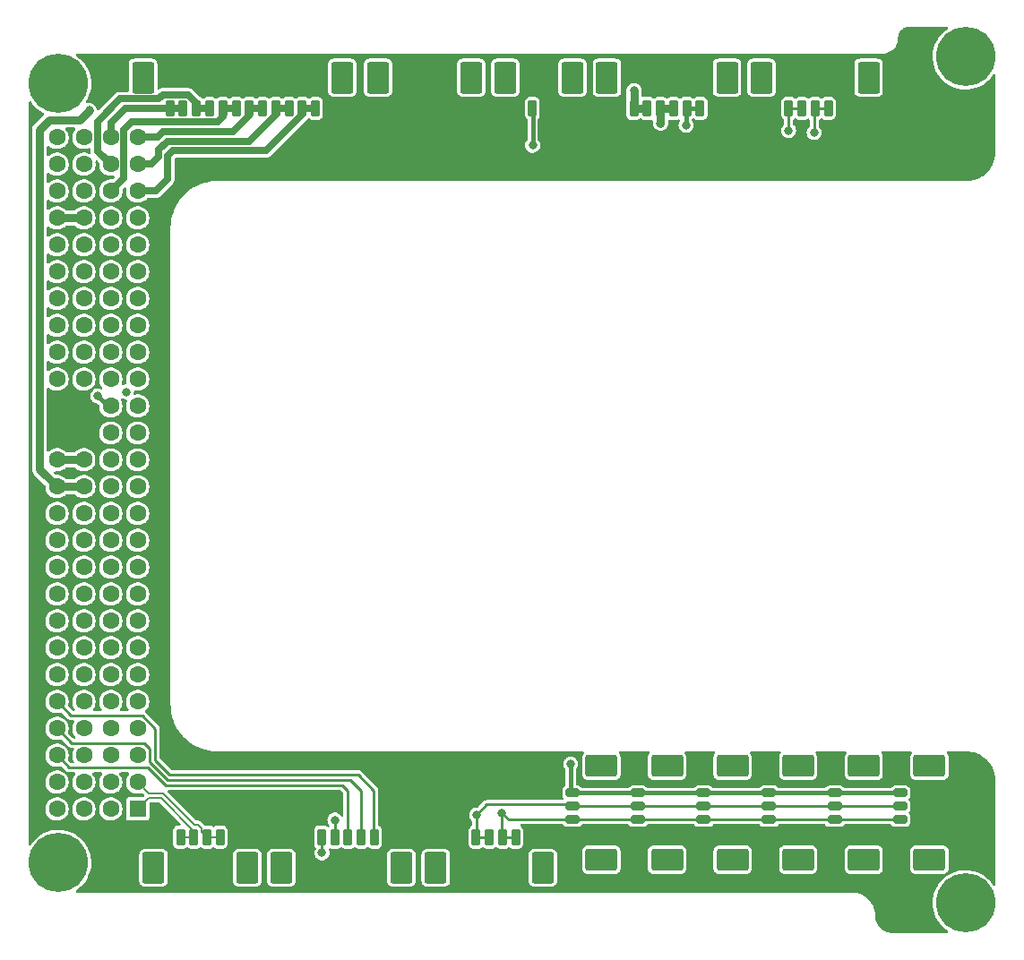
<source format=gtl>
%TF.GenerationSoftware,KiCad,Pcbnew,(6.0.7)*%
%TF.CreationDate,2022-08-26T15:30:49+08:00*%
%TF.ProjectId,adapter_board,61646170-7465-4725-9f62-6f6172642e6b,rev?*%
%TF.SameCoordinates,Original*%
%TF.FileFunction,Copper,L1,Top*%
%TF.FilePolarity,Positive*%
%FSLAX46Y46*%
G04 Gerber Fmt 4.6, Leading zero omitted, Abs format (unit mm)*
G04 Created by KiCad (PCBNEW (6.0.7)) date 2022-08-26 15:30:49*
%MOMM*%
%LPD*%
G01*
G04 APERTURE LIST*
G04 Aperture macros list*
%AMRoundRect*
0 Rectangle with rounded corners*
0 $1 Rounding radius*
0 $2 $3 $4 $5 $6 $7 $8 $9 X,Y pos of 4 corners*
0 Add a 4 corners polygon primitive as box body*
4,1,4,$2,$3,$4,$5,$6,$7,$8,$9,$2,$3,0*
0 Add four circle primitives for the rounded corners*
1,1,$1+$1,$2,$3*
1,1,$1+$1,$4,$5*
1,1,$1+$1,$6,$7*
1,1,$1+$1,$8,$9*
0 Add four rect primitives between the rounded corners*
20,1,$1+$1,$2,$3,$4,$5,0*
20,1,$1+$1,$4,$5,$6,$7,0*
20,1,$1+$1,$6,$7,$8,$9,0*
20,1,$1+$1,$8,$9,$2,$3,0*%
G04 Aperture macros list end*
%TA.AperFunction,SMDPad,CuDef*%
%ADD10RoundRect,0.200000X0.450000X-0.200000X0.450000X0.200000X-0.450000X0.200000X-0.450000X-0.200000X0*%
%TD*%
%TA.AperFunction,SMDPad,CuDef*%
%ADD11RoundRect,0.250001X1.249999X-0.799999X1.249999X0.799999X-1.249999X0.799999X-1.249999X-0.799999X0*%
%TD*%
%TA.AperFunction,SMDPad,CuDef*%
%ADD12RoundRect,0.200000X-0.200000X-0.600000X0.200000X-0.600000X0.200000X0.600000X-0.200000X0.600000X0*%
%TD*%
%TA.AperFunction,SMDPad,CuDef*%
%ADD13RoundRect,0.250001X-0.799999X-1.249999X0.799999X-1.249999X0.799999X1.249999X-0.799999X1.249999X0*%
%TD*%
%TA.AperFunction,SMDPad,CuDef*%
%ADD14RoundRect,0.200000X0.200000X0.600000X-0.200000X0.600000X-0.200000X-0.600000X0.200000X-0.600000X0*%
%TD*%
%TA.AperFunction,SMDPad,CuDef*%
%ADD15RoundRect,0.250001X0.799999X1.249999X-0.799999X1.249999X-0.799999X-1.249999X0.799999X-1.249999X0*%
%TD*%
%TA.AperFunction,ComponentPad*%
%ADD16C,5.600000*%
%TD*%
%TA.AperFunction,ComponentPad*%
%ADD17R,1.600000X1.600000*%
%TD*%
%TA.AperFunction,ComponentPad*%
%ADD18C,1.600000*%
%TD*%
%TA.AperFunction,ViaPad*%
%ADD19C,0.800000*%
%TD*%
%TA.AperFunction,Conductor*%
%ADD20C,0.400000*%
%TD*%
%TA.AperFunction,Conductor*%
%ADD21C,1.270000*%
%TD*%
%TA.AperFunction,Conductor*%
%ADD22C,0.250000*%
%TD*%
%TA.AperFunction,Conductor*%
%ADD23C,0.700000*%
%TD*%
%TA.AperFunction,Conductor*%
%ADD24C,0.200000*%
%TD*%
%TA.AperFunction,Conductor*%
%ADD25C,0.800000*%
%TD*%
G04 APERTURE END LIST*
D10*
%TO.P,J9,1,Pin_1*%
%TO.N,GND*%
X161750000Y-126175000D03*
%TO.P,J9,2,Pin_2*%
%TO.N,/I2C2_SCL*%
X161750000Y-124925000D03*
%TO.P,J9,3,Pin_3*%
%TO.N,/I2C2_SDA*%
X161750000Y-123675000D03*
%TO.P,J9,4,Pin_4*%
%TO.N,/OUT1*%
X161750000Y-122425000D03*
D11*
%TO.P,J9,MP*%
%TO.N,N/C*%
X164500000Y-119875000D03*
X164500000Y-128725000D03*
%TD*%
D10*
%TO.P,J14,1,Pin_1*%
%TO.N,GND*%
X180350000Y-126175000D03*
%TO.P,J14,2,Pin_2*%
%TO.N,/I2C2_SCL*%
X180350000Y-124925000D03*
%TO.P,J14,3,Pin_3*%
%TO.N,/I2C2_SDA*%
X180350000Y-123675000D03*
%TO.P,J14,4,Pin_4*%
%TO.N,/OUT1*%
X180350000Y-122425000D03*
D11*
%TO.P,J14,MP*%
%TO.N,N/C*%
X183100000Y-128725000D03*
X183100000Y-119875000D03*
%TD*%
D12*
%TO.P,J7,1,Pin_1*%
%TO.N,GND*%
X136800000Y-126600000D03*
%TO.P,J7,2,Pin_2*%
%TO.N,/MISO*%
X138050000Y-126600000D03*
%TO.P,J7,3,Pin_3*%
%TO.N,/MOSI*%
X139300000Y-126600000D03*
%TO.P,J7,4,Pin_4*%
%TO.N,/SCK*%
X140550000Y-126600000D03*
%TO.P,J7,5,Pin_5*%
%TO.N,/CS1*%
X141800000Y-126600000D03*
%TO.P,J7,6,Pin_6*%
%TO.N,/CS2*%
X143050000Y-126600000D03*
D13*
%TO.P,J7,MP*%
%TO.N,N/C*%
X134250000Y-129500000D03*
X145600000Y-129500000D03*
%TD*%
D14*
%TO.P,J1,1,Pin_1*%
%TO.N,GND*%
X187200000Y-57700000D03*
%TO.P,J1,2,Pin_2*%
%TO.N,/I2C1_SDA*%
X185950000Y-57700000D03*
%TO.P,J1,3,Pin_3*%
X184700000Y-57700000D03*
%TO.P,J1,4,Pin_4*%
%TO.N,/I2C1_SCL*%
X183450000Y-57700000D03*
%TO.P,J1,5,Pin_5*%
X182200000Y-57700000D03*
D15*
%TO.P,J1,MP*%
%TO.N,N/C*%
X189750000Y-54800000D03*
X179650000Y-54800000D03*
%TD*%
D14*
%TO.P,J2,1,Pin_1*%
%TO.N,/OUT1*%
X137475000Y-57700000D03*
%TO.P,J2,2,Pin_2*%
X136225000Y-57700000D03*
%TO.P,J2,3,Pin_3*%
%TO.N,/OUT2*%
X134975000Y-57700000D03*
%TO.P,J2,4,Pin_4*%
X133725000Y-57700000D03*
%TO.P,J2,5,Pin_5*%
%TO.N,/OUT3*%
X132475000Y-57700000D03*
%TO.P,J2,6,Pin_6*%
X131225000Y-57700000D03*
%TO.P,J2,7,Pin_7*%
%TO.N,/OUT4*%
X129975000Y-57700000D03*
%TO.P,J2,8,Pin_8*%
X128725000Y-57700000D03*
%TO.P,J2,9,Pin_9*%
%TO.N,/OUT5*%
X127475000Y-57700000D03*
%TO.P,J2,10,Pin_10*%
X126225000Y-57700000D03*
%TO.P,J2,11,Pin_11*%
%TO.N,/OUT6*%
X124975000Y-57700000D03*
%TO.P,J2,12,Pin_12*%
X123725000Y-57700000D03*
D15*
%TO.P,J2,MP*%
%TO.N,N/C*%
X140025000Y-54800000D03*
X121175000Y-54800000D03*
%TD*%
D16*
%TO.P,H3,1*%
%TO.N,N/C*%
X198913344Y-52813223D03*
%TD*%
D14*
%TO.P,J4,1,Pin_1*%
%TO.N,GND*%
X159225000Y-57700000D03*
%TO.P,J4,2,Pin_2*%
%TO.N,/5V_IN*%
X157975000Y-57700000D03*
D15*
%TO.P,J4,MP*%
%TO.N,N/C*%
X155425000Y-54800000D03*
X161775000Y-54800000D03*
%TD*%
D14*
%TO.P,J8,1,Pin_1*%
%TO.N,/VBAT*%
X173825000Y-57700000D03*
%TO.P,J8,2,Pin_2*%
X172575000Y-57700000D03*
%TO.P,J8,3,Pin_3*%
%TO.N,/3V3*%
X171325000Y-57700000D03*
%TO.P,J8,4,Pin_4*%
X170075000Y-57700000D03*
%TO.P,J8,5,Pin_5*%
%TO.N,/5V0*%
X168825000Y-57700000D03*
%TO.P,J8,6,Pin_6*%
X167575000Y-57700000D03*
D15*
%TO.P,J8,MP*%
%TO.N,N/C*%
X165025000Y-54800000D03*
X176375000Y-54800000D03*
%TD*%
D12*
%TO.P,J3,1,Pin_1*%
%TO.N,/CAN-*%
X124725000Y-126600000D03*
%TO.P,J3,2,Pin_2*%
X125975000Y-126600000D03*
%TO.P,J3,3,Pin_3*%
%TO.N,/CAN+*%
X127225000Y-126600000D03*
%TO.P,J3,4,Pin_4*%
X128475000Y-126600000D03*
D13*
%TO.P,J3,MP*%
%TO.N,N/C*%
X131025000Y-129500000D03*
X122175000Y-129500000D03*
%TD*%
D17*
%TO.P,U1,1,01-CAN-L*%
%TO.N,/CAN-*%
X120670000Y-123950000D03*
D18*
%TO.P,U1,2,02*%
%TO.N,unconnected-(U1-Pad2)*%
X118130000Y-123950000D03*
%TO.P,U1,3,03-CAN-H*%
%TO.N,/CAN+*%
X120670000Y-121410000D03*
%TO.P,U1,4,04*%
%TO.N,unconnected-(U1-Pad4)*%
X118130000Y-121410000D03*
%TO.P,U1,5,05*%
%TO.N,unconnected-(U1-Pad5)*%
X120670000Y-118870000D03*
%TO.P,U1,6,06*%
%TO.N,unconnected-(U1-Pad6)*%
X118130000Y-118870000D03*
%TO.P,U1,7,07*%
%TO.N,unconnected-(U1-Pad7)*%
X120670000Y-116330000D03*
%TO.P,U1,8,08*%
%TO.N,unconnected-(U1-Pad8)*%
X118130000Y-116330000D03*
%TO.P,U1,9,09-I2C2_SDA*%
%TO.N,/I2C2_SDA*%
X120670000Y-113790000D03*
%TO.P,U1,10,10*%
%TO.N,unconnected-(U1-Pad10)*%
X118130000Y-113790000D03*
%TO.P,U1,11,11-I2C2_SCL*%
%TO.N,/I2C2_SCL*%
X120670000Y-111250000D03*
%TO.P,U1,12,12*%
%TO.N,unconnected-(U1-Pad12)*%
X118130000Y-111250000D03*
%TO.P,U1,13,13*%
%TO.N,unconnected-(U1-Pad13)*%
X120670000Y-108710000D03*
%TO.P,U1,14,14*%
%TO.N,unconnected-(U1-Pad14)*%
X118130000Y-108710000D03*
%TO.P,U1,15,15*%
%TO.N,unconnected-(U1-Pad15)*%
X120670000Y-106170000D03*
%TO.P,U1,16,16*%
%TO.N,unconnected-(U1-Pad16)*%
X118130000Y-106170000D03*
%TO.P,U1,17,17*%
%TO.N,unconnected-(U1-Pad17)*%
X120670000Y-103630000D03*
%TO.P,U1,18,18*%
%TO.N,unconnected-(U1-Pad18)*%
X118130000Y-103630000D03*
%TO.P,U1,19,19-RX*%
%TO.N,unconnected-(U1-Pad19)*%
X120670000Y-101090000D03*
%TO.P,U1,20,TX-20*%
%TO.N,unconnected-(U1-Pad20)*%
X118130000Y-101090000D03*
%TO.P,U1,21,21*%
%TO.N,unconnected-(U1-Pad21)*%
X120670000Y-98550000D03*
%TO.P,U1,22,22*%
%TO.N,unconnected-(U1-Pad22)*%
X118130000Y-98550000D03*
%TO.P,U1,23,23*%
%TO.N,unconnected-(U1-Pad23)*%
X120670000Y-96010000D03*
%TO.P,U1,24,24*%
%TO.N,unconnected-(U1-Pad24)*%
X118130000Y-96010000D03*
%TO.P,U1,25,25*%
%TO.N,unconnected-(U1-Pad25)*%
X120670000Y-93470000D03*
%TO.P,U1,26,26*%
%TO.N,unconnected-(U1-Pad26)*%
X118130000Y-93470000D03*
%TO.P,U1,27,27*%
%TO.N,unconnected-(U1-Pad27)*%
X120670000Y-90930000D03*
%TO.P,U1,28,28*%
%TO.N,unconnected-(U1-Pad28)*%
X118130000Y-90930000D03*
%TO.P,U1,29,29*%
%TO.N,unconnected-(U1-Pad29)*%
X120670000Y-88390000D03*
%TO.P,U1,30,30*%
%TO.N,unconnected-(U1-Pad30)*%
X118130000Y-88390000D03*
%TO.P,U1,31,31*%
%TO.N,unconnected-(U1-Pad31)*%
X120670000Y-85850000D03*
%TO.P,U1,32,5V0_IN-32*%
%TO.N,/5V_IN*%
X118130000Y-85850000D03*
%TO.P,U1,33,33*%
%TO.N,unconnected-(U1-Pad33)*%
X120670000Y-83310000D03*
%TO.P,U1,34,34*%
%TO.N,unconnected-(U1-Pad34)*%
X118130000Y-83310000D03*
%TO.P,U1,35,35*%
%TO.N,unconnected-(U1-Pad35)*%
X120670000Y-80770000D03*
%TO.P,U1,36,36*%
%TO.N,unconnected-(U1-Pad36)*%
X118130000Y-80770000D03*
%TO.P,U1,37,37*%
%TO.N,unconnected-(U1-Pad37)*%
X120670000Y-78230000D03*
%TO.P,U1,38,38*%
%TO.N,unconnected-(U1-Pad38)*%
X118130000Y-78230000D03*
%TO.P,U1,39,39-TXD*%
%TO.N,unconnected-(U1-Pad39)*%
X120670000Y-75690000D03*
%TO.P,U1,40,RXD-40*%
%TO.N,unconnected-(U1-Pad40)*%
X118130000Y-75690000D03*
%TO.P,U1,41,41-I2C-SDA*%
%TO.N,/I2C1_SDA*%
X120670000Y-73150000D03*
%TO.P,U1,42,42*%
%TO.N,unconnected-(U1-Pad42)*%
X118130000Y-73150000D03*
%TO.P,U1,43,43-I2C-SCL*%
%TO.N,/I2C1_SCL*%
X120670000Y-70610000D03*
%TO.P,U1,44,44*%
%TO.N,unconnected-(U1-Pad44)*%
X118130000Y-70610000D03*
%TO.P,U1,45,45*%
%TO.N,unconnected-(U1-Pad45)*%
X120670000Y-68070000D03*
%TO.P,U1,46,46*%
%TO.N,unconnected-(U1-Pad46)*%
X118130000Y-68070000D03*
%TO.P,U1,47,47-OUT1*%
%TO.N,/OUT1*%
X120670000Y-65530000D03*
%TO.P,U1,48,OUT4-48*%
%TO.N,/OUT4*%
X118130000Y-65530000D03*
%TO.P,U1,49,49-OUT2*%
%TO.N,/OUT2*%
X120670000Y-62990000D03*
%TO.P,U1,50,OUT5-50*%
%TO.N,/OUT5*%
X118130000Y-62990000D03*
%TO.P,U1,51,51-OUT3*%
%TO.N,/OUT3*%
X120670000Y-60450000D03*
%TO.P,U1,52,OUT6-52*%
%TO.N,/OUT6*%
X118130000Y-60450000D03*
%TO.P,U1,53,01*%
%TO.N,unconnected-(U1-Pad53)*%
X115590000Y-123950000D03*
%TO.P,U1,54,02*%
%TO.N,/MISO*%
X113050000Y-123950000D03*
%TO.P,U1,55,03*%
%TO.N,unconnected-(U1-Pad55)*%
X115590000Y-121410000D03*
%TO.P,U1,56,04*%
%TO.N,/MOSI*%
X113050000Y-121410000D03*
%TO.P,U1,57,05*%
%TO.N,unconnected-(U1-Pad57)*%
X115590000Y-118870000D03*
%TO.P,U1,58,06*%
%TO.N,/SCK*%
X113050000Y-118870000D03*
%TO.P,U1,59,07*%
%TO.N,unconnected-(U1-Pad59)*%
X115590000Y-116330000D03*
%TO.P,U1,60,08*%
%TO.N,/CS1*%
X113050000Y-116330000D03*
%TO.P,U1,61,09*%
%TO.N,unconnected-(U1-Pad61)*%
X115590000Y-113790000D03*
%TO.P,U1,62,10*%
%TO.N,/CS2*%
X113050000Y-113790000D03*
%TO.P,U1,63,11*%
%TO.N,unconnected-(U1-Pad63)*%
X115590000Y-111250000D03*
%TO.P,U1,64,12*%
%TO.N,unconnected-(U1-Pad64)*%
X113050000Y-111250000D03*
%TO.P,U1,65,13*%
%TO.N,unconnected-(U1-Pad65)*%
X115590000Y-108710000D03*
%TO.P,U1,66,14*%
%TO.N,unconnected-(U1-Pad66)*%
X113050000Y-108710000D03*
%TO.P,U1,67,15*%
%TO.N,unconnected-(U1-Pad67)*%
X115590000Y-106170000D03*
%TO.P,U1,68,16*%
%TO.N,unconnected-(U1-Pad68)*%
X113050000Y-106170000D03*
%TO.P,U1,69,17*%
%TO.N,unconnected-(U1-Pad69)*%
X115590000Y-103630000D03*
%TO.P,U1,70,18*%
%TO.N,unconnected-(U1-Pad70)*%
X113050000Y-103630000D03*
%TO.P,U1,71,19*%
%TO.N,unconnected-(U1-Pad71)*%
X115590000Y-101090000D03*
%TO.P,U1,72,20*%
%TO.N,unconnected-(U1-Pad72)*%
X113050000Y-101090000D03*
%TO.P,U1,73,21*%
%TO.N,unconnected-(U1-Pad73)*%
X115590000Y-98550000D03*
%TO.P,U1,74,22*%
%TO.N,unconnected-(U1-Pad74)*%
X113050000Y-98550000D03*
%TO.P,U1,75,23*%
%TO.N,unconnected-(U1-Pad75)*%
X115590000Y-96010000D03*
%TO.P,U1,76,24*%
%TO.N,unconnected-(U1-Pad76)*%
X113050000Y-96010000D03*
%TO.P,U1,77,25-5V0*%
%TO.N,/5V0*%
X115590000Y-93470000D03*
%TO.P,U1,78,5V0-26*%
X113050000Y-93470000D03*
%TO.P,U1,79,27-3V3*%
%TO.N,/3V3*%
X115590000Y-90930000D03*
%TO.P,U1,80,3V3-28*%
X113050000Y-90930000D03*
%TO.P,U1,81,29-GND*%
%TO.N,GND*%
X115590000Y-88390000D03*
%TO.P,U1,82,GND-30*%
X113050000Y-88390000D03*
%TO.P,U1,83,31-AGND*%
X115590000Y-85850000D03*
%TO.P,U1,84,GND-32*%
X113050000Y-85850000D03*
%TO.P,U1,85,33*%
%TO.N,unconnected-(U1-Pad85)*%
X115590000Y-83310000D03*
%TO.P,U1,86,34*%
%TO.N,unconnected-(U1-Pad86)*%
X113050000Y-83310000D03*
%TO.P,U1,87,35-RX2*%
%TO.N,unconnected-(U1-Pad87)*%
X115590000Y-80770000D03*
%TO.P,U1,88,EPS_RX-36*%
%TO.N,unconnected-(U1-Pad88)*%
X113050000Y-80770000D03*
%TO.P,U1,89,37-TX2*%
%TO.N,unconnected-(U1-Pad89)*%
X115590000Y-78230000D03*
%TO.P,U1,90,EPS_TX-38*%
%TO.N,unconnected-(U1-Pad90)*%
X113050000Y-78230000D03*
%TO.P,U1,91,39*%
%TO.N,unconnected-(U1-Pad91)*%
X115590000Y-75690000D03*
%TO.P,U1,92,40*%
%TO.N,unconnected-(U1-Pad92)*%
X113050000Y-75690000D03*
%TO.P,U1,93,41*%
%TO.N,unconnected-(U1-Pad93)*%
X115590000Y-73150000D03*
%TO.P,U1,94,42*%
%TO.N,unconnected-(U1-Pad94)*%
X113050000Y-73150000D03*
%TO.P,U1,95,43*%
%TO.N,unconnected-(U1-Pad95)*%
X115590000Y-70610000D03*
%TO.P,U1,96,44*%
%TO.N,unconnected-(U1-Pad96)*%
X113050000Y-70610000D03*
%TO.P,U1,97,45-V_BAT*%
%TO.N,/VBAT*%
X115590000Y-68070000D03*
%TO.P,U1,98,V_BAT-46*%
X113050000Y-68070000D03*
%TO.P,U1,99,47*%
%TO.N,unconnected-(U1-Pad99)*%
X115590000Y-65530000D03*
%TO.P,U1,100,48*%
%TO.N,unconnected-(U1-Pad100)*%
X113050000Y-65530000D03*
%TO.P,U1,101,49*%
%TO.N,unconnected-(U1-Pad101)*%
X115590000Y-62990000D03*
%TO.P,U1,102,50*%
%TO.N,unconnected-(U1-Pad102)*%
X113050000Y-62990000D03*
%TO.P,U1,103,51*%
%TO.N,unconnected-(U1-Pad103)*%
X115590000Y-60450000D03*
%TO.P,U1,104,52*%
%TO.N,unconnected-(U1-Pad104)*%
X113050000Y-60450000D03*
%TD*%
D10*
%TO.P,J13,1,Pin_1*%
%TO.N,GND*%
X192750000Y-126175000D03*
%TO.P,J13,2,Pin_2*%
%TO.N,/I2C2_SCL*%
X192750000Y-124925000D03*
%TO.P,J13,3,Pin_3*%
%TO.N,/I2C2_SDA*%
X192750000Y-123675000D03*
%TO.P,J13,4,Pin_4*%
%TO.N,/OUT1*%
X192750000Y-122425000D03*
D11*
%TO.P,J13,MP*%
%TO.N,N/C*%
X195500000Y-128725000D03*
X195500000Y-119875000D03*
%TD*%
D16*
%TO.P,H2,1*%
%TO.N,N/C*%
X113183344Y-129013223D03*
%TD*%
D14*
%TO.P,J6,1,Pin_1*%
%TO.N,GND*%
X149675000Y-57700000D03*
%TO.P,J6,2,Pin_2*%
X148425000Y-57700000D03*
%TO.P,J6,3,Pin_3*%
X147175000Y-57700000D03*
%TO.P,J6,4,Pin_4*%
X145925000Y-57700000D03*
D15*
%TO.P,J6,MP*%
%TO.N,N/C*%
X152225000Y-54800000D03*
X143375000Y-54800000D03*
%TD*%
D16*
%TO.P,H1,1*%
%TO.N,N/C*%
X113183344Y-55353223D03*
%TD*%
D10*
%TO.P,J10,1,Pin_1*%
%TO.N,GND*%
X167950000Y-126175000D03*
%TO.P,J10,2,Pin_2*%
%TO.N,/I2C2_SCL*%
X167950000Y-124925000D03*
%TO.P,J10,3,Pin_3*%
%TO.N,/I2C2_SDA*%
X167950000Y-123675000D03*
%TO.P,J10,4,Pin_4*%
%TO.N,/OUT1*%
X167950000Y-122425000D03*
D11*
%TO.P,J10,MP*%
%TO.N,N/C*%
X170700000Y-119875000D03*
X170700000Y-128725000D03*
%TD*%
D10*
%TO.P,J11,1,Pin_1*%
%TO.N,GND*%
X174150000Y-126175000D03*
%TO.P,J11,2,Pin_2*%
%TO.N,/I2C2_SCL*%
X174150000Y-124925000D03*
%TO.P,J11,3,Pin_3*%
%TO.N,/I2C2_SDA*%
X174150000Y-123675000D03*
%TO.P,J11,4,Pin_4*%
%TO.N,/OUT1*%
X174150000Y-122425000D03*
D11*
%TO.P,J11,MP*%
%TO.N,N/C*%
X176900000Y-128725000D03*
X176900000Y-119875000D03*
%TD*%
D12*
%TO.P,J5,1,Pin_1*%
%TO.N,GND*%
X151400000Y-126600000D03*
%TO.P,J5,2,Pin_2*%
%TO.N,/I2C2_SDA*%
X152650000Y-126600000D03*
%TO.P,J5,3,Pin_3*%
X153900000Y-126600000D03*
%TO.P,J5,4,Pin_4*%
%TO.N,/I2C2_SCL*%
X155150000Y-126600000D03*
%TO.P,J5,5,Pin_5*%
X156400000Y-126600000D03*
D13*
%TO.P,J5,MP*%
%TO.N,N/C*%
X158950000Y-129500000D03*
X148850000Y-129500000D03*
%TD*%
D16*
%TO.P,H4,1*%
%TO.N,N/C*%
X198913344Y-132823222D03*
%TD*%
D10*
%TO.P,J12,1,Pin_1*%
%TO.N,GND*%
X186550000Y-126175000D03*
%TO.P,J12,2,Pin_2*%
%TO.N,/I2C2_SCL*%
X186550000Y-124925000D03*
%TO.P,J12,3,Pin_3*%
%TO.N,/I2C2_SDA*%
X186550000Y-123675000D03*
%TO.P,J12,4,Pin_4*%
%TO.N,/OUT1*%
X186550000Y-122425000D03*
D11*
%TO.P,J12,MP*%
%TO.N,N/C*%
X189300000Y-119875000D03*
X189300000Y-128725000D03*
%TD*%
D19*
%TO.N,GND*%
X122400000Y-87100000D03*
X111000000Y-93000000D03*
X122400000Y-92200000D03*
X122400000Y-89700000D03*
%TO.N,/I2C1_SDA*%
X184600000Y-60000000D03*
%TO.N,/I2C1_SCL*%
X182200000Y-59800000D03*
%TO.N,/OUT1*%
X161600000Y-119700000D03*
X119600000Y-84500000D03*
%TO.N,/5V_IN*%
X116900000Y-84900000D03*
X158000000Y-61200000D03*
%TO.N,/I2C2_SDA*%
X152700000Y-124500000D03*
%TO.N,/I2C2_SCL*%
X155100000Y-124300000D03*
%TO.N,/MOSI*%
X139300000Y-124974500D03*
%TO.N,/MISO*%
X138100000Y-128100000D03*
%TO.N,/VBAT*%
X172500000Y-59300000D03*
%TO.N,/3V3*%
X170100000Y-59100000D03*
%TO.N,/5V0*%
X167600000Y-56000000D03*
X116100000Y-57900000D03*
%TD*%
D20*
%TO.N,GND*%
X115590000Y-88890000D02*
X115590000Y-88390000D01*
X116839511Y-90139511D02*
X115590000Y-88890000D01*
X122339511Y-89639511D02*
X116839511Y-89639511D01*
X122400000Y-89700000D02*
X122339511Y-89639511D01*
D21*
X113050000Y-88390000D02*
X115590000Y-88390000D01*
D20*
X116840000Y-87100000D02*
X115590000Y-85850000D01*
X116839511Y-91839511D02*
X116839511Y-90139511D01*
X122400000Y-87100000D02*
X116840000Y-87100000D01*
X117200000Y-92200000D02*
X116839511Y-91839511D01*
X116839511Y-89639511D02*
X115590000Y-88390000D01*
D21*
X113050000Y-85850000D02*
X115590000Y-85850000D01*
D20*
X122400000Y-92200000D02*
X117200000Y-92200000D01*
X161750000Y-126175000D02*
X192750000Y-126175000D01*
D21*
X115590000Y-85850000D02*
X115590000Y-88390000D01*
D22*
%TO.N,/I2C1_SDA*%
X184700000Y-57700000D02*
X185950000Y-57700000D01*
X184600000Y-57800000D02*
X184700000Y-57700000D01*
X184600000Y-60000000D02*
X184600000Y-57800000D01*
%TO.N,/I2C1_SCL*%
X182200000Y-59800000D02*
X182200000Y-57700000D01*
X182200000Y-57700000D02*
X183450000Y-57700000D01*
D23*
%TO.N,/OUT1*%
X120670000Y-65530000D02*
X122370000Y-65530000D01*
X123980000Y-61720000D02*
X132780000Y-61720000D01*
X136225000Y-58275000D02*
X136225000Y-57700000D01*
X137475000Y-57700000D02*
X136225000Y-57700000D01*
X123500000Y-62200000D02*
X123980000Y-61720000D01*
X122370000Y-65530000D02*
X123500000Y-64400000D01*
D20*
X161600000Y-122275000D02*
X161750000Y-122425000D01*
X192750000Y-122425000D02*
X161750000Y-122425000D01*
D23*
X123500000Y-64400000D02*
X123500000Y-62200000D01*
D20*
X161600000Y-119700000D02*
X161600000Y-122275000D01*
D23*
X132780000Y-61720000D02*
X136225000Y-58275000D01*
%TO.N,/OUT2*%
X123500000Y-60800000D02*
X131200000Y-60800000D01*
X134975000Y-57700000D02*
X133725000Y-57700000D01*
X133725000Y-58275000D02*
X133725000Y-57700000D01*
X122690000Y-62310000D02*
X122690000Y-61610000D01*
X122010000Y-62990000D02*
X122690000Y-62310000D01*
X131200000Y-60800000D02*
X133725000Y-58275000D01*
X122690000Y-61610000D02*
X123500000Y-60800000D01*
X120670000Y-62990000D02*
X122010000Y-62990000D01*
%TO.N,/OUT3*%
X131225000Y-58375000D02*
X129700000Y-59900000D01*
X131225000Y-57700000D02*
X131225000Y-58375000D01*
X132475000Y-57700000D02*
X131225000Y-57700000D01*
X129700000Y-59900000D02*
X123100000Y-59900000D01*
X123100000Y-59900000D02*
X122550000Y-60450000D01*
X122550000Y-60450000D02*
X120670000Y-60450000D01*
%TO.N,/OUT4*%
X128240000Y-58960000D02*
X120140000Y-58960000D01*
X128725000Y-58475000D02*
X128240000Y-58960000D01*
X120140000Y-58960000D02*
X119390000Y-59710000D01*
X129975000Y-57700000D02*
X128725000Y-57700000D01*
X119390000Y-59710000D02*
X119390000Y-64270000D01*
X119390000Y-64270000D02*
X118130000Y-65530000D01*
X128725000Y-57700000D02*
X128725000Y-58475000D01*
%TO.N,/OUT5*%
X116870000Y-58930000D02*
X119000000Y-56800000D01*
X116870000Y-61730000D02*
X116870000Y-58930000D01*
X126225000Y-57216619D02*
X126225000Y-57700000D01*
X118130000Y-62990000D02*
X116870000Y-61730000D01*
X123050000Y-56440000D02*
X125448381Y-56440000D01*
X127475000Y-57700000D02*
X126225000Y-57700000D01*
X125448381Y-56440000D02*
X126225000Y-57216619D01*
X119000000Y-56800000D02*
X122690000Y-56800000D01*
X122690000Y-56800000D02*
X123050000Y-56440000D01*
%TO.N,/OUT6*%
X118130000Y-59070000D02*
X118130000Y-60450000D01*
X119500000Y-57700000D02*
X118130000Y-59070000D01*
X124975000Y-57700000D02*
X119500000Y-57700000D01*
D24*
%TO.N,/CAN-*%
X122893604Y-122905001D02*
X125975000Y-125986397D01*
X125975000Y-125986397D02*
X125975000Y-126600000D01*
X121714999Y-122905001D02*
X122893604Y-122905001D01*
X120670000Y-123950000D02*
X121714999Y-122905001D01*
X125975000Y-126600000D02*
X124725000Y-126600000D01*
%TO.N,/CAN+*%
X120670000Y-121410000D02*
X121714999Y-122454999D01*
X126724520Y-126099520D02*
X127225000Y-126600000D01*
X127225000Y-126600000D02*
X128475000Y-126600000D01*
X126724520Y-125772382D02*
X126724520Y-126099520D01*
X123079999Y-122454999D02*
X126075480Y-125450480D01*
X121714999Y-122454999D02*
X123079999Y-122454999D01*
X126402618Y-125450480D02*
X126724520Y-125772382D01*
X126075480Y-125450480D02*
X126402618Y-125450480D01*
D20*
%TO.N,/5V_IN*%
X158000000Y-61200000D02*
X158000000Y-57725000D01*
X117850000Y-85850000D02*
X116900000Y-84900000D01*
X118130000Y-85850000D02*
X117850000Y-85850000D01*
X158000000Y-57725000D02*
X157975000Y-57700000D01*
D22*
%TO.N,/I2C2_SDA*%
X152650000Y-126600000D02*
X153900000Y-126600000D01*
X161600489Y-123525489D02*
X153674511Y-123525489D01*
X152700000Y-124500000D02*
X152700000Y-126550000D01*
X152700000Y-126550000D02*
X152650000Y-126600000D01*
X161750000Y-123675000D02*
X161600489Y-123525489D01*
X153674511Y-123525489D02*
X152700000Y-124500000D01*
X161750000Y-123675000D02*
X192750000Y-123675000D01*
%TO.N,/I2C2_SCL*%
X155150000Y-126600000D02*
X156400000Y-126600000D01*
X192750000Y-124925000D02*
X161750000Y-124925000D01*
X155100000Y-124300000D02*
X155100000Y-126550000D01*
X155100000Y-126550000D02*
X155150000Y-126600000D01*
X154900000Y-126450000D02*
X155050000Y-126600000D01*
X161750000Y-124925000D02*
X155725000Y-124925000D01*
X155725000Y-124925000D02*
X155100000Y-124300000D01*
%TO.N,/CS2*%
X122344031Y-116343021D02*
X121101010Y-115100000D01*
X121101010Y-115100000D02*
X114360000Y-115100000D01*
X114360000Y-115100000D02*
X113050000Y-113790000D01*
X122344031Y-119344030D02*
X122344031Y-116343021D01*
X143000000Y-126550000D02*
X143000000Y-122200000D01*
X141500962Y-120700962D02*
X123700963Y-120700962D01*
X123700963Y-120700962D02*
X122344031Y-119344030D01*
X143000000Y-122200000D02*
X141500962Y-120700962D01*
X143050000Y-126600000D02*
X143000000Y-126550000D01*
%TO.N,/CS1*%
X123494053Y-121200480D02*
X140800480Y-121200480D01*
X141800000Y-122200000D02*
X141800000Y-126600000D01*
X121844511Y-119550938D02*
X123494053Y-121200480D01*
X121295489Y-117695489D02*
X121844511Y-118244511D01*
X113050000Y-116330000D02*
X114415489Y-117695489D01*
X114415489Y-117695489D02*
X121295489Y-117695489D01*
X121844511Y-118244511D02*
X121844511Y-119550938D01*
X140800480Y-121200480D02*
X141800000Y-122200000D01*
%TO.N,/SCK*%
X140550000Y-122250000D02*
X140550000Y-126600000D01*
X114224511Y-120044511D02*
X121631656Y-120044511D01*
X113050000Y-118870000D02*
X114224511Y-120044511D01*
X140000000Y-121700000D02*
X140550000Y-122250000D01*
X123287145Y-121700000D02*
X140000000Y-121700000D01*
X140500000Y-126650000D02*
X140450000Y-126600000D01*
X121631656Y-120044511D02*
X123287145Y-121700000D01*
%TO.N,/MOSI*%
X139300000Y-124974500D02*
X139300000Y-126600000D01*
%TO.N,/MISO*%
X138100000Y-126650000D02*
X138050000Y-126600000D01*
X138100000Y-128100000D02*
X138100000Y-126650000D01*
D20*
%TO.N,/VBAT*%
X173825000Y-57700000D02*
X172575000Y-57700000D01*
D25*
X115590000Y-68070000D02*
X113050000Y-68070000D01*
D20*
X172500000Y-59300000D02*
X172500000Y-57775000D01*
X172500000Y-57775000D02*
X172575000Y-57700000D01*
D25*
%TO.N,/3V3*%
X170075000Y-57700000D02*
X171325000Y-57700000D01*
X170075000Y-59075000D02*
X170075000Y-57700000D01*
X115590000Y-90930000D02*
X113050000Y-90930000D01*
X170100000Y-59100000D02*
X170100000Y-58925000D01*
X170100000Y-59100000D02*
X170075000Y-59075000D01*
%TO.N,/5V0*%
X112297266Y-58802734D02*
X115197266Y-58802734D01*
X111400000Y-91820000D02*
X111400000Y-59700000D01*
X167600000Y-56000000D02*
X167575000Y-56025000D01*
X115590000Y-93470000D02*
X113050000Y-93470000D01*
X168825000Y-57700000D02*
X167575000Y-57700000D01*
X111400000Y-59700000D02*
X112297266Y-58802734D01*
X113050000Y-93470000D02*
X111400000Y-91820000D01*
X167575000Y-56025000D02*
X167575000Y-57700000D01*
X115197266Y-58802734D02*
X116100000Y-57900000D01*
%TD*%
%TA.AperFunction,Conductor*%
%TO.N,GND*%
G36*
X197217766Y-50003726D02*
G01*
X197264259Y-50057382D01*
X197274363Y-50127656D01*
X197244869Y-50192236D01*
X197221556Y-50213188D01*
X197001478Y-50366146D01*
X196740620Y-50594510D01*
X196506843Y-50850529D01*
X196303061Y-51131010D01*
X196301319Y-51134076D01*
X196301318Y-51134078D01*
X196282427Y-51167332D01*
X196131814Y-51432460D01*
X196130426Y-51435699D01*
X196010928Y-51714510D01*
X195995237Y-51751119D01*
X195978135Y-51807764D01*
X195914359Y-52019000D01*
X195895031Y-52083016D01*
X195894395Y-52086483D01*
X195836806Y-52400261D01*
X195832446Y-52424015D01*
X195808262Y-52769865D01*
X195822780Y-53116255D01*
X195846639Y-53270377D01*
X195870916Y-53427195D01*
X195875819Y-53458869D01*
X195966719Y-53793435D01*
X196094345Y-54115783D01*
X196257109Y-54421896D01*
X196259094Y-54424795D01*
X196450989Y-54705052D01*
X196450994Y-54705058D01*
X196452980Y-54707959D01*
X196679517Y-54970405D01*
X196682087Y-54972785D01*
X196682091Y-54972789D01*
X196722905Y-55010583D01*
X196933897Y-55205963D01*
X197212949Y-55411698D01*
X197215986Y-55413452D01*
X197215990Y-55413454D01*
X197344165Y-55487456D01*
X197513196Y-55585046D01*
X197830894Y-55723844D01*
X197834250Y-55724883D01*
X197834253Y-55724884D01*
X198158103Y-55825133D01*
X198162083Y-55826365D01*
X198165535Y-55827023D01*
X198165541Y-55827025D01*
X198499186Y-55890671D01*
X198499191Y-55890672D01*
X198502637Y-55891329D01*
X198731124Y-55908910D01*
X198844813Y-55917658D01*
X198844814Y-55917658D01*
X198848310Y-55917927D01*
X199088128Y-55909552D01*
X199191277Y-55905950D01*
X199191281Y-55905950D01*
X199194793Y-55905827D01*
X199198272Y-55905313D01*
X199198275Y-55905313D01*
X199534276Y-55855697D01*
X199534282Y-55855696D01*
X199537768Y-55855181D01*
X199541172Y-55854282D01*
X199541175Y-55854281D01*
X199869570Y-55767516D01*
X199869571Y-55767516D01*
X199872961Y-55766620D01*
X200196192Y-55641246D01*
X200503434Y-55480624D01*
X200671302Y-55367396D01*
X200787941Y-55288722D01*
X200787943Y-55288721D01*
X200790857Y-55286755D01*
X201054878Y-55062055D01*
X201106513Y-55007069D01*
X201289796Y-54811894D01*
X201289800Y-54811889D01*
X201292207Y-54809326D01*
X201294312Y-54806512D01*
X201294318Y-54806505D01*
X201497776Y-54534536D01*
X201499885Y-54531717D01*
X201501665Y-54528683D01*
X201501671Y-54528674D01*
X201508169Y-54517598D01*
X201559892Y-54468964D01*
X201629697Y-54456014D01*
X201695423Y-54482860D01*
X201736201Y-54540978D01*
X201742846Y-54581357D01*
X201742846Y-61842631D01*
X201741059Y-61863777D01*
X201738215Y-61880483D01*
X201740194Y-61891331D01*
X201740256Y-61901770D01*
X201741117Y-61914978D01*
X201728895Y-62158283D01*
X201728118Y-62173756D01*
X201726619Y-62187806D01*
X201680284Y-62470624D01*
X201677222Y-62484418D01*
X201599510Y-62760284D01*
X201594922Y-62773648D01*
X201592552Y-62779467D01*
X201505293Y-62993704D01*
X201486817Y-63039065D01*
X201480764Y-63051827D01*
X201345989Y-63299127D01*
X201343610Y-63303493D01*
X201336166Y-63315496D01*
X201249257Y-63439531D01*
X201171710Y-63550205D01*
X201162966Y-63561304D01*
X200973261Y-63776129D01*
X200963329Y-63786179D01*
X200750770Y-63978408D01*
X200739776Y-63987283D01*
X200507022Y-64154511D01*
X200495103Y-64162099D01*
X200245095Y-64302213D01*
X200232401Y-64308419D01*
X199968279Y-64419659D01*
X199954970Y-64424405D01*
X199680043Y-64505377D01*
X199666287Y-64508602D01*
X199384043Y-64558280D01*
X199370011Y-64559946D01*
X199111250Y-64576017D01*
X199098470Y-64575336D01*
X199087742Y-64575399D01*
X199076871Y-64573549D01*
X199066025Y-64575528D01*
X199066023Y-64575528D01*
X199062745Y-64576126D01*
X199040105Y-64578173D01*
X157921125Y-64569925D01*
X128251547Y-64563974D01*
X128229694Y-64562060D01*
X128225074Y-64561245D01*
X128225069Y-64561245D01*
X128214214Y-64559331D01*
X128210830Y-64559928D01*
X128202187Y-64560305D01*
X128202186Y-64560305D01*
X128043279Y-64567243D01*
X127828461Y-64576621D01*
X127633710Y-64602260D01*
X127448368Y-64626660D01*
X127448362Y-64626661D01*
X127445643Y-64627019D01*
X127068675Y-64710589D01*
X127066050Y-64711417D01*
X127066045Y-64711418D01*
X127018246Y-64726489D01*
X126700425Y-64826697D01*
X126343696Y-64974458D01*
X126001202Y-65152747D01*
X125998891Y-65154219D01*
X125998888Y-65154221D01*
X125959718Y-65179175D01*
X125675551Y-65360209D01*
X125369220Y-65595263D01*
X125084541Y-65856121D01*
X125082690Y-65858141D01*
X125082687Y-65858144D01*
X124831978Y-66131744D01*
X124823681Y-66140798D01*
X124713742Y-66284073D01*
X124590297Y-66444948D01*
X124590289Y-66444960D01*
X124588625Y-66447128D01*
X124587152Y-66449440D01*
X124587150Y-66449443D01*
X124487725Y-66605508D01*
X124381161Y-66772778D01*
X124379892Y-66775216D01*
X124218500Y-67085246D01*
X124202870Y-67115270D01*
X124174122Y-67184673D01*
X124058618Y-67463521D01*
X124055106Y-67471999D01*
X124048634Y-67492527D01*
X123940748Y-67834696D01*
X123938997Y-67840248D01*
X123855424Y-68217216D01*
X123851306Y-68248496D01*
X123815623Y-68519531D01*
X123805024Y-68600033D01*
X123788319Y-68982597D01*
X123787757Y-68985786D01*
X123789671Y-68996639D01*
X123790479Y-69001223D01*
X123792393Y-69023103D01*
X123792393Y-114040988D01*
X123790441Y-114063083D01*
X123787757Y-114078152D01*
X123788333Y-114081454D01*
X123788697Y-114090143D01*
X123788697Y-114090144D01*
X123795981Y-114263866D01*
X123804343Y-114463316D01*
X123817820Y-114567073D01*
X123853418Y-114841122D01*
X123854000Y-114845606D01*
X123936787Y-115222114D01*
X123937606Y-115224728D01*
X123937607Y-115224731D01*
X124008235Y-115450093D01*
X124052073Y-115589973D01*
X124053117Y-115592505D01*
X124053121Y-115592517D01*
X124119076Y-115752527D01*
X124198982Y-115946385D01*
X124200236Y-115948804D01*
X124200242Y-115948817D01*
X124375135Y-116286204D01*
X124376396Y-116288636D01*
X124582963Y-116614123D01*
X124817113Y-116920367D01*
X124929151Y-117043060D01*
X125065269Y-117192123D01*
X125077062Y-117205038D01*
X125079075Y-117206889D01*
X125079084Y-117206898D01*
X125325738Y-117433700D01*
X125360833Y-117465970D01*
X125666266Y-117701177D01*
X125668585Y-117702660D01*
X125988719Y-117907386D01*
X125988725Y-117907389D01*
X125991037Y-117908868D01*
X126126479Y-117979672D01*
X126330237Y-118086190D01*
X126330245Y-118086194D01*
X126332673Y-118087463D01*
X126335206Y-118088517D01*
X126335216Y-118088522D01*
X126686028Y-118234543D01*
X126688575Y-118235603D01*
X127056034Y-118352160D01*
X127058719Y-118352760D01*
X127058726Y-118352762D01*
X127429567Y-118435648D01*
X127429575Y-118435649D01*
X127432253Y-118436248D01*
X127814369Y-118487225D01*
X128148176Y-118502377D01*
X128186156Y-118504101D01*
X128196225Y-118504558D01*
X128199473Y-118505136D01*
X128210330Y-118503241D01*
X128210331Y-118503241D01*
X128215281Y-118502377D01*
X128236946Y-118500500D01*
X162741078Y-118500500D01*
X162809199Y-118520502D01*
X162855692Y-118574158D01*
X162865796Y-118644432D01*
X162841441Y-118702679D01*
X162765888Y-118802217D01*
X162710364Y-118942453D01*
X162699500Y-119032229D01*
X162699501Y-120717770D01*
X162699956Y-120721528D01*
X162699956Y-120721533D01*
X162699957Y-120721537D01*
X162710364Y-120807547D01*
X162765888Y-120947783D01*
X162857078Y-121067922D01*
X162977217Y-121159112D01*
X163117453Y-121214636D01*
X163125491Y-121215609D01*
X163125492Y-121215609D01*
X163154069Y-121219067D01*
X163207229Y-121225500D01*
X164499147Y-121225500D01*
X165792770Y-121225499D01*
X165796528Y-121225044D01*
X165796533Y-121225044D01*
X165874517Y-121215608D01*
X165874520Y-121215607D01*
X165882547Y-121214636D01*
X166022783Y-121159112D01*
X166142922Y-121067922D01*
X166234112Y-120947783D01*
X166289636Y-120807547D01*
X166300500Y-120717771D01*
X166300499Y-119032230D01*
X166300044Y-119028467D01*
X166290608Y-118950483D01*
X166290607Y-118950480D01*
X166289636Y-118942453D01*
X166234112Y-118802217D01*
X166158559Y-118702679D01*
X166133306Y-118636326D01*
X166147935Y-118566853D01*
X166197801Y-118516317D01*
X166258922Y-118500500D01*
X168941078Y-118500500D01*
X169009199Y-118520502D01*
X169055692Y-118574158D01*
X169065796Y-118644432D01*
X169041441Y-118702679D01*
X168965888Y-118802217D01*
X168910364Y-118942453D01*
X168899500Y-119032229D01*
X168899501Y-120717770D01*
X168899956Y-120721528D01*
X168899956Y-120721533D01*
X168899957Y-120721537D01*
X168910364Y-120807547D01*
X168965888Y-120947783D01*
X169057078Y-121067922D01*
X169177217Y-121159112D01*
X169317453Y-121214636D01*
X169325491Y-121215609D01*
X169325492Y-121215609D01*
X169354069Y-121219067D01*
X169407229Y-121225500D01*
X170699147Y-121225500D01*
X171992770Y-121225499D01*
X171996528Y-121225044D01*
X171996533Y-121225044D01*
X172074517Y-121215608D01*
X172074520Y-121215607D01*
X172082547Y-121214636D01*
X172222783Y-121159112D01*
X172342922Y-121067922D01*
X172434112Y-120947783D01*
X172489636Y-120807547D01*
X172500500Y-120717771D01*
X172500499Y-119032230D01*
X172500044Y-119028467D01*
X172490608Y-118950483D01*
X172490607Y-118950480D01*
X172489636Y-118942453D01*
X172434112Y-118802217D01*
X172358559Y-118702679D01*
X172333306Y-118636326D01*
X172347935Y-118566853D01*
X172397801Y-118516317D01*
X172458922Y-118500500D01*
X175141078Y-118500500D01*
X175209199Y-118520502D01*
X175255692Y-118574158D01*
X175265796Y-118644432D01*
X175241441Y-118702679D01*
X175165888Y-118802217D01*
X175110364Y-118942453D01*
X175099500Y-119032229D01*
X175099501Y-120717770D01*
X175099956Y-120721528D01*
X175099956Y-120721533D01*
X175099957Y-120721537D01*
X175110364Y-120807547D01*
X175165888Y-120947783D01*
X175257078Y-121067922D01*
X175377217Y-121159112D01*
X175517453Y-121214636D01*
X175525491Y-121215609D01*
X175525492Y-121215609D01*
X175554069Y-121219067D01*
X175607229Y-121225500D01*
X176899147Y-121225500D01*
X178192770Y-121225499D01*
X178196528Y-121225044D01*
X178196533Y-121225044D01*
X178274517Y-121215608D01*
X178274520Y-121215607D01*
X178282547Y-121214636D01*
X178422783Y-121159112D01*
X178542922Y-121067922D01*
X178634112Y-120947783D01*
X178689636Y-120807547D01*
X178700500Y-120717771D01*
X178700499Y-119032230D01*
X178700044Y-119028467D01*
X178690608Y-118950483D01*
X178690607Y-118950480D01*
X178689636Y-118942453D01*
X178634112Y-118802217D01*
X178558559Y-118702679D01*
X178533306Y-118636326D01*
X178547935Y-118566853D01*
X178597801Y-118516317D01*
X178658922Y-118500500D01*
X181341078Y-118500500D01*
X181409199Y-118520502D01*
X181455692Y-118574158D01*
X181465796Y-118644432D01*
X181441441Y-118702679D01*
X181365888Y-118802217D01*
X181310364Y-118942453D01*
X181299500Y-119032229D01*
X181299501Y-120717770D01*
X181299956Y-120721528D01*
X181299956Y-120721533D01*
X181299957Y-120721537D01*
X181310364Y-120807547D01*
X181365888Y-120947783D01*
X181457078Y-121067922D01*
X181577217Y-121159112D01*
X181717453Y-121214636D01*
X181725491Y-121215609D01*
X181725492Y-121215609D01*
X181754069Y-121219067D01*
X181807229Y-121225500D01*
X183099147Y-121225500D01*
X184392770Y-121225499D01*
X184396528Y-121225044D01*
X184396533Y-121225044D01*
X184474517Y-121215608D01*
X184474520Y-121215607D01*
X184482547Y-121214636D01*
X184622783Y-121159112D01*
X184742922Y-121067922D01*
X184834112Y-120947783D01*
X184889636Y-120807547D01*
X184900500Y-120717771D01*
X184900499Y-119032230D01*
X184900044Y-119028467D01*
X184890608Y-118950483D01*
X184890607Y-118950480D01*
X184889636Y-118942453D01*
X184834112Y-118802217D01*
X184758559Y-118702679D01*
X184733306Y-118636326D01*
X184747935Y-118566853D01*
X184797801Y-118516317D01*
X184858922Y-118500500D01*
X187541078Y-118500500D01*
X187609199Y-118520502D01*
X187655692Y-118574158D01*
X187665796Y-118644432D01*
X187641441Y-118702679D01*
X187565888Y-118802217D01*
X187510364Y-118942453D01*
X187499500Y-119032229D01*
X187499501Y-120717770D01*
X187499956Y-120721528D01*
X187499956Y-120721533D01*
X187499957Y-120721537D01*
X187510364Y-120807547D01*
X187565888Y-120947783D01*
X187657078Y-121067922D01*
X187777217Y-121159112D01*
X187917453Y-121214636D01*
X187925491Y-121215609D01*
X187925492Y-121215609D01*
X187954069Y-121219067D01*
X188007229Y-121225500D01*
X189299147Y-121225500D01*
X190592770Y-121225499D01*
X190596528Y-121225044D01*
X190596533Y-121225044D01*
X190674517Y-121215608D01*
X190674520Y-121215607D01*
X190682547Y-121214636D01*
X190822783Y-121159112D01*
X190942922Y-121067922D01*
X191034112Y-120947783D01*
X191089636Y-120807547D01*
X191100500Y-120717771D01*
X191100499Y-119032230D01*
X191100044Y-119028467D01*
X191090608Y-118950483D01*
X191090607Y-118950480D01*
X191089636Y-118942453D01*
X191034112Y-118802217D01*
X190958559Y-118702679D01*
X190933306Y-118636326D01*
X190947935Y-118566853D01*
X190997801Y-118516317D01*
X191058922Y-118500500D01*
X193741078Y-118500500D01*
X193809199Y-118520502D01*
X193855692Y-118574158D01*
X193865796Y-118644432D01*
X193841441Y-118702679D01*
X193765888Y-118802217D01*
X193710364Y-118942453D01*
X193699500Y-119032229D01*
X193699501Y-120717770D01*
X193699956Y-120721528D01*
X193699956Y-120721533D01*
X193699957Y-120721537D01*
X193710364Y-120807547D01*
X193765888Y-120947783D01*
X193857078Y-121067922D01*
X193977217Y-121159112D01*
X194117453Y-121214636D01*
X194125491Y-121215609D01*
X194125492Y-121215609D01*
X194154069Y-121219067D01*
X194207229Y-121225500D01*
X195499147Y-121225500D01*
X196792770Y-121225499D01*
X196796528Y-121225044D01*
X196796533Y-121225044D01*
X196874517Y-121215608D01*
X196874520Y-121215607D01*
X196882547Y-121214636D01*
X197022783Y-121159112D01*
X197142922Y-121067922D01*
X197234112Y-120947783D01*
X197289636Y-120807547D01*
X197300500Y-120717771D01*
X197300499Y-119032230D01*
X197300044Y-119028467D01*
X197290608Y-118950483D01*
X197290607Y-118950480D01*
X197289636Y-118942453D01*
X197234112Y-118802217D01*
X197158559Y-118702679D01*
X197133306Y-118636326D01*
X197147935Y-118566853D01*
X197197801Y-118516317D01*
X197258922Y-118500500D01*
X199001142Y-118500500D01*
X199023602Y-118502518D01*
X199027188Y-118503168D01*
X199027191Y-118503168D01*
X199038038Y-118505133D01*
X199048905Y-118503269D01*
X199059355Y-118503318D01*
X199072560Y-118502598D01*
X199333587Y-118518483D01*
X199347620Y-118520130D01*
X199438532Y-118536015D01*
X199632323Y-118569876D01*
X199646075Y-118573083D01*
X199784742Y-118613737D01*
X199923406Y-118654390D01*
X199936721Y-118659119D01*
X200203214Y-118770970D01*
X200215905Y-118777155D01*
X200468200Y-118918140D01*
X200480111Y-118925702D01*
X200646274Y-119044776D01*
X200715042Y-119094056D01*
X200726046Y-119102917D01*
X200876814Y-119238928D01*
X200940632Y-119296499D01*
X200950566Y-119306526D01*
X201142133Y-119522922D01*
X201150890Y-119534010D01*
X201317027Y-119770500D01*
X201324489Y-119782499D01*
X201367470Y-119861135D01*
X201457942Y-120026660D01*
X201463097Y-120036092D01*
X201469166Y-120048848D01*
X201575569Y-120309171D01*
X201578513Y-120316375D01*
X201583115Y-120329729D01*
X201606527Y-120412449D01*
X201661820Y-120607817D01*
X201664899Y-120621607D01*
X201711970Y-120906739D01*
X201713487Y-120920788D01*
X201726910Y-121181669D01*
X201726009Y-121195758D01*
X201725963Y-121205610D01*
X201723997Y-121216461D01*
X201725861Y-121227330D01*
X201726861Y-121233164D01*
X201728674Y-121254304D01*
X201740719Y-131055075D01*
X201720801Y-131123220D01*
X201667202Y-131169779D01*
X201596941Y-131179969D01*
X201532324Y-131150556D01*
X201511759Y-131127860D01*
X201349042Y-130897194D01*
X201347014Y-130894319D01*
X201116834Y-130635061D01*
X201074036Y-130596526D01*
X200861808Y-130405435D01*
X200861805Y-130405433D01*
X200859190Y-130403078D01*
X200577292Y-130201259D01*
X200574229Y-130199547D01*
X200574224Y-130199544D01*
X200332835Y-130064636D01*
X200274655Y-130032120D01*
X200271410Y-130030756D01*
X200271406Y-130030754D01*
X200015336Y-129923113D01*
X199955050Y-129897771D01*
X199951687Y-129896781D01*
X199951678Y-129896778D01*
X199746566Y-129836411D01*
X199622461Y-129799885D01*
X199349409Y-129751738D01*
X199284494Y-129740292D01*
X199284492Y-129740292D01*
X199281034Y-129739682D01*
X199277525Y-129739461D01*
X199277523Y-129739461D01*
X198938542Y-129718134D01*
X198938536Y-129718134D01*
X198935024Y-129717913D01*
X198836843Y-129722715D01*
X198592250Y-129734677D01*
X198592241Y-129734678D01*
X198588743Y-129734849D01*
X198585275Y-129735411D01*
X198585272Y-129735411D01*
X198249983Y-129789716D01*
X198249980Y-129789717D01*
X198246508Y-129790279D01*
X198243121Y-129791225D01*
X198243115Y-129791226D01*
X197967201Y-129868263D01*
X197912585Y-129883512D01*
X197827417Y-129917922D01*
X197594399Y-130012067D01*
X197594395Y-130012069D01*
X197591135Y-130013386D01*
X197588048Y-130015055D01*
X197588044Y-130015057D01*
X197482256Y-130072256D01*
X197286166Y-130178282D01*
X197001478Y-130376145D01*
X196998836Y-130378458D01*
X196998832Y-130378461D01*
X196968020Y-130405435D01*
X196740620Y-130604509D01*
X196506843Y-130860528D01*
X196303061Y-131141009D01*
X196301319Y-131144075D01*
X196301318Y-131144077D01*
X196286717Y-131169779D01*
X196131814Y-131442459D01*
X195995237Y-131761118D01*
X195994220Y-131764487D01*
X195899132Y-132079433D01*
X195895031Y-132093015D01*
X195832446Y-132434014D01*
X195808262Y-132779864D01*
X195822780Y-133126254D01*
X195875819Y-133468868D01*
X195966719Y-133803434D01*
X196094345Y-134125782D01*
X196257109Y-134431895D01*
X196259094Y-134434794D01*
X196450989Y-134715051D01*
X196450994Y-134715057D01*
X196452980Y-134717958D01*
X196679517Y-134980404D01*
X196682087Y-134982784D01*
X196682091Y-134982788D01*
X196781308Y-135074663D01*
X196933897Y-135215962D01*
X197212949Y-135421697D01*
X197215992Y-135423454D01*
X197218937Y-135425381D01*
X197218220Y-135426477D01*
X197263523Y-135474002D01*
X197276951Y-135543717D01*
X197250556Y-135609625D01*
X197192719Y-135650800D01*
X197151523Y-135657725D01*
X192038700Y-135657725D01*
X192016023Y-135655668D01*
X192012799Y-135655078D01*
X192012798Y-135655078D01*
X192001960Y-135653095D01*
X191991096Y-135654939D01*
X191980069Y-135654868D01*
X191980071Y-135654504D01*
X191967709Y-135655062D01*
X191776880Y-135640181D01*
X191759102Y-135637508D01*
X191547633Y-135590081D01*
X191530417Y-135584905D01*
X191327857Y-135507868D01*
X191311553Y-135500295D01*
X191122014Y-135395213D01*
X191106952Y-135385397D01*
X190934291Y-135254405D01*
X190920781Y-135242545D01*
X190768529Y-135088324D01*
X190756844Y-135074663D01*
X190735287Y-135045477D01*
X190628079Y-134900330D01*
X190618460Y-134885149D01*
X190515822Y-134694276D01*
X190508459Y-134677875D01*
X190496101Y-134644080D01*
X190434028Y-134474333D01*
X190429076Y-134457057D01*
X190423772Y-134431895D01*
X190384370Y-134244995D01*
X190381926Y-134227185D01*
X190369498Y-134036182D01*
X190370213Y-134023865D01*
X190369850Y-134023863D01*
X190369862Y-134021902D01*
X190369991Y-134020480D01*
X190369993Y-134012411D01*
X190371905Y-134001960D01*
X190371740Y-134000990D01*
X190371915Y-134000000D01*
X190370888Y-133994173D01*
X190370054Y-133980382D01*
X190355639Y-133742084D01*
X190355638Y-133742080D01*
X190355409Y-133738286D01*
X190308148Y-133480388D01*
X190230145Y-133230068D01*
X190195553Y-133153206D01*
X190124102Y-132994450D01*
X190122538Y-132990974D01*
X189986895Y-132766595D01*
X189978241Y-132755548D01*
X189827549Y-132563205D01*
X189827546Y-132563202D01*
X189825196Y-132560202D01*
X189639798Y-132374804D01*
X189636795Y-132372451D01*
X189436396Y-132215448D01*
X189436393Y-132215446D01*
X189433405Y-132213105D01*
X189372867Y-132176508D01*
X189212287Y-132079433D01*
X189212282Y-132079431D01*
X189209026Y-132077462D01*
X189089479Y-132023659D01*
X188973408Y-131971419D01*
X188973402Y-131971417D01*
X188969932Y-131969855D01*
X188719612Y-131891852D01*
X188461714Y-131844591D01*
X188457920Y-131844362D01*
X188457916Y-131844361D01*
X188215136Y-131829675D01*
X188205827Y-131829112D01*
X188200000Y-131828085D01*
X188184563Y-131830807D01*
X188162683Y-131832721D01*
X114960069Y-131832721D01*
X114891948Y-131812719D01*
X114845455Y-131759063D01*
X114835351Y-131688789D01*
X114864845Y-131624209D01*
X114889611Y-131602262D01*
X115057941Y-131488722D01*
X115057943Y-131488721D01*
X115060857Y-131486755D01*
X115279706Y-131300500D01*
X115322205Y-131264330D01*
X115322206Y-131264329D01*
X115324878Y-131262055D01*
X115549570Y-131022783D01*
X115559796Y-131011894D01*
X115559800Y-131011889D01*
X115562207Y-131009326D01*
X115564312Y-131006512D01*
X115564318Y-131006505D01*
X115767776Y-130734536D01*
X115769885Y-130731717D01*
X115945324Y-130432688D01*
X115970499Y-130376145D01*
X116084906Y-130119184D01*
X116084908Y-130119179D01*
X116086338Y-130115967D01*
X116191168Y-129785501D01*
X116258508Y-129445409D01*
X116287518Y-129099930D01*
X116288729Y-129013223D01*
X116283707Y-128923387D01*
X116276765Y-128799235D01*
X116269376Y-128667069D01*
X116254250Y-128577634D01*
X116212147Y-128328711D01*
X116212146Y-128328707D01*
X116211558Y-128325230D01*
X116177722Y-128207229D01*
X120824500Y-128207229D01*
X120824501Y-130792770D01*
X120824956Y-130796528D01*
X120824956Y-130796533D01*
X120832700Y-130860528D01*
X120835364Y-130882547D01*
X120890888Y-131022783D01*
X120982078Y-131142922D01*
X121102217Y-131234112D01*
X121242453Y-131289636D01*
X121250491Y-131290609D01*
X121250492Y-131290609D01*
X121282063Y-131294429D01*
X121332229Y-131300500D01*
X122174444Y-131300500D01*
X123017770Y-131300499D01*
X123021528Y-131300044D01*
X123021533Y-131300044D01*
X123099517Y-131290608D01*
X123099520Y-131290607D01*
X123107547Y-131289636D01*
X123247783Y-131234112D01*
X123367922Y-131142922D01*
X123459112Y-131022783D01*
X123514636Y-130882547D01*
X123517616Y-130857926D01*
X123525044Y-130796537D01*
X123525500Y-130792771D01*
X123525499Y-128207230D01*
X123525499Y-128207229D01*
X129674500Y-128207229D01*
X129674501Y-130792770D01*
X129674956Y-130796528D01*
X129674956Y-130796533D01*
X129682700Y-130860528D01*
X129685364Y-130882547D01*
X129740888Y-131022783D01*
X129832078Y-131142922D01*
X129952217Y-131234112D01*
X130092453Y-131289636D01*
X130100491Y-131290609D01*
X130100492Y-131290609D01*
X130132063Y-131294429D01*
X130182229Y-131300500D01*
X131024444Y-131300500D01*
X131867770Y-131300499D01*
X131871528Y-131300044D01*
X131871533Y-131300044D01*
X131949517Y-131290608D01*
X131949520Y-131290607D01*
X131957547Y-131289636D01*
X132097783Y-131234112D01*
X132217922Y-131142922D01*
X132309112Y-131022783D01*
X132364636Y-130882547D01*
X132367616Y-130857926D01*
X132375044Y-130796537D01*
X132375500Y-130792771D01*
X132375499Y-128207230D01*
X132375499Y-128207229D01*
X132899500Y-128207229D01*
X132899501Y-130792770D01*
X132899956Y-130796528D01*
X132899956Y-130796533D01*
X132907700Y-130860528D01*
X132910364Y-130882547D01*
X132965888Y-131022783D01*
X133057078Y-131142922D01*
X133177217Y-131234112D01*
X133317453Y-131289636D01*
X133325491Y-131290609D01*
X133325492Y-131290609D01*
X133357063Y-131294429D01*
X133407229Y-131300500D01*
X134249444Y-131300500D01*
X135092770Y-131300499D01*
X135096528Y-131300044D01*
X135096533Y-131300044D01*
X135174517Y-131290608D01*
X135174520Y-131290607D01*
X135182547Y-131289636D01*
X135322783Y-131234112D01*
X135442922Y-131142922D01*
X135534112Y-131022783D01*
X135589636Y-130882547D01*
X135592616Y-130857926D01*
X135600044Y-130796537D01*
X135600500Y-130792771D01*
X135600499Y-128207230D01*
X135600044Y-128203467D01*
X135590608Y-128125483D01*
X135590607Y-128125480D01*
X135589636Y-128117453D01*
X135534112Y-127977217D01*
X135442922Y-127857078D01*
X135322783Y-127765888D01*
X135182547Y-127710364D01*
X135174509Y-127709391D01*
X135174508Y-127709391D01*
X135142937Y-127705571D01*
X135092771Y-127699500D01*
X134250556Y-127699500D01*
X133407230Y-127699501D01*
X133403472Y-127699956D01*
X133403467Y-127699956D01*
X133325483Y-127709392D01*
X133325480Y-127709393D01*
X133317453Y-127710364D01*
X133177217Y-127765888D01*
X133057078Y-127857078D01*
X132965888Y-127977217D01*
X132910364Y-128117453D01*
X132899500Y-128207229D01*
X132375499Y-128207229D01*
X132375044Y-128203467D01*
X132365608Y-128125483D01*
X132365607Y-128125480D01*
X132364636Y-128117453D01*
X132309112Y-127977217D01*
X132217922Y-127857078D01*
X132097783Y-127765888D01*
X131957547Y-127710364D01*
X131949509Y-127709391D01*
X131949508Y-127709391D01*
X131917937Y-127705571D01*
X131867771Y-127699500D01*
X131025556Y-127699500D01*
X130182230Y-127699501D01*
X130178472Y-127699956D01*
X130178467Y-127699956D01*
X130100483Y-127709392D01*
X130100480Y-127709393D01*
X130092453Y-127710364D01*
X129952217Y-127765888D01*
X129832078Y-127857078D01*
X129740888Y-127977217D01*
X129685364Y-128117453D01*
X129674500Y-128207229D01*
X123525499Y-128207229D01*
X123525044Y-128203467D01*
X123515608Y-128125483D01*
X123515607Y-128125480D01*
X123514636Y-128117453D01*
X123459112Y-127977217D01*
X123367922Y-127857078D01*
X123247783Y-127765888D01*
X123107547Y-127710364D01*
X123099509Y-127709391D01*
X123099508Y-127709391D01*
X123067937Y-127705571D01*
X123017771Y-127699500D01*
X122175556Y-127699500D01*
X121332230Y-127699501D01*
X121328472Y-127699956D01*
X121328467Y-127699956D01*
X121250483Y-127709392D01*
X121250480Y-127709393D01*
X121242453Y-127710364D01*
X121102217Y-127765888D01*
X120982078Y-127857078D01*
X120890888Y-127977217D01*
X120835364Y-128117453D01*
X120824500Y-128207229D01*
X116177722Y-128207229D01*
X116115996Y-127991965D01*
X116069603Y-127879406D01*
X115985219Y-127674675D01*
X115985215Y-127674667D01*
X115983881Y-127671430D01*
X115816860Y-127367620D01*
X115617014Y-127084320D01*
X115386834Y-126825062D01*
X115129190Y-126593079D01*
X114847292Y-126391260D01*
X114844229Y-126389548D01*
X114844224Y-126389545D01*
X114689222Y-126302917D01*
X114544655Y-126222121D01*
X114541410Y-126220757D01*
X114541406Y-126220755D01*
X114228292Y-126089135D01*
X114225050Y-126087772D01*
X114221687Y-126086782D01*
X114221678Y-126086779D01*
X114016566Y-126026412D01*
X113892461Y-125989886D01*
X113619409Y-125941739D01*
X113554494Y-125930293D01*
X113554492Y-125930293D01*
X113551034Y-125929683D01*
X113547525Y-125929462D01*
X113547523Y-125929462D01*
X113208542Y-125908135D01*
X113208536Y-125908135D01*
X113205024Y-125907914D01*
X113106843Y-125912716D01*
X112862250Y-125924678D01*
X112862241Y-125924679D01*
X112858743Y-125924850D01*
X112855275Y-125925412D01*
X112855272Y-125925412D01*
X112519983Y-125979717D01*
X112519980Y-125979718D01*
X112516508Y-125980280D01*
X112513121Y-125981226D01*
X112513115Y-125981227D01*
X112237201Y-126058264D01*
X112182585Y-126073513D01*
X112021860Y-126138450D01*
X111864399Y-126202068D01*
X111864395Y-126202070D01*
X111861135Y-126203387D01*
X111858048Y-126205056D01*
X111858044Y-126205058D01*
X111826487Y-126222121D01*
X111556166Y-126368283D01*
X111271478Y-126566146D01*
X111268836Y-126568459D01*
X111268832Y-126568462D01*
X111238020Y-126595436D01*
X111010620Y-126794510D01*
X110776843Y-127050529D01*
X110596785Y-127298357D01*
X110540563Y-127341711D01*
X110469826Y-127347786D01*
X110407035Y-127314655D01*
X110372123Y-127252834D01*
X110368849Y-127224296D01*
X110368849Y-123921069D01*
X111945164Y-123921069D01*
X111958392Y-124122894D01*
X111978555Y-124202286D01*
X112006251Y-124311339D01*
X112008178Y-124318928D01*
X112092856Y-124502607D01*
X112096189Y-124507323D01*
X112195699Y-124648127D01*
X112209588Y-124667780D01*
X112354466Y-124808913D01*
X112359270Y-124812123D01*
X112372325Y-124820846D01*
X112522637Y-124921282D01*
X112527940Y-124923560D01*
X112527943Y-124923562D01*
X112703163Y-124998842D01*
X112708470Y-125001122D01*
X112804361Y-125022820D01*
X112896526Y-125043675D01*
X112905740Y-125045760D01*
X112911509Y-125045987D01*
X112911512Y-125045987D01*
X112987683Y-125048979D01*
X113107842Y-125053700D01*
X113194132Y-125041189D01*
X113302286Y-125025508D01*
X113302291Y-125025507D01*
X113308007Y-125024678D01*
X113313479Y-125022820D01*
X113313481Y-125022820D01*
X113494067Y-124961519D01*
X113494069Y-124961518D01*
X113499531Y-124959664D01*
X113676001Y-124860837D01*
X113738433Y-124808913D01*
X113789800Y-124766191D01*
X113831505Y-124731505D01*
X113960837Y-124576001D01*
X114059664Y-124399531D01*
X114062603Y-124390875D01*
X114122820Y-124213481D01*
X114122820Y-124213479D01*
X114124678Y-124208007D01*
X114125507Y-124202291D01*
X114125508Y-124202286D01*
X114153167Y-124011516D01*
X114153700Y-124007842D01*
X114155215Y-123950000D01*
X114152557Y-123921069D01*
X114485164Y-123921069D01*
X114498392Y-124122894D01*
X114518555Y-124202286D01*
X114546251Y-124311339D01*
X114548178Y-124318928D01*
X114632856Y-124502607D01*
X114636189Y-124507323D01*
X114735699Y-124648127D01*
X114749588Y-124667780D01*
X114894466Y-124808913D01*
X114899270Y-124812123D01*
X114912325Y-124820846D01*
X115062637Y-124921282D01*
X115067940Y-124923560D01*
X115067943Y-124923562D01*
X115243163Y-124998842D01*
X115248470Y-125001122D01*
X115344361Y-125022820D01*
X115436526Y-125043675D01*
X115445740Y-125045760D01*
X115451509Y-125045987D01*
X115451512Y-125045987D01*
X115527683Y-125048979D01*
X115647842Y-125053700D01*
X115734132Y-125041189D01*
X115842286Y-125025508D01*
X115842291Y-125025507D01*
X115848007Y-125024678D01*
X115853479Y-125022820D01*
X115853481Y-125022820D01*
X116034067Y-124961519D01*
X116034069Y-124961518D01*
X116039531Y-124959664D01*
X116216001Y-124860837D01*
X116278433Y-124808913D01*
X116329800Y-124766191D01*
X116371505Y-124731505D01*
X116500837Y-124576001D01*
X116599664Y-124399531D01*
X116602603Y-124390875D01*
X116662820Y-124213481D01*
X116662820Y-124213479D01*
X116664678Y-124208007D01*
X116665507Y-124202291D01*
X116665508Y-124202286D01*
X116693167Y-124011516D01*
X116693700Y-124007842D01*
X116695215Y-123950000D01*
X116692557Y-123921069D01*
X117025164Y-123921069D01*
X117038392Y-124122894D01*
X117058555Y-124202286D01*
X117086251Y-124311339D01*
X117088178Y-124318928D01*
X117172856Y-124502607D01*
X117176189Y-124507323D01*
X117275699Y-124648127D01*
X117289588Y-124667780D01*
X117434466Y-124808913D01*
X117439270Y-124812123D01*
X117452325Y-124820846D01*
X117602637Y-124921282D01*
X117607940Y-124923560D01*
X117607943Y-124923562D01*
X117783163Y-124998842D01*
X117788470Y-125001122D01*
X117884361Y-125022820D01*
X117976526Y-125043675D01*
X117985740Y-125045760D01*
X117991509Y-125045987D01*
X117991512Y-125045987D01*
X118067683Y-125048979D01*
X118187842Y-125053700D01*
X118274132Y-125041189D01*
X118382286Y-125025508D01*
X118382291Y-125025507D01*
X118388007Y-125024678D01*
X118393479Y-125022820D01*
X118393481Y-125022820D01*
X118574067Y-124961519D01*
X118574069Y-124961518D01*
X118579531Y-124959664D01*
X118756001Y-124860837D01*
X118818433Y-124808913D01*
X118869800Y-124766191D01*
X118911505Y-124731505D01*
X119040837Y-124576001D01*
X119139664Y-124399531D01*
X119142603Y-124390875D01*
X119202820Y-124213481D01*
X119202820Y-124213479D01*
X119204678Y-124208007D01*
X119205507Y-124202291D01*
X119205508Y-124202286D01*
X119233167Y-124011516D01*
X119233700Y-124007842D01*
X119235215Y-123950000D01*
X119216708Y-123748591D01*
X119161807Y-123553926D01*
X119072351Y-123372527D01*
X119054079Y-123348057D01*
X118954788Y-123215091D01*
X118954787Y-123215090D01*
X118951335Y-123210467D01*
X118947099Y-123206551D01*
X118807053Y-123077094D01*
X118807051Y-123077092D01*
X118802812Y-123073174D01*
X118775374Y-123055862D01*
X118636637Y-122968325D01*
X118631757Y-122965246D01*
X118443898Y-122890298D01*
X118245526Y-122850839D01*
X118239752Y-122850763D01*
X118239748Y-122850763D01*
X118137257Y-122849422D01*
X118043286Y-122848192D01*
X118037589Y-122849171D01*
X118037588Y-122849171D01*
X117849646Y-122881465D01*
X117849645Y-122881465D01*
X117843949Y-122882444D01*
X117654193Y-122952449D01*
X117480371Y-123055862D01*
X117328305Y-123189220D01*
X117203089Y-123348057D01*
X117108914Y-123527053D01*
X117048937Y-123720213D01*
X117025164Y-123921069D01*
X116692557Y-123921069D01*
X116676708Y-123748591D01*
X116621807Y-123553926D01*
X116532351Y-123372527D01*
X116514079Y-123348057D01*
X116414788Y-123215091D01*
X116414787Y-123215090D01*
X116411335Y-123210467D01*
X116407099Y-123206551D01*
X116267053Y-123077094D01*
X116267051Y-123077092D01*
X116262812Y-123073174D01*
X116235374Y-123055862D01*
X116096637Y-122968325D01*
X116091757Y-122965246D01*
X115903898Y-122890298D01*
X115705526Y-122850839D01*
X115699752Y-122850763D01*
X115699748Y-122850763D01*
X115597257Y-122849422D01*
X115503286Y-122848192D01*
X115497589Y-122849171D01*
X115497588Y-122849171D01*
X115309646Y-122881465D01*
X115309645Y-122881465D01*
X115303949Y-122882444D01*
X115114193Y-122952449D01*
X114940371Y-123055862D01*
X114788305Y-123189220D01*
X114663089Y-123348057D01*
X114568914Y-123527053D01*
X114508937Y-123720213D01*
X114485164Y-123921069D01*
X114152557Y-123921069D01*
X114136708Y-123748591D01*
X114081807Y-123553926D01*
X113992351Y-123372527D01*
X113974079Y-123348057D01*
X113874788Y-123215091D01*
X113874787Y-123215090D01*
X113871335Y-123210467D01*
X113867099Y-123206551D01*
X113727053Y-123077094D01*
X113727051Y-123077092D01*
X113722812Y-123073174D01*
X113695374Y-123055862D01*
X113556637Y-122968325D01*
X113551757Y-122965246D01*
X113363898Y-122890298D01*
X113165526Y-122850839D01*
X113159752Y-122850763D01*
X113159748Y-122850763D01*
X113057257Y-122849422D01*
X112963286Y-122848192D01*
X112957589Y-122849171D01*
X112957588Y-122849171D01*
X112769646Y-122881465D01*
X112769645Y-122881465D01*
X112763949Y-122882444D01*
X112574193Y-122952449D01*
X112400371Y-123055862D01*
X112248305Y-123189220D01*
X112123089Y-123348057D01*
X112028914Y-123527053D01*
X111968937Y-123720213D01*
X111945164Y-123921069D01*
X110368849Y-123921069D01*
X110368849Y-121381069D01*
X111945164Y-121381069D01*
X111958392Y-121582894D01*
X111978555Y-121662286D01*
X111996749Y-121733924D01*
X112008178Y-121778928D01*
X112092856Y-121962607D01*
X112096189Y-121967323D01*
X112201560Y-122116420D01*
X112209588Y-122127780D01*
X112354466Y-122268913D01*
X112522637Y-122381282D01*
X112527940Y-122383560D01*
X112527943Y-122383562D01*
X112667407Y-122443480D01*
X112708470Y-122461122D01*
X112905740Y-122505760D01*
X112911509Y-122505987D01*
X112911512Y-122505987D01*
X112987683Y-122508979D01*
X113107842Y-122513700D01*
X113194132Y-122501189D01*
X113302286Y-122485508D01*
X113302291Y-122485507D01*
X113308007Y-122484678D01*
X113313479Y-122482820D01*
X113313481Y-122482820D01*
X113494067Y-122421519D01*
X113494069Y-122421518D01*
X113499531Y-122419664D01*
X113642956Y-122339343D01*
X113670964Y-122323658D01*
X113670965Y-122323657D01*
X113676001Y-122320837D01*
X113738433Y-122268913D01*
X113827073Y-122195191D01*
X113831505Y-122191505D01*
X113960837Y-122036001D01*
X113965884Y-122026990D01*
X114031254Y-121910261D01*
X114059664Y-121859531D01*
X114084098Y-121787553D01*
X114122820Y-121673481D01*
X114122820Y-121673479D01*
X114124678Y-121668007D01*
X114125507Y-121662291D01*
X114125508Y-121662286D01*
X114153167Y-121471516D01*
X114153700Y-121467842D01*
X114155215Y-121410000D01*
X114136708Y-121208591D01*
X114081807Y-121013926D01*
X113992351Y-120832527D01*
X113979318Y-120815073D01*
X113874788Y-120675091D01*
X113874787Y-120675090D01*
X113871335Y-120670467D01*
X113848350Y-120649220D01*
X113727053Y-120537094D01*
X113727051Y-120537092D01*
X113722812Y-120533174D01*
X113695374Y-120515862D01*
X113556637Y-120428325D01*
X113551757Y-120425246D01*
X113363898Y-120350298D01*
X113165526Y-120310839D01*
X113159752Y-120310763D01*
X113159748Y-120310763D01*
X113057257Y-120309422D01*
X112963286Y-120308192D01*
X112957589Y-120309171D01*
X112957588Y-120309171D01*
X112769646Y-120341465D01*
X112769645Y-120341465D01*
X112763949Y-120342444D01*
X112574193Y-120412449D01*
X112569232Y-120415401D01*
X112569231Y-120415401D01*
X112482592Y-120466946D01*
X112400371Y-120515862D01*
X112248305Y-120649220D01*
X112123089Y-120808057D01*
X112028914Y-120987053D01*
X111968937Y-121180213D01*
X111945164Y-121381069D01*
X110368849Y-121381069D01*
X110368849Y-118841069D01*
X111945164Y-118841069D01*
X111958392Y-119042894D01*
X111972431Y-119098173D01*
X112005360Y-119227831D01*
X112008178Y-119238928D01*
X112092856Y-119422607D01*
X112099102Y-119431445D01*
X112194263Y-119566095D01*
X112209588Y-119587780D01*
X112354466Y-119728913D01*
X112522637Y-119841282D01*
X112527940Y-119843560D01*
X112527943Y-119843562D01*
X112636520Y-119890210D01*
X112708470Y-119921122D01*
X112905740Y-119965760D01*
X112911509Y-119965987D01*
X112911512Y-119965987D01*
X112987683Y-119968979D01*
X113107842Y-119973700D01*
X113194132Y-119961189D01*
X113302286Y-119945508D01*
X113302291Y-119945507D01*
X113308007Y-119944678D01*
X113313479Y-119942820D01*
X113313485Y-119942819D01*
X113394270Y-119915396D01*
X113465205Y-119912440D01*
X113523866Y-119945614D01*
X113971291Y-120393039D01*
X113992674Y-120403934D01*
X114009520Y-120414258D01*
X114028930Y-120428360D01*
X114038361Y-120431424D01*
X114038364Y-120431426D01*
X114051748Y-120435775D01*
X114070009Y-120443339D01*
X114082547Y-120449727D01*
X114091385Y-120454230D01*
X114115082Y-120457983D01*
X114134301Y-120462597D01*
X114157118Y-120470011D01*
X114669808Y-120470011D01*
X114737929Y-120490013D01*
X114784422Y-120543669D01*
X114794526Y-120613943D01*
X114768759Y-120674014D01*
X114663089Y-120808057D01*
X114568914Y-120987053D01*
X114508937Y-121180213D01*
X114485164Y-121381069D01*
X114498392Y-121582894D01*
X114518555Y-121662286D01*
X114536749Y-121733924D01*
X114548178Y-121778928D01*
X114632856Y-121962607D01*
X114636189Y-121967323D01*
X114741560Y-122116420D01*
X114749588Y-122127780D01*
X114894466Y-122268913D01*
X115062637Y-122381282D01*
X115067940Y-122383560D01*
X115067943Y-122383562D01*
X115207407Y-122443480D01*
X115248470Y-122461122D01*
X115445740Y-122505760D01*
X115451509Y-122505987D01*
X115451512Y-122505987D01*
X115527683Y-122508979D01*
X115647842Y-122513700D01*
X115734132Y-122501189D01*
X115842286Y-122485508D01*
X115842291Y-122485507D01*
X115848007Y-122484678D01*
X115853479Y-122482820D01*
X115853481Y-122482820D01*
X116034067Y-122421519D01*
X116034069Y-122421518D01*
X116039531Y-122419664D01*
X116182956Y-122339343D01*
X116210964Y-122323658D01*
X116210965Y-122323657D01*
X116216001Y-122320837D01*
X116278433Y-122268913D01*
X116367073Y-122195191D01*
X116371505Y-122191505D01*
X116500837Y-122036001D01*
X116505884Y-122026990D01*
X116571254Y-121910261D01*
X116599664Y-121859531D01*
X116624098Y-121787553D01*
X116662820Y-121673481D01*
X116662820Y-121673479D01*
X116664678Y-121668007D01*
X116665507Y-121662291D01*
X116665508Y-121662286D01*
X116693167Y-121471516D01*
X116693700Y-121467842D01*
X116695215Y-121410000D01*
X116676708Y-121208591D01*
X116621807Y-121013926D01*
X116532351Y-120832527D01*
X116528896Y-120827900D01*
X116412032Y-120671400D01*
X116387300Y-120604850D01*
X116402474Y-120535494D01*
X116452736Y-120485352D01*
X116512990Y-120470011D01*
X117209808Y-120470011D01*
X117277929Y-120490013D01*
X117324422Y-120543669D01*
X117334526Y-120613943D01*
X117308759Y-120674014D01*
X117203089Y-120808057D01*
X117108914Y-120987053D01*
X117048937Y-121180213D01*
X117025164Y-121381069D01*
X117038392Y-121582894D01*
X117058555Y-121662286D01*
X117076749Y-121733924D01*
X117088178Y-121778928D01*
X117172856Y-121962607D01*
X117176189Y-121967323D01*
X117281560Y-122116420D01*
X117289588Y-122127780D01*
X117434466Y-122268913D01*
X117602637Y-122381282D01*
X117607940Y-122383560D01*
X117607943Y-122383562D01*
X117747407Y-122443480D01*
X117788470Y-122461122D01*
X117985740Y-122505760D01*
X117991509Y-122505987D01*
X117991512Y-122505987D01*
X118067683Y-122508979D01*
X118187842Y-122513700D01*
X118274132Y-122501189D01*
X118382286Y-122485508D01*
X118382291Y-122485507D01*
X118388007Y-122484678D01*
X118393479Y-122482820D01*
X118393481Y-122482820D01*
X118574067Y-122421519D01*
X118574069Y-122421518D01*
X118579531Y-122419664D01*
X118722956Y-122339343D01*
X118750964Y-122323658D01*
X118750965Y-122323657D01*
X118756001Y-122320837D01*
X118818433Y-122268913D01*
X118907073Y-122195191D01*
X118911505Y-122191505D01*
X119040837Y-122036001D01*
X119045884Y-122026990D01*
X119111254Y-121910261D01*
X119139664Y-121859531D01*
X119164098Y-121787553D01*
X119202820Y-121673481D01*
X119202820Y-121673479D01*
X119204678Y-121668007D01*
X119205507Y-121662291D01*
X119205508Y-121662286D01*
X119233167Y-121471516D01*
X119233700Y-121467842D01*
X119235215Y-121410000D01*
X119216708Y-121208591D01*
X119161807Y-121013926D01*
X119072351Y-120832527D01*
X119068896Y-120827900D01*
X118952032Y-120671400D01*
X118927300Y-120604850D01*
X118942474Y-120535494D01*
X118992736Y-120485352D01*
X119052990Y-120470011D01*
X119749808Y-120470011D01*
X119817929Y-120490013D01*
X119864422Y-120543669D01*
X119874526Y-120613943D01*
X119848759Y-120674014D01*
X119743089Y-120808057D01*
X119648914Y-120987053D01*
X119588937Y-121180213D01*
X119565164Y-121381069D01*
X119578392Y-121582894D01*
X119598555Y-121662286D01*
X119616749Y-121733924D01*
X119628178Y-121778928D01*
X119712856Y-121962607D01*
X119716189Y-121967323D01*
X119821560Y-122116420D01*
X119829588Y-122127780D01*
X119974466Y-122268913D01*
X120142637Y-122381282D01*
X120147940Y-122383560D01*
X120147943Y-122383562D01*
X120287407Y-122443480D01*
X120328470Y-122461122D01*
X120525740Y-122505760D01*
X120531509Y-122505987D01*
X120531512Y-122505987D01*
X120607683Y-122508979D01*
X120727842Y-122513700D01*
X120814132Y-122501189D01*
X120922286Y-122485508D01*
X120922291Y-122485507D01*
X120928007Y-122484678D01*
X120933479Y-122482820D01*
X120933485Y-122482819D01*
X121040665Y-122446436D01*
X121111600Y-122443480D01*
X121170261Y-122476654D01*
X121284512Y-122590905D01*
X121318538Y-122653217D01*
X121313473Y-122724032D01*
X121284512Y-122769095D01*
X121241012Y-122812595D01*
X121178700Y-122846621D01*
X121151917Y-122849500D01*
X119825354Y-122849500D01*
X119821650Y-122849941D01*
X119821647Y-122849941D01*
X119814741Y-122850763D01*
X119799154Y-122852618D01*
X119790514Y-122856456D01*
X119790513Y-122856456D01*
X119707482Y-122893337D01*
X119696847Y-122898061D01*
X119617759Y-122977287D01*
X119613056Y-122987924D01*
X119613055Y-122987926D01*
X119592548Y-123034312D01*
X119572494Y-123079673D01*
X119569500Y-123105354D01*
X119569500Y-124794646D01*
X119572618Y-124820846D01*
X119618061Y-124923153D01*
X119697287Y-125002241D01*
X119707924Y-125006944D01*
X119707926Y-125006945D01*
X119749915Y-125025508D01*
X119799673Y-125047506D01*
X119825354Y-125050500D01*
X121514646Y-125050500D01*
X121518350Y-125050059D01*
X121518353Y-125050059D01*
X121525746Y-125049179D01*
X121540846Y-125047382D01*
X121618083Y-125013075D01*
X121632518Y-125006663D01*
X121643153Y-125001939D01*
X121670384Y-124974661D01*
X121714023Y-124930945D01*
X121722241Y-124922713D01*
X121739747Y-124883117D01*
X121763675Y-124828992D01*
X121767506Y-124820327D01*
X121770500Y-124794646D01*
X121770500Y-123468083D01*
X121790502Y-123399962D01*
X121807405Y-123378988D01*
X121843987Y-123342406D01*
X121906299Y-123308380D01*
X121933082Y-123305501D01*
X122675521Y-123305501D01*
X122743642Y-123325503D01*
X122764616Y-123342406D01*
X124706616Y-125284406D01*
X124740642Y-125346718D01*
X124735577Y-125417533D01*
X124693030Y-125474369D01*
X124626510Y-125499180D01*
X124617530Y-125499501D01*
X124477624Y-125499501D01*
X124474230Y-125499870D01*
X124474224Y-125499870D01*
X124424278Y-125505295D01*
X124424274Y-125505296D01*
X124416420Y-125506149D01*
X124282176Y-125556474D01*
X124274997Y-125561854D01*
X124274994Y-125561856D01*
X124182953Y-125630838D01*
X124167454Y-125642454D01*
X124162072Y-125649635D01*
X124086856Y-125749994D01*
X124086854Y-125749997D01*
X124081474Y-125757176D01*
X124031149Y-125891420D01*
X124024500Y-125952623D01*
X124024501Y-127247376D01*
X124024870Y-127250770D01*
X124024870Y-127250776D01*
X124030039Y-127298357D01*
X124031149Y-127308580D01*
X124081474Y-127442824D01*
X124086854Y-127450003D01*
X124086856Y-127450006D01*
X124153387Y-127538777D01*
X124167454Y-127557546D01*
X124174635Y-127562928D01*
X124274994Y-127638144D01*
X124274997Y-127638146D01*
X124282176Y-127643526D01*
X124356611Y-127671430D01*
X124409025Y-127691079D01*
X124409027Y-127691079D01*
X124416420Y-127693851D01*
X124424270Y-127694704D01*
X124424271Y-127694704D01*
X124474217Y-127700130D01*
X124477623Y-127700500D01*
X124724927Y-127700500D01*
X124972376Y-127700499D01*
X124975770Y-127700130D01*
X124975776Y-127700130D01*
X125025722Y-127694705D01*
X125025726Y-127694704D01*
X125033580Y-127693851D01*
X125167824Y-127643526D01*
X125175003Y-127638146D01*
X125175006Y-127638144D01*
X125274435Y-127563625D01*
X125340941Y-127538777D01*
X125410324Y-127553830D01*
X125425565Y-127563625D01*
X125524994Y-127638144D01*
X125524997Y-127638146D01*
X125532176Y-127643526D01*
X125606611Y-127671430D01*
X125659025Y-127691079D01*
X125659027Y-127691079D01*
X125666420Y-127693851D01*
X125674270Y-127694704D01*
X125674271Y-127694704D01*
X125724217Y-127700130D01*
X125727623Y-127700500D01*
X125974927Y-127700500D01*
X126222376Y-127700499D01*
X126225770Y-127700130D01*
X126225776Y-127700130D01*
X126275722Y-127694705D01*
X126275726Y-127694704D01*
X126283580Y-127693851D01*
X126417824Y-127643526D01*
X126425003Y-127638146D01*
X126425006Y-127638144D01*
X126524435Y-127563625D01*
X126590941Y-127538777D01*
X126660324Y-127553830D01*
X126675565Y-127563625D01*
X126774994Y-127638144D01*
X126774997Y-127638146D01*
X126782176Y-127643526D01*
X126856611Y-127671430D01*
X126909025Y-127691079D01*
X126909027Y-127691079D01*
X126916420Y-127693851D01*
X126924270Y-127694704D01*
X126924271Y-127694704D01*
X126974217Y-127700130D01*
X126977623Y-127700500D01*
X127224927Y-127700500D01*
X127472376Y-127700499D01*
X127475770Y-127700130D01*
X127475776Y-127700130D01*
X127525722Y-127694705D01*
X127525726Y-127694704D01*
X127533580Y-127693851D01*
X127667824Y-127643526D01*
X127675003Y-127638146D01*
X127675006Y-127638144D01*
X127774435Y-127563625D01*
X127840941Y-127538777D01*
X127910324Y-127553830D01*
X127925565Y-127563625D01*
X128024994Y-127638144D01*
X128024997Y-127638146D01*
X128032176Y-127643526D01*
X128106611Y-127671430D01*
X128159025Y-127691079D01*
X128159027Y-127691079D01*
X128166420Y-127693851D01*
X128174270Y-127694704D01*
X128174271Y-127694704D01*
X128224217Y-127700130D01*
X128227623Y-127700500D01*
X128474927Y-127700500D01*
X128722376Y-127700499D01*
X128725770Y-127700130D01*
X128725776Y-127700130D01*
X128775722Y-127694705D01*
X128775726Y-127694704D01*
X128783580Y-127693851D01*
X128917824Y-127643526D01*
X128925003Y-127638146D01*
X128925006Y-127638144D01*
X129025365Y-127562928D01*
X129032546Y-127557546D01*
X129046613Y-127538777D01*
X129113144Y-127450006D01*
X129113146Y-127450003D01*
X129118526Y-127442824D01*
X129168851Y-127308580D01*
X129175500Y-127247377D01*
X129175499Y-125952624D01*
X129175130Y-125949224D01*
X129169705Y-125899278D01*
X129169704Y-125899274D01*
X129168851Y-125891420D01*
X129118526Y-125757176D01*
X129113146Y-125749997D01*
X129113144Y-125749994D01*
X129037928Y-125649635D01*
X129032546Y-125642454D01*
X129017047Y-125630838D01*
X128925006Y-125561856D01*
X128925003Y-125561854D01*
X128917824Y-125556474D01*
X128821771Y-125520466D01*
X128790975Y-125508921D01*
X128790973Y-125508921D01*
X128783580Y-125506149D01*
X128775730Y-125505296D01*
X128775729Y-125505296D01*
X128725774Y-125499869D01*
X128725773Y-125499869D01*
X128722377Y-125499500D01*
X128475073Y-125499500D01*
X128227624Y-125499501D01*
X128224230Y-125499870D01*
X128224224Y-125499870D01*
X128174278Y-125505295D01*
X128174274Y-125505296D01*
X128166420Y-125506149D01*
X128032176Y-125556474D01*
X128024997Y-125561854D01*
X128024994Y-125561856D01*
X127925565Y-125636375D01*
X127859059Y-125661223D01*
X127789676Y-125646170D01*
X127774435Y-125636375D01*
X127675006Y-125561856D01*
X127675003Y-125561854D01*
X127667824Y-125556474D01*
X127571771Y-125520466D01*
X127540975Y-125508921D01*
X127540973Y-125508921D01*
X127533580Y-125506149D01*
X127525730Y-125505296D01*
X127525729Y-125505296D01*
X127475774Y-125499869D01*
X127475773Y-125499869D01*
X127472377Y-125499500D01*
X127444466Y-125499500D01*
X127070221Y-125499501D01*
X127002101Y-125479499D01*
X126981126Y-125462596D01*
X126962862Y-125444332D01*
X126663535Y-125145004D01*
X126663527Y-125144996D01*
X126663523Y-125144993D01*
X126640960Y-125122430D01*
X126621364Y-125112445D01*
X126604511Y-125102119D01*
X126586708Y-125089184D01*
X126565784Y-125082385D01*
X126547524Y-125074821D01*
X126536759Y-125069336D01*
X126536755Y-125069335D01*
X126527922Y-125064834D01*
X126518131Y-125063283D01*
X126518130Y-125063283D01*
X126506196Y-125061393D01*
X126486971Y-125056777D01*
X126475486Y-125053045D01*
X126475482Y-125053044D01*
X126466051Y-125049980D01*
X126293563Y-125049980D01*
X126225442Y-125029978D01*
X126204468Y-125013075D01*
X123531988Y-122340595D01*
X123497962Y-122278283D01*
X123503027Y-122207468D01*
X123545574Y-122150632D01*
X123612094Y-122125821D01*
X123621083Y-122125500D01*
X139771562Y-122125500D01*
X139839683Y-122145502D01*
X139860657Y-122162405D01*
X140087595Y-122389343D01*
X140121621Y-122451655D01*
X140124500Y-122478438D01*
X140124500Y-124531563D01*
X140104498Y-124599684D01*
X140050842Y-124646177D01*
X139980568Y-124656281D01*
X139915988Y-124626787D01*
X139894660Y-124602931D01*
X139829312Y-124507849D01*
X139823119Y-124502331D01*
X139708392Y-124400112D01*
X139708388Y-124400110D01*
X139702721Y-124395060D01*
X139552881Y-124315724D01*
X139388441Y-124274419D01*
X139380843Y-124274379D01*
X139380841Y-124274379D01*
X139303668Y-124273975D01*
X139218895Y-124273531D01*
X139211508Y-124275305D01*
X139211504Y-124275305D01*
X139091423Y-124304135D01*
X139054032Y-124313112D01*
X139047288Y-124316593D01*
X139047285Y-124316594D01*
X138910117Y-124387392D01*
X138903369Y-124390875D01*
X138897647Y-124395867D01*
X138897645Y-124395868D01*
X138850292Y-124437177D01*
X138775604Y-124502331D01*
X138734475Y-124560851D01*
X138697669Y-124613222D01*
X138678113Y-124641047D01*
X138616524Y-124799013D01*
X138615532Y-124806546D01*
X138615532Y-124806547D01*
X138595746Y-124956845D01*
X138594394Y-124967111D01*
X138612999Y-125135635D01*
X138671266Y-125294856D01*
X138675502Y-125301159D01*
X138675502Y-125301160D01*
X138761596Y-125429283D01*
X138761599Y-125429286D01*
X138765830Y-125435583D01*
X138771443Y-125440690D01*
X138776412Y-125446447D01*
X138774204Y-125448353D01*
X138804101Y-125497425D01*
X138802397Y-125568401D01*
X138757953Y-125630838D01*
X138750565Y-125636375D01*
X138684059Y-125661223D01*
X138614676Y-125646170D01*
X138599435Y-125636375D01*
X138500006Y-125561856D01*
X138500003Y-125561854D01*
X138492824Y-125556474D01*
X138396771Y-125520466D01*
X138365975Y-125508921D01*
X138365973Y-125508921D01*
X138358580Y-125506149D01*
X138350730Y-125505296D01*
X138350729Y-125505296D01*
X138300774Y-125499869D01*
X138300773Y-125499869D01*
X138297377Y-125499500D01*
X138050073Y-125499500D01*
X137802624Y-125499501D01*
X137799230Y-125499870D01*
X137799224Y-125499870D01*
X137749278Y-125505295D01*
X137749274Y-125505296D01*
X137741420Y-125506149D01*
X137607176Y-125556474D01*
X137599997Y-125561854D01*
X137599994Y-125561856D01*
X137507953Y-125630838D01*
X137492454Y-125642454D01*
X137487072Y-125649635D01*
X137411856Y-125749994D01*
X137411854Y-125749997D01*
X137406474Y-125757176D01*
X137356149Y-125891420D01*
X137349500Y-125952623D01*
X137349501Y-127247376D01*
X137349870Y-127250770D01*
X137349870Y-127250776D01*
X137355039Y-127298357D01*
X137356149Y-127308580D01*
X137406474Y-127442824D01*
X137411854Y-127450003D01*
X137411856Y-127450006D01*
X137478387Y-127538777D01*
X137492454Y-127557546D01*
X137496952Y-127560917D01*
X137530170Y-127621749D01*
X137525105Y-127692564D01*
X137510136Y-127720982D01*
X137478113Y-127766547D01*
X137416524Y-127924513D01*
X137415532Y-127932046D01*
X137415532Y-127932047D01*
X137408072Y-127988717D01*
X137394394Y-128092611D01*
X137412999Y-128261135D01*
X137471266Y-128420356D01*
X137475502Y-128426659D01*
X137475502Y-128426660D01*
X137488574Y-128446113D01*
X137565830Y-128561083D01*
X137571442Y-128566190D01*
X137571445Y-128566193D01*
X137685612Y-128670077D01*
X137685616Y-128670080D01*
X137691233Y-128675191D01*
X137697906Y-128678814D01*
X137697910Y-128678817D01*
X137833558Y-128752467D01*
X137833560Y-128752468D01*
X137840235Y-128756092D01*
X137847584Y-128758020D01*
X137996883Y-128797188D01*
X137996885Y-128797188D01*
X138004233Y-128799116D01*
X138090609Y-128800473D01*
X138166161Y-128801660D01*
X138166164Y-128801660D01*
X138173760Y-128801779D01*
X138181165Y-128800083D01*
X138181166Y-128800083D01*
X138241586Y-128786245D01*
X138339029Y-128763928D01*
X138490498Y-128687747D01*
X138619423Y-128577634D01*
X138718361Y-128439947D01*
X138726237Y-128420356D01*
X138778766Y-128289687D01*
X138778767Y-128289685D01*
X138781601Y-128282634D01*
X138792333Y-128207229D01*
X144249500Y-128207229D01*
X144249501Y-130792770D01*
X144249956Y-130796528D01*
X144249956Y-130796533D01*
X144257700Y-130860528D01*
X144260364Y-130882547D01*
X144315888Y-131022783D01*
X144407078Y-131142922D01*
X144527217Y-131234112D01*
X144667453Y-131289636D01*
X144675491Y-131290609D01*
X144675492Y-131290609D01*
X144707063Y-131294429D01*
X144757229Y-131300500D01*
X145599444Y-131300500D01*
X146442770Y-131300499D01*
X146446528Y-131300044D01*
X146446533Y-131300044D01*
X146524517Y-131290608D01*
X146524520Y-131290607D01*
X146532547Y-131289636D01*
X146672783Y-131234112D01*
X146792922Y-131142922D01*
X146884112Y-131022783D01*
X146939636Y-130882547D01*
X146942616Y-130857926D01*
X146950044Y-130796537D01*
X146950500Y-130792771D01*
X146950499Y-128207230D01*
X146950499Y-128207229D01*
X147499500Y-128207229D01*
X147499501Y-130792770D01*
X147499956Y-130796528D01*
X147499956Y-130796533D01*
X147507700Y-130860528D01*
X147510364Y-130882547D01*
X147565888Y-131022783D01*
X147657078Y-131142922D01*
X147777217Y-131234112D01*
X147917453Y-131289636D01*
X147925491Y-131290609D01*
X147925492Y-131290609D01*
X147957063Y-131294429D01*
X148007229Y-131300500D01*
X148849444Y-131300500D01*
X149692770Y-131300499D01*
X149696528Y-131300044D01*
X149696533Y-131300044D01*
X149774517Y-131290608D01*
X149774520Y-131290607D01*
X149782547Y-131289636D01*
X149922783Y-131234112D01*
X150042922Y-131142922D01*
X150134112Y-131022783D01*
X150189636Y-130882547D01*
X150192616Y-130857926D01*
X150200044Y-130796537D01*
X150200500Y-130792771D01*
X150200499Y-128207230D01*
X150200499Y-128207229D01*
X157599500Y-128207229D01*
X157599501Y-130792770D01*
X157599956Y-130796528D01*
X157599956Y-130796533D01*
X157607700Y-130860528D01*
X157610364Y-130882547D01*
X157665888Y-131022783D01*
X157757078Y-131142922D01*
X157877217Y-131234112D01*
X158017453Y-131289636D01*
X158025491Y-131290609D01*
X158025492Y-131290609D01*
X158057063Y-131294429D01*
X158107229Y-131300500D01*
X158949444Y-131300500D01*
X159792770Y-131300499D01*
X159796528Y-131300044D01*
X159796533Y-131300044D01*
X159874517Y-131290608D01*
X159874520Y-131290607D01*
X159882547Y-131289636D01*
X160022783Y-131234112D01*
X160142922Y-131142922D01*
X160234112Y-131022783D01*
X160289636Y-130882547D01*
X160292616Y-130857926D01*
X160300044Y-130796537D01*
X160300500Y-130792771D01*
X160300499Y-128207230D01*
X160300044Y-128203467D01*
X160290608Y-128125483D01*
X160290607Y-128125480D01*
X160289636Y-128117453D01*
X160234112Y-127977217D01*
X160162013Y-127882229D01*
X162699500Y-127882229D01*
X162699501Y-129567770D01*
X162699956Y-129571528D01*
X162699956Y-129571533D01*
X162707483Y-129633733D01*
X162710364Y-129657547D01*
X162765888Y-129797783D01*
X162857078Y-129917922D01*
X162977217Y-130009112D01*
X163117453Y-130064636D01*
X163125491Y-130065609D01*
X163125492Y-130065609D01*
X163157063Y-130069429D01*
X163207229Y-130075500D01*
X164499147Y-130075500D01*
X165792770Y-130075499D01*
X165796528Y-130075044D01*
X165796533Y-130075044D01*
X165874517Y-130065608D01*
X165874520Y-130065607D01*
X165882547Y-130064636D01*
X166022783Y-130009112D01*
X166142922Y-129917922D01*
X166234112Y-129797783D01*
X166289636Y-129657547D01*
X166300500Y-129567771D01*
X166300499Y-127882230D01*
X166300499Y-127882229D01*
X168899500Y-127882229D01*
X168899501Y-129567770D01*
X168899956Y-129571528D01*
X168899956Y-129571533D01*
X168907483Y-129633733D01*
X168910364Y-129657547D01*
X168965888Y-129797783D01*
X169057078Y-129917922D01*
X169177217Y-130009112D01*
X169317453Y-130064636D01*
X169325491Y-130065609D01*
X169325492Y-130065609D01*
X169357063Y-130069429D01*
X169407229Y-130075500D01*
X170699147Y-130075500D01*
X171992770Y-130075499D01*
X171996528Y-130075044D01*
X171996533Y-130075044D01*
X172074517Y-130065608D01*
X172074520Y-130065607D01*
X172082547Y-130064636D01*
X172222783Y-130009112D01*
X172342922Y-129917922D01*
X172434112Y-129797783D01*
X172489636Y-129657547D01*
X172500500Y-129567771D01*
X172500499Y-127882230D01*
X172500499Y-127882229D01*
X175099500Y-127882229D01*
X175099501Y-129567770D01*
X175099956Y-129571528D01*
X175099956Y-129571533D01*
X175107483Y-129633733D01*
X175110364Y-129657547D01*
X175165888Y-129797783D01*
X175257078Y-129917922D01*
X175377217Y-130009112D01*
X175517453Y-130064636D01*
X175525491Y-130065609D01*
X175525492Y-130065609D01*
X175557063Y-130069429D01*
X175607229Y-130075500D01*
X176899147Y-130075500D01*
X178192770Y-130075499D01*
X178196528Y-130075044D01*
X178196533Y-130075044D01*
X178274517Y-130065608D01*
X178274520Y-130065607D01*
X178282547Y-130064636D01*
X178422783Y-130009112D01*
X178542922Y-129917922D01*
X178634112Y-129797783D01*
X178689636Y-129657547D01*
X178700500Y-129567771D01*
X178700499Y-127882230D01*
X178700499Y-127882229D01*
X181299500Y-127882229D01*
X181299501Y-129567770D01*
X181299956Y-129571528D01*
X181299956Y-129571533D01*
X181307483Y-129633733D01*
X181310364Y-129657547D01*
X181365888Y-129797783D01*
X181457078Y-129917922D01*
X181577217Y-130009112D01*
X181717453Y-130064636D01*
X181725491Y-130065609D01*
X181725492Y-130065609D01*
X181757063Y-130069429D01*
X181807229Y-130075500D01*
X183099147Y-130075500D01*
X184392770Y-130075499D01*
X184396528Y-130075044D01*
X184396533Y-130075044D01*
X184474517Y-130065608D01*
X184474520Y-130065607D01*
X184482547Y-130064636D01*
X184622783Y-130009112D01*
X184742922Y-129917922D01*
X184834112Y-129797783D01*
X184889636Y-129657547D01*
X184900500Y-129567771D01*
X184900499Y-127882230D01*
X184900499Y-127882229D01*
X187499500Y-127882229D01*
X187499501Y-129567770D01*
X187499956Y-129571528D01*
X187499956Y-129571533D01*
X187507483Y-129633733D01*
X187510364Y-129657547D01*
X187565888Y-129797783D01*
X187657078Y-129917922D01*
X187777217Y-130009112D01*
X187917453Y-130064636D01*
X187925491Y-130065609D01*
X187925492Y-130065609D01*
X187957063Y-130069429D01*
X188007229Y-130075500D01*
X189299147Y-130075500D01*
X190592770Y-130075499D01*
X190596528Y-130075044D01*
X190596533Y-130075044D01*
X190674517Y-130065608D01*
X190674520Y-130065607D01*
X190682547Y-130064636D01*
X190822783Y-130009112D01*
X190942922Y-129917922D01*
X191034112Y-129797783D01*
X191089636Y-129657547D01*
X191100500Y-129567771D01*
X191100499Y-127882230D01*
X191100499Y-127882229D01*
X193699500Y-127882229D01*
X193699501Y-129567770D01*
X193699956Y-129571528D01*
X193699956Y-129571533D01*
X193707483Y-129633733D01*
X193710364Y-129657547D01*
X193765888Y-129797783D01*
X193857078Y-129917922D01*
X193977217Y-130009112D01*
X194117453Y-130064636D01*
X194125491Y-130065609D01*
X194125492Y-130065609D01*
X194157063Y-130069429D01*
X194207229Y-130075500D01*
X195499147Y-130075500D01*
X196792770Y-130075499D01*
X196796528Y-130075044D01*
X196796533Y-130075044D01*
X196874517Y-130065608D01*
X196874520Y-130065607D01*
X196882547Y-130064636D01*
X197022783Y-130009112D01*
X197142922Y-129917922D01*
X197234112Y-129797783D01*
X197289636Y-129657547D01*
X197300500Y-129567771D01*
X197300499Y-127882230D01*
X197300044Y-127878467D01*
X197290608Y-127800483D01*
X197290607Y-127800480D01*
X197289636Y-127792453D01*
X197234112Y-127652217D01*
X197142922Y-127532078D01*
X197022783Y-127440888D01*
X196882547Y-127385364D01*
X196874509Y-127384391D01*
X196874508Y-127384391D01*
X196842937Y-127380571D01*
X196792771Y-127374500D01*
X195500853Y-127374500D01*
X194207230Y-127374501D01*
X194203472Y-127374956D01*
X194203467Y-127374956D01*
X194125483Y-127384392D01*
X194125480Y-127384393D01*
X194117453Y-127385364D01*
X193977217Y-127440888D01*
X193857078Y-127532078D01*
X193765888Y-127652217D01*
X193710364Y-127792453D01*
X193699500Y-127882229D01*
X191100499Y-127882229D01*
X191100044Y-127878467D01*
X191090608Y-127800483D01*
X191090607Y-127800480D01*
X191089636Y-127792453D01*
X191034112Y-127652217D01*
X190942922Y-127532078D01*
X190822783Y-127440888D01*
X190682547Y-127385364D01*
X190674509Y-127384391D01*
X190674508Y-127384391D01*
X190642937Y-127380571D01*
X190592771Y-127374500D01*
X189300853Y-127374500D01*
X188007230Y-127374501D01*
X188003472Y-127374956D01*
X188003467Y-127374956D01*
X187925483Y-127384392D01*
X187925480Y-127384393D01*
X187917453Y-127385364D01*
X187777217Y-127440888D01*
X187657078Y-127532078D01*
X187565888Y-127652217D01*
X187510364Y-127792453D01*
X187499500Y-127882229D01*
X184900499Y-127882229D01*
X184900044Y-127878467D01*
X184890608Y-127800483D01*
X184890607Y-127800480D01*
X184889636Y-127792453D01*
X184834112Y-127652217D01*
X184742922Y-127532078D01*
X184622783Y-127440888D01*
X184482547Y-127385364D01*
X184474509Y-127384391D01*
X184474508Y-127384391D01*
X184442937Y-127380571D01*
X184392771Y-127374500D01*
X183100853Y-127374500D01*
X181807230Y-127374501D01*
X181803472Y-127374956D01*
X181803467Y-127374956D01*
X181725483Y-127384392D01*
X181725480Y-127384393D01*
X181717453Y-127385364D01*
X181577217Y-127440888D01*
X181457078Y-127532078D01*
X181365888Y-127652217D01*
X181310364Y-127792453D01*
X181299500Y-127882229D01*
X178700499Y-127882229D01*
X178700044Y-127878467D01*
X178690608Y-127800483D01*
X178690607Y-127800480D01*
X178689636Y-127792453D01*
X178634112Y-127652217D01*
X178542922Y-127532078D01*
X178422783Y-127440888D01*
X178282547Y-127385364D01*
X178274509Y-127384391D01*
X178274508Y-127384391D01*
X178242937Y-127380571D01*
X178192771Y-127374500D01*
X176900853Y-127374500D01*
X175607230Y-127374501D01*
X175603472Y-127374956D01*
X175603467Y-127374956D01*
X175525483Y-127384392D01*
X175525480Y-127384393D01*
X175517453Y-127385364D01*
X175377217Y-127440888D01*
X175257078Y-127532078D01*
X175165888Y-127652217D01*
X175110364Y-127792453D01*
X175099500Y-127882229D01*
X172500499Y-127882229D01*
X172500044Y-127878467D01*
X172490608Y-127800483D01*
X172490607Y-127800480D01*
X172489636Y-127792453D01*
X172434112Y-127652217D01*
X172342922Y-127532078D01*
X172222783Y-127440888D01*
X172082547Y-127385364D01*
X172074509Y-127384391D01*
X172074508Y-127384391D01*
X172042937Y-127380571D01*
X171992771Y-127374500D01*
X170700853Y-127374500D01*
X169407230Y-127374501D01*
X169403472Y-127374956D01*
X169403467Y-127374956D01*
X169325483Y-127384392D01*
X169325480Y-127384393D01*
X169317453Y-127385364D01*
X169177217Y-127440888D01*
X169057078Y-127532078D01*
X168965888Y-127652217D01*
X168910364Y-127792453D01*
X168899500Y-127882229D01*
X166300499Y-127882229D01*
X166300044Y-127878467D01*
X166290608Y-127800483D01*
X166290607Y-127800480D01*
X166289636Y-127792453D01*
X166234112Y-127652217D01*
X166142922Y-127532078D01*
X166022783Y-127440888D01*
X165882547Y-127385364D01*
X165874509Y-127384391D01*
X165874508Y-127384391D01*
X165842937Y-127380571D01*
X165792771Y-127374500D01*
X164500853Y-127374500D01*
X163207230Y-127374501D01*
X163203472Y-127374956D01*
X163203467Y-127374956D01*
X163125483Y-127384392D01*
X163125480Y-127384393D01*
X163117453Y-127385364D01*
X162977217Y-127440888D01*
X162857078Y-127532078D01*
X162765888Y-127652217D01*
X162710364Y-127792453D01*
X162699500Y-127882229D01*
X160162013Y-127882229D01*
X160142922Y-127857078D01*
X160022783Y-127765888D01*
X159882547Y-127710364D01*
X159874509Y-127709391D01*
X159874508Y-127709391D01*
X159842937Y-127705571D01*
X159792771Y-127699500D01*
X158950556Y-127699500D01*
X158107230Y-127699501D01*
X158103472Y-127699956D01*
X158103467Y-127699956D01*
X158025483Y-127709392D01*
X158025480Y-127709393D01*
X158017453Y-127710364D01*
X157877217Y-127765888D01*
X157757078Y-127857078D01*
X157665888Y-127977217D01*
X157610364Y-128117453D01*
X157599500Y-128207229D01*
X150200499Y-128207229D01*
X150200044Y-128203467D01*
X150190608Y-128125483D01*
X150190607Y-128125480D01*
X150189636Y-128117453D01*
X150134112Y-127977217D01*
X150042922Y-127857078D01*
X149922783Y-127765888D01*
X149782547Y-127710364D01*
X149774509Y-127709391D01*
X149774508Y-127709391D01*
X149742937Y-127705571D01*
X149692771Y-127699500D01*
X148850556Y-127699500D01*
X148007230Y-127699501D01*
X148003472Y-127699956D01*
X148003467Y-127699956D01*
X147925483Y-127709392D01*
X147925480Y-127709393D01*
X147917453Y-127710364D01*
X147777217Y-127765888D01*
X147657078Y-127857078D01*
X147565888Y-127977217D01*
X147510364Y-128117453D01*
X147499500Y-128207229D01*
X146950499Y-128207229D01*
X146950044Y-128203467D01*
X146940608Y-128125483D01*
X146940607Y-128125480D01*
X146939636Y-128117453D01*
X146884112Y-127977217D01*
X146792922Y-127857078D01*
X146672783Y-127765888D01*
X146532547Y-127710364D01*
X146524509Y-127709391D01*
X146524508Y-127709391D01*
X146492937Y-127705571D01*
X146442771Y-127699500D01*
X145600556Y-127699500D01*
X144757230Y-127699501D01*
X144753472Y-127699956D01*
X144753467Y-127699956D01*
X144675483Y-127709392D01*
X144675480Y-127709393D01*
X144667453Y-127710364D01*
X144527217Y-127765888D01*
X144407078Y-127857078D01*
X144315888Y-127977217D01*
X144260364Y-128117453D01*
X144249500Y-128207229D01*
X138792333Y-128207229D01*
X138792868Y-128203467D01*
X138804909Y-128118862D01*
X138804909Y-128118859D01*
X138805490Y-128114778D01*
X138805645Y-128100000D01*
X138803840Y-128085080D01*
X138792178Y-127988717D01*
X138785276Y-127931680D01*
X138744853Y-127824703D01*
X138739485Y-127753912D01*
X138773242Y-127691454D01*
X138835408Y-127657162D01*
X138906947Y-127662184D01*
X138991420Y-127693851D01*
X138999270Y-127694704D01*
X138999271Y-127694704D01*
X139049217Y-127700130D01*
X139052623Y-127700500D01*
X139299927Y-127700500D01*
X139547376Y-127700499D01*
X139550770Y-127700130D01*
X139550776Y-127700130D01*
X139600722Y-127694705D01*
X139600726Y-127694704D01*
X139608580Y-127693851D01*
X139742824Y-127643526D01*
X139750003Y-127638146D01*
X139750006Y-127638144D01*
X139849435Y-127563625D01*
X139915941Y-127538777D01*
X139985324Y-127553830D01*
X140000565Y-127563625D01*
X140099994Y-127638144D01*
X140099997Y-127638146D01*
X140107176Y-127643526D01*
X140181611Y-127671430D01*
X140234025Y-127691079D01*
X140234027Y-127691079D01*
X140241420Y-127693851D01*
X140249270Y-127694704D01*
X140249271Y-127694704D01*
X140299217Y-127700130D01*
X140302623Y-127700500D01*
X140549927Y-127700500D01*
X140797376Y-127700499D01*
X140800770Y-127700130D01*
X140800776Y-127700130D01*
X140850722Y-127694705D01*
X140850726Y-127694704D01*
X140858580Y-127693851D01*
X140992824Y-127643526D01*
X141000003Y-127638146D01*
X141000006Y-127638144D01*
X141099435Y-127563625D01*
X141165941Y-127538777D01*
X141235324Y-127553830D01*
X141250565Y-127563625D01*
X141349994Y-127638144D01*
X141349997Y-127638146D01*
X141357176Y-127643526D01*
X141431611Y-127671430D01*
X141484025Y-127691079D01*
X141484027Y-127691079D01*
X141491420Y-127693851D01*
X141499270Y-127694704D01*
X141499271Y-127694704D01*
X141549217Y-127700130D01*
X141552623Y-127700500D01*
X141799927Y-127700500D01*
X142047376Y-127700499D01*
X142050770Y-127700130D01*
X142050776Y-127700130D01*
X142100722Y-127694705D01*
X142100726Y-127694704D01*
X142108580Y-127693851D01*
X142242824Y-127643526D01*
X142250003Y-127638146D01*
X142250006Y-127638144D01*
X142349435Y-127563625D01*
X142415941Y-127538777D01*
X142485324Y-127553830D01*
X142500565Y-127563625D01*
X142599994Y-127638144D01*
X142599997Y-127638146D01*
X142607176Y-127643526D01*
X142681611Y-127671430D01*
X142734025Y-127691079D01*
X142734027Y-127691079D01*
X142741420Y-127693851D01*
X142749270Y-127694704D01*
X142749271Y-127694704D01*
X142799217Y-127700130D01*
X142802623Y-127700500D01*
X143049927Y-127700500D01*
X143297376Y-127700499D01*
X143300770Y-127700130D01*
X143300776Y-127700130D01*
X143350722Y-127694705D01*
X143350726Y-127694704D01*
X143358580Y-127693851D01*
X143492824Y-127643526D01*
X143500003Y-127638146D01*
X143500006Y-127638144D01*
X143600365Y-127562928D01*
X143607546Y-127557546D01*
X143621613Y-127538777D01*
X143688144Y-127450006D01*
X143688146Y-127450003D01*
X143693526Y-127442824D01*
X143743851Y-127308580D01*
X143750500Y-127247377D01*
X143750499Y-125952624D01*
X143750499Y-125952623D01*
X151949500Y-125952623D01*
X151949501Y-127247376D01*
X151949870Y-127250770D01*
X151949870Y-127250776D01*
X151955039Y-127298357D01*
X151956149Y-127308580D01*
X152006474Y-127442824D01*
X152011854Y-127450003D01*
X152011856Y-127450006D01*
X152078387Y-127538777D01*
X152092454Y-127557546D01*
X152099635Y-127562928D01*
X152199994Y-127638144D01*
X152199997Y-127638146D01*
X152207176Y-127643526D01*
X152281611Y-127671430D01*
X152334025Y-127691079D01*
X152334027Y-127691079D01*
X152341420Y-127693851D01*
X152349270Y-127694704D01*
X152349271Y-127694704D01*
X152399217Y-127700130D01*
X152402623Y-127700500D01*
X152649927Y-127700500D01*
X152897376Y-127700499D01*
X152900770Y-127700130D01*
X152900776Y-127700130D01*
X152950722Y-127694705D01*
X152950726Y-127694704D01*
X152958580Y-127693851D01*
X153092824Y-127643526D01*
X153100003Y-127638146D01*
X153100006Y-127638144D01*
X153199435Y-127563625D01*
X153265941Y-127538777D01*
X153335324Y-127553830D01*
X153350565Y-127563625D01*
X153449994Y-127638144D01*
X153449997Y-127638146D01*
X153457176Y-127643526D01*
X153531611Y-127671430D01*
X153584025Y-127691079D01*
X153584027Y-127691079D01*
X153591420Y-127693851D01*
X153599270Y-127694704D01*
X153599271Y-127694704D01*
X153649217Y-127700130D01*
X153652623Y-127700500D01*
X153899927Y-127700500D01*
X154147376Y-127700499D01*
X154150770Y-127700130D01*
X154150776Y-127700130D01*
X154200722Y-127694705D01*
X154200726Y-127694704D01*
X154208580Y-127693851D01*
X154342824Y-127643526D01*
X154350003Y-127638146D01*
X154350006Y-127638144D01*
X154449435Y-127563625D01*
X154515941Y-127538777D01*
X154585324Y-127553830D01*
X154600565Y-127563625D01*
X154699994Y-127638144D01*
X154699997Y-127638146D01*
X154707176Y-127643526D01*
X154781611Y-127671430D01*
X154834025Y-127691079D01*
X154834027Y-127691079D01*
X154841420Y-127693851D01*
X154849270Y-127694704D01*
X154849271Y-127694704D01*
X154899217Y-127700130D01*
X154902623Y-127700500D01*
X155149927Y-127700500D01*
X155397376Y-127700499D01*
X155400770Y-127700130D01*
X155400776Y-127700130D01*
X155450722Y-127694705D01*
X155450726Y-127694704D01*
X155458580Y-127693851D01*
X155592824Y-127643526D01*
X155600003Y-127638146D01*
X155600006Y-127638144D01*
X155699435Y-127563625D01*
X155765941Y-127538777D01*
X155835324Y-127553830D01*
X155850565Y-127563625D01*
X155949994Y-127638144D01*
X155949997Y-127638146D01*
X155957176Y-127643526D01*
X156031611Y-127671430D01*
X156084025Y-127691079D01*
X156084027Y-127691079D01*
X156091420Y-127693851D01*
X156099270Y-127694704D01*
X156099271Y-127694704D01*
X156149217Y-127700130D01*
X156152623Y-127700500D01*
X156399927Y-127700500D01*
X156647376Y-127700499D01*
X156650770Y-127700130D01*
X156650776Y-127700130D01*
X156700722Y-127694705D01*
X156700726Y-127694704D01*
X156708580Y-127693851D01*
X156842824Y-127643526D01*
X156850003Y-127638146D01*
X156850006Y-127638144D01*
X156950365Y-127562928D01*
X156957546Y-127557546D01*
X156971613Y-127538777D01*
X157038144Y-127450006D01*
X157038146Y-127450003D01*
X157043526Y-127442824D01*
X157093851Y-127308580D01*
X157100500Y-127247377D01*
X157100499Y-125952624D01*
X157100130Y-125949224D01*
X157094705Y-125899278D01*
X157094704Y-125899274D01*
X157093851Y-125891420D01*
X157043526Y-125757176D01*
X157038146Y-125749997D01*
X157038144Y-125749994D01*
X156962928Y-125649635D01*
X156957546Y-125642454D01*
X156870645Y-125577325D01*
X156828132Y-125520466D01*
X156823107Y-125449648D01*
X156857167Y-125387354D01*
X156919498Y-125353364D01*
X156946212Y-125350500D01*
X160780463Y-125350500D01*
X160848584Y-125370502D01*
X160881288Y-125400933D01*
X160942454Y-125482546D01*
X160949635Y-125487928D01*
X161049994Y-125563144D01*
X161049997Y-125563146D01*
X161057176Y-125568526D01*
X161103941Y-125586057D01*
X161184025Y-125616079D01*
X161184027Y-125616079D01*
X161191420Y-125618851D01*
X161199270Y-125619704D01*
X161199271Y-125619704D01*
X161249217Y-125625130D01*
X161252623Y-125625500D01*
X161749927Y-125625500D01*
X162247376Y-125625499D01*
X162250770Y-125625130D01*
X162250776Y-125625130D01*
X162300722Y-125619705D01*
X162300726Y-125619704D01*
X162308580Y-125618851D01*
X162442824Y-125568526D01*
X162450003Y-125563146D01*
X162450006Y-125563144D01*
X162550365Y-125487928D01*
X162557546Y-125482546D01*
X162618712Y-125400934D01*
X162675571Y-125358420D01*
X162719537Y-125350500D01*
X166980463Y-125350500D01*
X167048584Y-125370502D01*
X167081288Y-125400933D01*
X167142454Y-125482546D01*
X167149635Y-125487928D01*
X167249994Y-125563144D01*
X167249997Y-125563146D01*
X167257176Y-125568526D01*
X167303941Y-125586057D01*
X167384025Y-125616079D01*
X167384027Y-125616079D01*
X167391420Y-125618851D01*
X167399270Y-125619704D01*
X167399271Y-125619704D01*
X167449217Y-125625130D01*
X167452623Y-125625500D01*
X167949927Y-125625500D01*
X168447376Y-125625499D01*
X168450770Y-125625130D01*
X168450776Y-125625130D01*
X168500722Y-125619705D01*
X168500726Y-125619704D01*
X168508580Y-125618851D01*
X168642824Y-125568526D01*
X168650003Y-125563146D01*
X168650006Y-125563144D01*
X168750365Y-125487928D01*
X168757546Y-125482546D01*
X168818712Y-125400934D01*
X168875571Y-125358420D01*
X168919537Y-125350500D01*
X173180463Y-125350500D01*
X173248584Y-125370502D01*
X173281288Y-125400933D01*
X173342454Y-125482546D01*
X173349635Y-125487928D01*
X173449994Y-125563144D01*
X173449997Y-125563146D01*
X173457176Y-125568526D01*
X173503941Y-125586057D01*
X173584025Y-125616079D01*
X173584027Y-125616079D01*
X173591420Y-125618851D01*
X173599270Y-125619704D01*
X173599271Y-125619704D01*
X173649217Y-125625130D01*
X173652623Y-125625500D01*
X174149927Y-125625500D01*
X174647376Y-125625499D01*
X174650770Y-125625130D01*
X174650776Y-125625130D01*
X174700722Y-125619705D01*
X174700726Y-125619704D01*
X174708580Y-125618851D01*
X174842824Y-125568526D01*
X174850003Y-125563146D01*
X174850006Y-125563144D01*
X174950365Y-125487928D01*
X174957546Y-125482546D01*
X175018712Y-125400934D01*
X175075571Y-125358420D01*
X175119537Y-125350500D01*
X179380463Y-125350500D01*
X179448584Y-125370502D01*
X179481288Y-125400933D01*
X179542454Y-125482546D01*
X179549635Y-125487928D01*
X179649994Y-125563144D01*
X179649997Y-125563146D01*
X179657176Y-125568526D01*
X179703941Y-125586057D01*
X179784025Y-125616079D01*
X179784027Y-125616079D01*
X179791420Y-125618851D01*
X179799270Y-125619704D01*
X179799271Y-125619704D01*
X179849217Y-125625130D01*
X179852623Y-125625500D01*
X180349927Y-125625500D01*
X180847376Y-125625499D01*
X180850770Y-125625130D01*
X180850776Y-125625130D01*
X180900722Y-125619705D01*
X180900726Y-125619704D01*
X180908580Y-125618851D01*
X181042824Y-125568526D01*
X181050003Y-125563146D01*
X181050006Y-125563144D01*
X181150365Y-125487928D01*
X181157546Y-125482546D01*
X181218712Y-125400934D01*
X181275571Y-125358420D01*
X181319537Y-125350500D01*
X185580463Y-125350500D01*
X185648584Y-125370502D01*
X185681288Y-125400933D01*
X185742454Y-125482546D01*
X185749635Y-125487928D01*
X185849994Y-125563144D01*
X185849997Y-125563146D01*
X185857176Y-125568526D01*
X185903941Y-125586057D01*
X185984025Y-125616079D01*
X185984027Y-125616079D01*
X185991420Y-125618851D01*
X185999270Y-125619704D01*
X185999271Y-125619704D01*
X186049217Y-125625130D01*
X186052623Y-125625500D01*
X186549927Y-125625500D01*
X187047376Y-125625499D01*
X187050770Y-125625130D01*
X187050776Y-125625130D01*
X187100722Y-125619705D01*
X187100726Y-125619704D01*
X187108580Y-125618851D01*
X187242824Y-125568526D01*
X187250003Y-125563146D01*
X187250006Y-125563144D01*
X187350365Y-125487928D01*
X187357546Y-125482546D01*
X187418712Y-125400934D01*
X187475571Y-125358420D01*
X187519537Y-125350500D01*
X191780463Y-125350500D01*
X191848584Y-125370502D01*
X191881288Y-125400933D01*
X191942454Y-125482546D01*
X191949635Y-125487928D01*
X192049994Y-125563144D01*
X192049997Y-125563146D01*
X192057176Y-125568526D01*
X192103941Y-125586057D01*
X192184025Y-125616079D01*
X192184027Y-125616079D01*
X192191420Y-125618851D01*
X192199270Y-125619704D01*
X192199271Y-125619704D01*
X192249217Y-125625130D01*
X192252623Y-125625500D01*
X192749927Y-125625500D01*
X193247376Y-125625499D01*
X193250770Y-125625130D01*
X193250776Y-125625130D01*
X193300722Y-125619705D01*
X193300726Y-125619704D01*
X193308580Y-125618851D01*
X193442824Y-125568526D01*
X193450003Y-125563146D01*
X193450006Y-125563144D01*
X193550365Y-125487928D01*
X193557546Y-125482546D01*
X193582202Y-125449648D01*
X193638144Y-125375006D01*
X193638146Y-125375003D01*
X193643526Y-125367824D01*
X193693851Y-125233580D01*
X193700500Y-125172377D01*
X193700499Y-124677624D01*
X193697295Y-124648127D01*
X193694705Y-124624278D01*
X193694704Y-124624274D01*
X193693851Y-124616420D01*
X193643526Y-124482176D01*
X193638146Y-124474997D01*
X193638144Y-124474994D01*
X193563625Y-124375565D01*
X193538777Y-124309059D01*
X193553830Y-124239676D01*
X193563625Y-124224435D01*
X193638144Y-124125006D01*
X193638146Y-124125003D01*
X193643526Y-124117824D01*
X193679134Y-124022837D01*
X193691079Y-123990975D01*
X193691079Y-123990973D01*
X193693851Y-123983580D01*
X193695702Y-123966547D01*
X193700131Y-123925774D01*
X193700131Y-123925773D01*
X193700500Y-123922377D01*
X193700499Y-123427624D01*
X193699225Y-123415893D01*
X193694705Y-123374278D01*
X193694704Y-123374274D01*
X193693851Y-123366420D01*
X193643526Y-123232176D01*
X193638146Y-123224997D01*
X193638144Y-123224994D01*
X193563625Y-123125565D01*
X193538777Y-123059059D01*
X193553830Y-122989676D01*
X193563625Y-122974435D01*
X193638144Y-122875006D01*
X193638146Y-122875003D01*
X193643526Y-122867824D01*
X193693851Y-122733580D01*
X193700500Y-122672377D01*
X193700499Y-122177624D01*
X193698846Y-122162405D01*
X193694705Y-122124278D01*
X193694704Y-122124274D01*
X193693851Y-122116420D01*
X193643526Y-121982176D01*
X193638146Y-121974997D01*
X193638144Y-121974994D01*
X193562928Y-121874635D01*
X193557546Y-121867454D01*
X193550365Y-121862072D01*
X193450006Y-121786856D01*
X193450003Y-121786854D01*
X193442824Y-121781474D01*
X193353439Y-121747966D01*
X193315975Y-121733921D01*
X193315973Y-121733921D01*
X193308580Y-121731149D01*
X193300730Y-121730296D01*
X193300729Y-121730296D01*
X193250774Y-121724869D01*
X193250773Y-121724869D01*
X193247377Y-121724500D01*
X192750073Y-121724500D01*
X192252624Y-121724501D01*
X192249230Y-121724870D01*
X192249224Y-121724870D01*
X192199278Y-121730295D01*
X192199274Y-121730296D01*
X192191420Y-121731149D01*
X192057176Y-121781474D01*
X192049997Y-121786854D01*
X192049994Y-121786856D01*
X191949635Y-121862072D01*
X191942454Y-121867454D01*
X191937072Y-121874635D01*
X191930723Y-121880984D01*
X191929664Y-121879925D01*
X191880636Y-121916582D01*
X191836673Y-121924500D01*
X187463327Y-121924500D01*
X187395206Y-121904498D01*
X187369594Y-121880667D01*
X187369277Y-121880984D01*
X187362928Y-121874635D01*
X187357546Y-121867454D01*
X187350365Y-121862072D01*
X187250006Y-121786856D01*
X187250003Y-121786854D01*
X187242824Y-121781474D01*
X187153439Y-121747966D01*
X187115975Y-121733921D01*
X187115973Y-121733921D01*
X187108580Y-121731149D01*
X187100730Y-121730296D01*
X187100729Y-121730296D01*
X187050774Y-121724869D01*
X187050773Y-121724869D01*
X187047377Y-121724500D01*
X186550073Y-121724500D01*
X186052624Y-121724501D01*
X186049230Y-121724870D01*
X186049224Y-121724870D01*
X185999278Y-121730295D01*
X185999274Y-121730296D01*
X185991420Y-121731149D01*
X185857176Y-121781474D01*
X185849997Y-121786854D01*
X185849994Y-121786856D01*
X185749635Y-121862072D01*
X185742454Y-121867454D01*
X185737072Y-121874635D01*
X185730723Y-121880984D01*
X185729664Y-121879925D01*
X185680636Y-121916582D01*
X185636673Y-121924500D01*
X181263327Y-121924500D01*
X181195206Y-121904498D01*
X181169594Y-121880667D01*
X181169277Y-121880984D01*
X181162928Y-121874635D01*
X181157546Y-121867454D01*
X181150365Y-121862072D01*
X181050006Y-121786856D01*
X181050003Y-121786854D01*
X181042824Y-121781474D01*
X180953439Y-121747966D01*
X180915975Y-121733921D01*
X180915973Y-121733921D01*
X180908580Y-121731149D01*
X180900730Y-121730296D01*
X180900729Y-121730296D01*
X180850774Y-121724869D01*
X180850773Y-121724869D01*
X180847377Y-121724500D01*
X180350073Y-121724500D01*
X179852624Y-121724501D01*
X179849230Y-121724870D01*
X179849224Y-121724870D01*
X179799278Y-121730295D01*
X179799274Y-121730296D01*
X179791420Y-121731149D01*
X179657176Y-121781474D01*
X179649997Y-121786854D01*
X179649994Y-121786856D01*
X179549635Y-121862072D01*
X179542454Y-121867454D01*
X179537072Y-121874635D01*
X179530723Y-121880984D01*
X179529664Y-121879925D01*
X179480636Y-121916582D01*
X179436673Y-121924500D01*
X175063327Y-121924500D01*
X174995206Y-121904498D01*
X174969594Y-121880667D01*
X174969277Y-121880984D01*
X174962928Y-121874635D01*
X174957546Y-121867454D01*
X174950365Y-121862072D01*
X174850006Y-121786856D01*
X174850003Y-121786854D01*
X174842824Y-121781474D01*
X174753439Y-121747966D01*
X174715975Y-121733921D01*
X174715973Y-121733921D01*
X174708580Y-121731149D01*
X174700730Y-121730296D01*
X174700729Y-121730296D01*
X174650774Y-121724869D01*
X174650773Y-121724869D01*
X174647377Y-121724500D01*
X174150073Y-121724500D01*
X173652624Y-121724501D01*
X173649230Y-121724870D01*
X173649224Y-121724870D01*
X173599278Y-121730295D01*
X173599274Y-121730296D01*
X173591420Y-121731149D01*
X173457176Y-121781474D01*
X173449997Y-121786854D01*
X173449994Y-121786856D01*
X173349635Y-121862072D01*
X173342454Y-121867454D01*
X173337072Y-121874635D01*
X173330723Y-121880984D01*
X173329664Y-121879925D01*
X173280636Y-121916582D01*
X173236673Y-121924500D01*
X168863327Y-121924500D01*
X168795206Y-121904498D01*
X168769594Y-121880667D01*
X168769277Y-121880984D01*
X168762928Y-121874635D01*
X168757546Y-121867454D01*
X168750365Y-121862072D01*
X168650006Y-121786856D01*
X168650003Y-121786854D01*
X168642824Y-121781474D01*
X168553439Y-121747966D01*
X168515975Y-121733921D01*
X168515973Y-121733921D01*
X168508580Y-121731149D01*
X168500730Y-121730296D01*
X168500729Y-121730296D01*
X168450774Y-121724869D01*
X168450773Y-121724869D01*
X168447377Y-121724500D01*
X167950073Y-121724500D01*
X167452624Y-121724501D01*
X167449230Y-121724870D01*
X167449224Y-121724870D01*
X167399278Y-121730295D01*
X167399274Y-121730296D01*
X167391420Y-121731149D01*
X167257176Y-121781474D01*
X167249997Y-121786854D01*
X167249994Y-121786856D01*
X167149635Y-121862072D01*
X167142454Y-121867454D01*
X167137072Y-121874635D01*
X167130723Y-121880984D01*
X167129664Y-121879925D01*
X167080636Y-121916582D01*
X167036673Y-121924500D01*
X162663327Y-121924500D01*
X162595206Y-121904498D01*
X162569594Y-121880667D01*
X162569277Y-121880984D01*
X162562928Y-121874635D01*
X162557546Y-121867454D01*
X162550365Y-121862072D01*
X162450006Y-121786856D01*
X162450003Y-121786854D01*
X162442824Y-121781474D01*
X162353439Y-121747966D01*
X162315975Y-121733921D01*
X162315973Y-121733921D01*
X162308580Y-121731149D01*
X162300730Y-121730296D01*
X162300729Y-121730296D01*
X162250774Y-121724869D01*
X162250773Y-121724869D01*
X162247377Y-121724500D01*
X162226500Y-121724500D01*
X162158379Y-121704498D01*
X162111886Y-121650842D01*
X162100500Y-121598500D01*
X162100500Y-120244544D01*
X162124177Y-120171018D01*
X162213930Y-120046113D01*
X162218361Y-120039947D01*
X162226237Y-120020356D01*
X162278766Y-119889687D01*
X162278767Y-119889685D01*
X162281601Y-119882634D01*
X162297560Y-119770500D01*
X162304909Y-119718862D01*
X162304909Y-119718859D01*
X162305490Y-119714778D01*
X162305645Y-119700000D01*
X162303840Y-119685080D01*
X162294752Y-119609984D01*
X162285276Y-119531680D01*
X162225345Y-119373077D01*
X162179613Y-119306537D01*
X162133614Y-119239608D01*
X162133613Y-119239607D01*
X162129312Y-119233349D01*
X162117514Y-119222837D01*
X162008392Y-119125612D01*
X162008388Y-119125610D01*
X162002721Y-119120560D01*
X161993339Y-119115592D01*
X161866615Y-119048496D01*
X161852881Y-119041224D01*
X161688441Y-118999919D01*
X161680843Y-118999879D01*
X161680841Y-118999879D01*
X161603668Y-118999475D01*
X161518895Y-118999031D01*
X161511508Y-119000805D01*
X161511504Y-119000805D01*
X161380614Y-119032230D01*
X161354032Y-119038612D01*
X161347288Y-119042093D01*
X161347285Y-119042094D01*
X161229441Y-119102918D01*
X161203369Y-119116375D01*
X161197647Y-119121367D01*
X161197645Y-119121368D01*
X161144440Y-119167782D01*
X161075604Y-119227831D01*
X161037847Y-119281554D01*
X161024014Y-119301237D01*
X160978113Y-119366547D01*
X160916524Y-119524513D01*
X160915532Y-119532046D01*
X160915532Y-119532047D01*
X160905272Y-119609984D01*
X160894394Y-119692611D01*
X160912999Y-119861135D01*
X160920867Y-119882634D01*
X160951287Y-119965760D01*
X160971266Y-120020356D01*
X160975502Y-120026659D01*
X160975502Y-120026660D01*
X160986013Y-120042302D01*
X161065830Y-120161083D01*
X161069375Y-120164308D01*
X161098251Y-120227858D01*
X161099500Y-120245553D01*
X161099500Y-121686727D01*
X161079498Y-121754848D01*
X161049065Y-121787553D01*
X160953026Y-121859531D01*
X160942454Y-121867454D01*
X160937072Y-121874635D01*
X160861856Y-121974994D01*
X160861854Y-121974997D01*
X160856474Y-121982176D01*
X160836860Y-122034497D01*
X160815840Y-122090570D01*
X160806149Y-122116420D01*
X160805296Y-122124270D01*
X160805296Y-122124271D01*
X160804390Y-122132607D01*
X160799500Y-122177623D01*
X160799501Y-122672376D01*
X160799870Y-122675770D01*
X160799870Y-122675776D01*
X160805112Y-122724032D01*
X160806149Y-122733580D01*
X160856474Y-122867824D01*
X160874923Y-122892440D01*
X160879407Y-122898423D01*
X160904256Y-122964929D01*
X160889204Y-123034312D01*
X160839030Y-123084542D01*
X160778582Y-123099989D01*
X153607118Y-123099989D01*
X153597691Y-123103052D01*
X153597684Y-123103053D01*
X153584299Y-123107402D01*
X153565080Y-123112016D01*
X153551183Y-123114217D01*
X153551176Y-123114219D01*
X153541385Y-123115770D01*
X153520009Y-123126662D01*
X153501748Y-123134225D01*
X153478930Y-123141639D01*
X153470908Y-123147468D01*
X153470907Y-123147468D01*
X153459522Y-123155740D01*
X153442667Y-123166070D01*
X153421291Y-123176961D01*
X152835460Y-123762792D01*
X152773148Y-123796818D01*
X152745705Y-123799695D01*
X152690253Y-123799405D01*
X152618895Y-123799031D01*
X152611508Y-123800805D01*
X152611504Y-123800805D01*
X152468162Y-123835220D01*
X152454032Y-123838612D01*
X152447288Y-123842093D01*
X152447285Y-123842094D01*
X152310117Y-123912892D01*
X152303369Y-123916375D01*
X152297647Y-123921367D01*
X152297645Y-123921368D01*
X152291378Y-123926835D01*
X152175604Y-124027831D01*
X152171237Y-124034045D01*
X152097319Y-124139220D01*
X152078113Y-124166547D01*
X152016524Y-124324513D01*
X152015532Y-124332046D01*
X152015532Y-124332047D01*
X151995768Y-124482176D01*
X151994394Y-124492611D01*
X152012999Y-124661135D01*
X152020284Y-124681042D01*
X152066213Y-124806547D01*
X152071266Y-124820356D01*
X152075502Y-124826659D01*
X152075502Y-124826660D01*
X152161596Y-124954783D01*
X152161599Y-124954786D01*
X152165830Y-124961083D01*
X152196816Y-124989278D01*
X152233300Y-125022476D01*
X152270222Y-125083117D01*
X152274500Y-125115670D01*
X152274500Y-125446402D01*
X152254498Y-125514523D01*
X152211045Y-125555024D01*
X152207176Y-125556474D01*
X152199991Y-125561859D01*
X152199989Y-125561860D01*
X152107953Y-125630838D01*
X152092454Y-125642454D01*
X152087072Y-125649635D01*
X152011856Y-125749994D01*
X152011854Y-125749997D01*
X152006474Y-125757176D01*
X151956149Y-125891420D01*
X151949500Y-125952623D01*
X143750499Y-125952623D01*
X143750130Y-125949224D01*
X143744705Y-125899278D01*
X143744704Y-125899274D01*
X143743851Y-125891420D01*
X143693526Y-125757176D01*
X143688146Y-125749997D01*
X143688144Y-125749994D01*
X143612928Y-125649635D01*
X143607546Y-125642454D01*
X143592047Y-125630838D01*
X143500011Y-125561860D01*
X143500009Y-125561859D01*
X143492824Y-125556474D01*
X143489183Y-125555109D01*
X143440847Y-125506667D01*
X143425500Y-125446402D01*
X143425500Y-122132607D01*
X143418086Y-122109790D01*
X143413472Y-122090570D01*
X143411270Y-122076668D01*
X143409719Y-122066874D01*
X143403250Y-122054178D01*
X143398828Y-122045498D01*
X143391264Y-122027237D01*
X143386915Y-122013853D01*
X143386913Y-122013850D01*
X143383849Y-122004419D01*
X143369747Y-121985009D01*
X143359423Y-121968163D01*
X143348528Y-121946780D01*
X141754182Y-120352434D01*
X141732799Y-120341539D01*
X141715953Y-120331215D01*
X141704566Y-120322942D01*
X141696543Y-120317113D01*
X141687112Y-120314049D01*
X141687109Y-120314047D01*
X141673725Y-120309698D01*
X141655464Y-120302134D01*
X141642926Y-120295746D01*
X141642925Y-120295746D01*
X141634088Y-120291243D01*
X141610391Y-120287490D01*
X141591172Y-120282876D01*
X141568355Y-120275462D01*
X123929401Y-120275462D01*
X123861280Y-120255460D01*
X123840306Y-120238557D01*
X122806436Y-119204687D01*
X122772410Y-119142375D01*
X122769531Y-119115592D01*
X122769531Y-116275628D01*
X122762117Y-116252811D01*
X122757503Y-116233591D01*
X122755301Y-116219689D01*
X122753750Y-116209895D01*
X122742859Y-116188519D01*
X122735295Y-116170258D01*
X122730945Y-116156872D01*
X122730944Y-116156871D01*
X122727880Y-116147440D01*
X122713780Y-116128033D01*
X122703452Y-116111180D01*
X122692559Y-116089801D01*
X122597251Y-115994493D01*
X122597249Y-115994492D01*
X121397804Y-114795046D01*
X121363778Y-114732734D01*
X121368843Y-114661918D01*
X121406329Y-114609078D01*
X121451505Y-114571505D01*
X121580837Y-114416001D01*
X121679664Y-114239531D01*
X121715396Y-114134270D01*
X121742820Y-114053481D01*
X121742820Y-114053479D01*
X121744678Y-114048007D01*
X121745507Y-114042291D01*
X121745508Y-114042286D01*
X121773167Y-113851516D01*
X121773700Y-113847842D01*
X121775215Y-113790000D01*
X121756708Y-113588591D01*
X121701807Y-113393926D01*
X121612351Y-113212527D01*
X121594079Y-113188057D01*
X121494788Y-113055091D01*
X121494787Y-113055090D01*
X121491335Y-113050467D01*
X121468350Y-113029220D01*
X121347053Y-112917094D01*
X121347051Y-112917092D01*
X121342812Y-112913174D01*
X121315374Y-112895862D01*
X121176637Y-112808325D01*
X121171757Y-112805246D01*
X120983898Y-112730298D01*
X120785526Y-112690839D01*
X120779752Y-112690763D01*
X120779748Y-112690763D01*
X120677257Y-112689422D01*
X120583286Y-112688192D01*
X120577589Y-112689171D01*
X120577588Y-112689171D01*
X120389646Y-112721465D01*
X120389645Y-112721465D01*
X120383949Y-112722444D01*
X120194193Y-112792449D01*
X120020371Y-112895862D01*
X119868305Y-113029220D01*
X119743089Y-113188057D01*
X119648914Y-113367053D01*
X119588937Y-113560213D01*
X119565164Y-113761069D01*
X119578392Y-113962894D01*
X119601398Y-114053481D01*
X119621916Y-114134270D01*
X119628178Y-114158928D01*
X119712856Y-114342607D01*
X119764726Y-114416001D01*
X119806973Y-114475780D01*
X119829954Y-114542954D01*
X119812969Y-114611889D01*
X119761412Y-114660699D01*
X119704076Y-114674500D01*
X119094522Y-114674500D01*
X119026401Y-114654498D01*
X118979908Y-114600842D01*
X118969804Y-114530568D01*
X118997648Y-114467931D01*
X119037142Y-114420445D01*
X119037147Y-114420438D01*
X119040837Y-114416001D01*
X119139664Y-114239531D01*
X119175396Y-114134270D01*
X119202820Y-114053481D01*
X119202820Y-114053479D01*
X119204678Y-114048007D01*
X119205507Y-114042291D01*
X119205508Y-114042286D01*
X119233167Y-113851516D01*
X119233700Y-113847842D01*
X119235215Y-113790000D01*
X119216708Y-113588591D01*
X119161807Y-113393926D01*
X119072351Y-113212527D01*
X119054079Y-113188057D01*
X118954788Y-113055091D01*
X118954787Y-113055090D01*
X118951335Y-113050467D01*
X118928350Y-113029220D01*
X118807053Y-112917094D01*
X118807051Y-112917092D01*
X118802812Y-112913174D01*
X118775374Y-112895862D01*
X118636637Y-112808325D01*
X118631757Y-112805246D01*
X118443898Y-112730298D01*
X118245526Y-112690839D01*
X118239752Y-112690763D01*
X118239748Y-112690763D01*
X118137257Y-112689422D01*
X118043286Y-112688192D01*
X118037589Y-112689171D01*
X118037588Y-112689171D01*
X117849646Y-112721465D01*
X117849645Y-112721465D01*
X117843949Y-112722444D01*
X117654193Y-112792449D01*
X117480371Y-112895862D01*
X117328305Y-113029220D01*
X117203089Y-113188057D01*
X117108914Y-113367053D01*
X117048937Y-113560213D01*
X117025164Y-113761069D01*
X117038392Y-113962894D01*
X117061398Y-114053481D01*
X117081916Y-114134270D01*
X117088178Y-114158928D01*
X117172856Y-114342607D01*
X117224726Y-114416001D01*
X117266973Y-114475780D01*
X117289954Y-114542954D01*
X117272969Y-114611889D01*
X117221412Y-114660699D01*
X117164076Y-114674500D01*
X116554522Y-114674500D01*
X116486401Y-114654498D01*
X116439908Y-114600842D01*
X116429804Y-114530568D01*
X116457648Y-114467931D01*
X116497142Y-114420445D01*
X116497147Y-114420438D01*
X116500837Y-114416001D01*
X116599664Y-114239531D01*
X116635396Y-114134270D01*
X116662820Y-114053481D01*
X116662820Y-114053479D01*
X116664678Y-114048007D01*
X116665507Y-114042291D01*
X116665508Y-114042286D01*
X116693167Y-113851516D01*
X116693700Y-113847842D01*
X116695215Y-113790000D01*
X116676708Y-113588591D01*
X116621807Y-113393926D01*
X116532351Y-113212527D01*
X116514079Y-113188057D01*
X116414788Y-113055091D01*
X116414787Y-113055090D01*
X116411335Y-113050467D01*
X116388350Y-113029220D01*
X116267053Y-112917094D01*
X116267051Y-112917092D01*
X116262812Y-112913174D01*
X116235374Y-112895862D01*
X116096637Y-112808325D01*
X116091757Y-112805246D01*
X115903898Y-112730298D01*
X115705526Y-112690839D01*
X115699752Y-112690763D01*
X115699748Y-112690763D01*
X115597257Y-112689422D01*
X115503286Y-112688192D01*
X115497589Y-112689171D01*
X115497588Y-112689171D01*
X115309646Y-112721465D01*
X115309645Y-112721465D01*
X115303949Y-112722444D01*
X115114193Y-112792449D01*
X114940371Y-112895862D01*
X114788305Y-113029220D01*
X114663089Y-113188057D01*
X114568914Y-113367053D01*
X114508937Y-113560213D01*
X114485164Y-113761069D01*
X114498392Y-113962894D01*
X114521398Y-114053481D01*
X114541916Y-114134270D01*
X114548178Y-114158928D01*
X114632856Y-114342607D01*
X114684726Y-114416001D01*
X114726973Y-114475780D01*
X114749954Y-114542954D01*
X114732969Y-114611889D01*
X114681412Y-114660699D01*
X114624076Y-114674500D01*
X114588438Y-114674500D01*
X114520317Y-114654498D01*
X114499343Y-114637595D01*
X114125614Y-114263866D01*
X114091588Y-114201554D01*
X114095396Y-114134270D01*
X114122819Y-114053485D01*
X114122820Y-114053479D01*
X114124678Y-114048007D01*
X114125507Y-114042291D01*
X114125508Y-114042286D01*
X114153167Y-113851516D01*
X114153700Y-113847842D01*
X114155215Y-113790000D01*
X114136708Y-113588591D01*
X114081807Y-113393926D01*
X113992351Y-113212527D01*
X113974079Y-113188057D01*
X113874788Y-113055091D01*
X113874787Y-113055090D01*
X113871335Y-113050467D01*
X113848350Y-113029220D01*
X113727053Y-112917094D01*
X113727051Y-112917092D01*
X113722812Y-112913174D01*
X113695374Y-112895862D01*
X113556637Y-112808325D01*
X113551757Y-112805246D01*
X113363898Y-112730298D01*
X113165526Y-112690839D01*
X113159752Y-112690763D01*
X113159748Y-112690763D01*
X113057257Y-112689422D01*
X112963286Y-112688192D01*
X112957589Y-112689171D01*
X112957588Y-112689171D01*
X112769646Y-112721465D01*
X112769645Y-112721465D01*
X112763949Y-112722444D01*
X112574193Y-112792449D01*
X112400371Y-112895862D01*
X112248305Y-113029220D01*
X112123089Y-113188057D01*
X112028914Y-113367053D01*
X111968937Y-113560213D01*
X111945164Y-113761069D01*
X111958392Y-113962894D01*
X111981398Y-114053481D01*
X112001916Y-114134270D01*
X112008178Y-114158928D01*
X112092856Y-114342607D01*
X112096189Y-114347323D01*
X112170903Y-114453041D01*
X112209588Y-114507780D01*
X112354466Y-114648913D01*
X112522637Y-114761282D01*
X112527940Y-114763560D01*
X112527943Y-114763562D01*
X112636520Y-114810210D01*
X112708470Y-114841122D01*
X112905740Y-114885760D01*
X112911509Y-114885987D01*
X112911512Y-114885987D01*
X112987683Y-114888979D01*
X113107842Y-114893700D01*
X113194132Y-114881189D01*
X113302286Y-114865508D01*
X113302291Y-114865507D01*
X113308007Y-114864678D01*
X113313479Y-114862820D01*
X113313485Y-114862819D01*
X113394270Y-114835396D01*
X113465205Y-114832440D01*
X113523866Y-114865614D01*
X114106780Y-115448528D01*
X114128156Y-115459419D01*
X114145012Y-115469749D01*
X114164419Y-115483850D01*
X114187237Y-115491264D01*
X114205498Y-115498827D01*
X114226874Y-115509719D01*
X114236665Y-115511270D01*
X114236672Y-115511272D01*
X114250569Y-115513473D01*
X114269788Y-115518087D01*
X114283173Y-115522436D01*
X114283180Y-115522437D01*
X114292607Y-115525500D01*
X114563199Y-115525500D01*
X114631320Y-115545502D01*
X114677813Y-115599158D01*
X114687917Y-115669432D01*
X114668869Y-115720128D01*
X114666668Y-115723517D01*
X114663089Y-115728057D01*
X114568914Y-115907053D01*
X114508937Y-116100213D01*
X114485164Y-116301069D01*
X114498392Y-116502894D01*
X114548178Y-116698928D01*
X114632856Y-116882607D01*
X114749588Y-117047780D01*
X114753730Y-117051815D01*
X114755701Y-117053735D01*
X114756342Y-117054873D01*
X114757477Y-117056202D01*
X114757216Y-117056425D01*
X114790539Y-117115596D01*
X114786402Y-117186472D01*
X114744603Y-117243860D01*
X114678413Y-117269540D01*
X114667780Y-117269989D01*
X114643926Y-117269989D01*
X114575805Y-117249987D01*
X114554831Y-117233084D01*
X114125614Y-116803867D01*
X114091588Y-116741555D01*
X114095396Y-116674271D01*
X114122819Y-116593485D01*
X114122820Y-116593479D01*
X114124678Y-116588007D01*
X114125507Y-116582291D01*
X114125508Y-116582286D01*
X114153167Y-116391516D01*
X114153700Y-116387842D01*
X114155215Y-116330000D01*
X114136708Y-116128591D01*
X114081807Y-115933926D01*
X113992351Y-115752527D01*
X113977897Y-115733170D01*
X113874788Y-115595091D01*
X113874787Y-115595090D01*
X113871335Y-115590467D01*
X113848350Y-115569220D01*
X113727053Y-115457094D01*
X113727051Y-115457092D01*
X113722812Y-115453174D01*
X113695374Y-115435862D01*
X113556637Y-115348325D01*
X113551757Y-115345246D01*
X113363898Y-115270298D01*
X113165526Y-115230839D01*
X113159752Y-115230763D01*
X113159748Y-115230763D01*
X113057257Y-115229422D01*
X112963286Y-115228192D01*
X112957589Y-115229171D01*
X112957588Y-115229171D01*
X112769646Y-115261465D01*
X112769645Y-115261465D01*
X112763949Y-115262444D01*
X112574193Y-115332449D01*
X112400371Y-115435862D01*
X112248305Y-115569220D01*
X112123089Y-115728057D01*
X112028914Y-115907053D01*
X111968937Y-116100213D01*
X111945164Y-116301069D01*
X111958392Y-116502894D01*
X112008178Y-116698928D01*
X112092856Y-116882607D01*
X112209588Y-117047780D01*
X112213730Y-117051815D01*
X112289373Y-117125503D01*
X112354466Y-117188913D01*
X112522637Y-117301282D01*
X112527940Y-117303560D01*
X112527943Y-117303562D01*
X112688262Y-117372440D01*
X112708470Y-117381122D01*
X112905740Y-117425760D01*
X112911509Y-117425987D01*
X112911512Y-117425987D01*
X112987683Y-117428979D01*
X113107842Y-117433700D01*
X113194132Y-117421189D01*
X113302286Y-117405508D01*
X113302291Y-117405507D01*
X113308007Y-117404678D01*
X113313479Y-117402820D01*
X113313485Y-117402819D01*
X113394271Y-117375396D01*
X113465206Y-117372440D01*
X113523867Y-117405614D01*
X114066960Y-117948707D01*
X114066961Y-117948709D01*
X114162269Y-118044017D01*
X114183648Y-118054910D01*
X114200501Y-118065238D01*
X114219908Y-118079338D01*
X114229339Y-118082402D01*
X114229340Y-118082403D01*
X114242726Y-118086753D01*
X114260987Y-118094317D01*
X114273525Y-118100705D01*
X114282363Y-118105208D01*
X114306060Y-118108961D01*
X114325279Y-118113575D01*
X114348096Y-118120989D01*
X114531799Y-118120989D01*
X114599920Y-118140991D01*
X114646413Y-118194647D01*
X114656517Y-118264921D01*
X114643308Y-118305655D01*
X114568914Y-118447053D01*
X114508937Y-118640213D01*
X114485164Y-118841069D01*
X114498392Y-119042894D01*
X114512431Y-119098173D01*
X114545360Y-119227831D01*
X114548178Y-119238928D01*
X114550597Y-119244175D01*
X114630436Y-119417359D01*
X114630439Y-119417364D01*
X114632856Y-119422607D01*
X114636193Y-119427328D01*
X114637740Y-119430008D01*
X114654479Y-119499003D01*
X114631260Y-119566095D01*
X114575455Y-119609984D01*
X114528622Y-119619011D01*
X114452949Y-119619011D01*
X114384828Y-119599009D01*
X114363854Y-119582106D01*
X114125614Y-119343866D01*
X114091588Y-119281554D01*
X114095396Y-119214270D01*
X114122819Y-119133485D01*
X114122820Y-119133479D01*
X114124678Y-119128007D01*
X114125507Y-119122291D01*
X114125508Y-119122286D01*
X114150417Y-118950483D01*
X114153700Y-118927842D01*
X114155215Y-118870000D01*
X114136708Y-118668591D01*
X114133265Y-118656381D01*
X114099134Y-118535364D01*
X114081807Y-118473926D01*
X113992351Y-118292527D01*
X113974079Y-118268057D01*
X113874788Y-118135091D01*
X113874787Y-118135090D01*
X113871335Y-118130467D01*
X113853264Y-118113762D01*
X113727053Y-117997094D01*
X113727051Y-117997092D01*
X113722812Y-117993174D01*
X113695374Y-117975862D01*
X113556637Y-117888325D01*
X113551757Y-117885246D01*
X113363898Y-117810298D01*
X113165526Y-117770839D01*
X113159752Y-117770763D01*
X113159748Y-117770763D01*
X113057257Y-117769422D01*
X112963286Y-117768192D01*
X112957589Y-117769171D01*
X112957588Y-117769171D01*
X112769646Y-117801465D01*
X112769645Y-117801465D01*
X112763949Y-117802444D01*
X112574193Y-117872449D01*
X112569232Y-117875401D01*
X112569231Y-117875401D01*
X112446015Y-117948707D01*
X112400371Y-117975862D01*
X112248305Y-118109220D01*
X112123089Y-118268057D01*
X112028914Y-118447053D01*
X111968937Y-118640213D01*
X111945164Y-118841069D01*
X110368849Y-118841069D01*
X110368850Y-111221069D01*
X111945164Y-111221069D01*
X111958392Y-111422894D01*
X112008178Y-111618928D01*
X112092856Y-111802607D01*
X112209588Y-111967780D01*
X112354466Y-112108913D01*
X112522637Y-112221282D01*
X112527940Y-112223560D01*
X112527943Y-112223562D01*
X112616291Y-112261519D01*
X112708470Y-112301122D01*
X112905740Y-112345760D01*
X112911509Y-112345987D01*
X112911512Y-112345987D01*
X112987683Y-112348979D01*
X113107842Y-112353700D01*
X113194132Y-112341189D01*
X113302286Y-112325508D01*
X113302291Y-112325507D01*
X113308007Y-112324678D01*
X113313479Y-112322820D01*
X113313481Y-112322820D01*
X113494067Y-112261519D01*
X113494069Y-112261518D01*
X113499531Y-112259664D01*
X113676001Y-112160837D01*
X113738433Y-112108913D01*
X113827073Y-112035191D01*
X113831505Y-112031505D01*
X113960837Y-111876001D01*
X114059664Y-111699531D01*
X114124678Y-111508007D01*
X114125507Y-111502291D01*
X114125508Y-111502286D01*
X114153167Y-111311516D01*
X114153700Y-111307842D01*
X114155215Y-111250000D01*
X114152557Y-111221069D01*
X114485164Y-111221069D01*
X114498392Y-111422894D01*
X114548178Y-111618928D01*
X114632856Y-111802607D01*
X114749588Y-111967780D01*
X114894466Y-112108913D01*
X115062637Y-112221282D01*
X115067940Y-112223560D01*
X115067943Y-112223562D01*
X115156291Y-112261519D01*
X115248470Y-112301122D01*
X115445740Y-112345760D01*
X115451509Y-112345987D01*
X115451512Y-112345987D01*
X115527683Y-112348979D01*
X115647842Y-112353700D01*
X115734132Y-112341189D01*
X115842286Y-112325508D01*
X115842291Y-112325507D01*
X115848007Y-112324678D01*
X115853479Y-112322820D01*
X115853481Y-112322820D01*
X116034067Y-112261519D01*
X116034069Y-112261518D01*
X116039531Y-112259664D01*
X116216001Y-112160837D01*
X116278433Y-112108913D01*
X116367073Y-112035191D01*
X116371505Y-112031505D01*
X116500837Y-111876001D01*
X116599664Y-111699531D01*
X116664678Y-111508007D01*
X116665507Y-111502291D01*
X116665508Y-111502286D01*
X116693167Y-111311516D01*
X116693700Y-111307842D01*
X116695215Y-111250000D01*
X116692557Y-111221069D01*
X117025164Y-111221069D01*
X117038392Y-111422894D01*
X117088178Y-111618928D01*
X117172856Y-111802607D01*
X117289588Y-111967780D01*
X117434466Y-112108913D01*
X117602637Y-112221282D01*
X117607940Y-112223560D01*
X117607943Y-112223562D01*
X117696291Y-112261519D01*
X117788470Y-112301122D01*
X117985740Y-112345760D01*
X117991509Y-112345987D01*
X117991512Y-112345987D01*
X118067683Y-112348979D01*
X118187842Y-112353700D01*
X118274132Y-112341189D01*
X118382286Y-112325508D01*
X118382291Y-112325507D01*
X118388007Y-112324678D01*
X118393479Y-112322820D01*
X118393481Y-112322820D01*
X118574067Y-112261519D01*
X118574069Y-112261518D01*
X118579531Y-112259664D01*
X118756001Y-112160837D01*
X118818433Y-112108913D01*
X118907073Y-112035191D01*
X118911505Y-112031505D01*
X119040837Y-111876001D01*
X119139664Y-111699531D01*
X119204678Y-111508007D01*
X119205507Y-111502291D01*
X119205508Y-111502286D01*
X119233167Y-111311516D01*
X119233700Y-111307842D01*
X119235215Y-111250000D01*
X119232557Y-111221069D01*
X119565164Y-111221069D01*
X119578392Y-111422894D01*
X119628178Y-111618928D01*
X119712856Y-111802607D01*
X119829588Y-111967780D01*
X119974466Y-112108913D01*
X120142637Y-112221282D01*
X120147940Y-112223560D01*
X120147943Y-112223562D01*
X120236291Y-112261519D01*
X120328470Y-112301122D01*
X120525740Y-112345760D01*
X120531509Y-112345987D01*
X120531512Y-112345987D01*
X120607683Y-112348979D01*
X120727842Y-112353700D01*
X120814132Y-112341189D01*
X120922286Y-112325508D01*
X120922291Y-112325507D01*
X120928007Y-112324678D01*
X120933479Y-112322820D01*
X120933481Y-112322820D01*
X121114067Y-112261519D01*
X121114069Y-112261518D01*
X121119531Y-112259664D01*
X121296001Y-112160837D01*
X121358433Y-112108913D01*
X121447073Y-112035191D01*
X121451505Y-112031505D01*
X121580837Y-111876001D01*
X121679664Y-111699531D01*
X121744678Y-111508007D01*
X121745507Y-111502291D01*
X121745508Y-111502286D01*
X121773167Y-111311516D01*
X121773700Y-111307842D01*
X121775215Y-111250000D01*
X121756708Y-111048591D01*
X121701807Y-110853926D01*
X121612351Y-110672527D01*
X121594079Y-110648057D01*
X121494788Y-110515091D01*
X121494787Y-110515090D01*
X121491335Y-110510467D01*
X121468350Y-110489220D01*
X121347053Y-110377094D01*
X121347051Y-110377092D01*
X121342812Y-110373174D01*
X121315374Y-110355862D01*
X121176637Y-110268325D01*
X121171757Y-110265246D01*
X120983898Y-110190298D01*
X120785526Y-110150839D01*
X120779752Y-110150763D01*
X120779748Y-110150763D01*
X120677257Y-110149422D01*
X120583286Y-110148192D01*
X120577589Y-110149171D01*
X120577588Y-110149171D01*
X120389646Y-110181465D01*
X120389645Y-110181465D01*
X120383949Y-110182444D01*
X120194193Y-110252449D01*
X120020371Y-110355862D01*
X119868305Y-110489220D01*
X119743089Y-110648057D01*
X119648914Y-110827053D01*
X119588937Y-111020213D01*
X119565164Y-111221069D01*
X119232557Y-111221069D01*
X119216708Y-111048591D01*
X119161807Y-110853926D01*
X119072351Y-110672527D01*
X119054079Y-110648057D01*
X118954788Y-110515091D01*
X118954787Y-110515090D01*
X118951335Y-110510467D01*
X118928350Y-110489220D01*
X118807053Y-110377094D01*
X118807051Y-110377092D01*
X118802812Y-110373174D01*
X118775374Y-110355862D01*
X118636637Y-110268325D01*
X118631757Y-110265246D01*
X118443898Y-110190298D01*
X118245526Y-110150839D01*
X118239752Y-110150763D01*
X118239748Y-110150763D01*
X118137257Y-110149422D01*
X118043286Y-110148192D01*
X118037589Y-110149171D01*
X118037588Y-110149171D01*
X117849646Y-110181465D01*
X117849645Y-110181465D01*
X117843949Y-110182444D01*
X117654193Y-110252449D01*
X117480371Y-110355862D01*
X117328305Y-110489220D01*
X117203089Y-110648057D01*
X117108914Y-110827053D01*
X117048937Y-111020213D01*
X117025164Y-111221069D01*
X116692557Y-111221069D01*
X116676708Y-111048591D01*
X116621807Y-110853926D01*
X116532351Y-110672527D01*
X116514079Y-110648057D01*
X116414788Y-110515091D01*
X116414787Y-110515090D01*
X116411335Y-110510467D01*
X116388350Y-110489220D01*
X116267053Y-110377094D01*
X116267051Y-110377092D01*
X116262812Y-110373174D01*
X116235374Y-110355862D01*
X116096637Y-110268325D01*
X116091757Y-110265246D01*
X115903898Y-110190298D01*
X115705526Y-110150839D01*
X115699752Y-110150763D01*
X115699748Y-110150763D01*
X115597257Y-110149422D01*
X115503286Y-110148192D01*
X115497589Y-110149171D01*
X115497588Y-110149171D01*
X115309646Y-110181465D01*
X115309645Y-110181465D01*
X115303949Y-110182444D01*
X115114193Y-110252449D01*
X114940371Y-110355862D01*
X114788305Y-110489220D01*
X114663089Y-110648057D01*
X114568914Y-110827053D01*
X114508937Y-111020213D01*
X114485164Y-111221069D01*
X114152557Y-111221069D01*
X114136708Y-111048591D01*
X114081807Y-110853926D01*
X113992351Y-110672527D01*
X113974079Y-110648057D01*
X113874788Y-110515091D01*
X113874787Y-110515090D01*
X113871335Y-110510467D01*
X113848350Y-110489220D01*
X113727053Y-110377094D01*
X113727051Y-110377092D01*
X113722812Y-110373174D01*
X113695374Y-110355862D01*
X113556637Y-110268325D01*
X113551757Y-110265246D01*
X113363898Y-110190298D01*
X113165526Y-110150839D01*
X113159752Y-110150763D01*
X113159748Y-110150763D01*
X113057257Y-110149422D01*
X112963286Y-110148192D01*
X112957589Y-110149171D01*
X112957588Y-110149171D01*
X112769646Y-110181465D01*
X112769645Y-110181465D01*
X112763949Y-110182444D01*
X112574193Y-110252449D01*
X112400371Y-110355862D01*
X112248305Y-110489220D01*
X112123089Y-110648057D01*
X112028914Y-110827053D01*
X111968937Y-111020213D01*
X111945164Y-111221069D01*
X110368850Y-111221069D01*
X110368850Y-109813700D01*
X110368850Y-108681069D01*
X111945164Y-108681069D01*
X111958392Y-108882894D01*
X112008178Y-109078928D01*
X112092856Y-109262607D01*
X112209588Y-109427780D01*
X112354466Y-109568913D01*
X112522637Y-109681282D01*
X112527940Y-109683560D01*
X112527943Y-109683562D01*
X112616291Y-109721519D01*
X112708470Y-109761122D01*
X112905740Y-109805760D01*
X112911509Y-109805987D01*
X112911512Y-109805987D01*
X112987683Y-109808979D01*
X113107842Y-109813700D01*
X113194132Y-109801189D01*
X113302286Y-109785508D01*
X113302291Y-109785507D01*
X113308007Y-109784678D01*
X113313479Y-109782820D01*
X113313481Y-109782820D01*
X113494067Y-109721519D01*
X113494069Y-109721518D01*
X113499531Y-109719664D01*
X113676001Y-109620837D01*
X113738433Y-109568913D01*
X113827073Y-109495191D01*
X113831505Y-109491505D01*
X113960837Y-109336001D01*
X114059664Y-109159531D01*
X114124678Y-108968007D01*
X114125507Y-108962291D01*
X114125508Y-108962286D01*
X114153167Y-108771516D01*
X114153700Y-108767842D01*
X114155215Y-108710000D01*
X114152557Y-108681069D01*
X114485164Y-108681069D01*
X114498392Y-108882894D01*
X114548178Y-109078928D01*
X114632856Y-109262607D01*
X114749588Y-109427780D01*
X114894466Y-109568913D01*
X115062637Y-109681282D01*
X115067940Y-109683560D01*
X115067943Y-109683562D01*
X115156291Y-109721519D01*
X115248470Y-109761122D01*
X115445740Y-109805760D01*
X115451509Y-109805987D01*
X115451512Y-109805987D01*
X115527683Y-109808979D01*
X115647842Y-109813700D01*
X115734132Y-109801189D01*
X115842286Y-109785508D01*
X115842291Y-109785507D01*
X115848007Y-109784678D01*
X115853479Y-109782820D01*
X115853481Y-109782820D01*
X116034067Y-109721519D01*
X116034069Y-109721518D01*
X116039531Y-109719664D01*
X116216001Y-109620837D01*
X116278433Y-109568913D01*
X116367073Y-109495191D01*
X116371505Y-109491505D01*
X116500837Y-109336001D01*
X116599664Y-109159531D01*
X116664678Y-108968007D01*
X116665507Y-108962291D01*
X116665508Y-108962286D01*
X116693167Y-108771516D01*
X116693700Y-108767842D01*
X116695215Y-108710000D01*
X116692557Y-108681069D01*
X117025164Y-108681069D01*
X117038392Y-108882894D01*
X117088178Y-109078928D01*
X117172856Y-109262607D01*
X117289588Y-109427780D01*
X117434466Y-109568913D01*
X117602637Y-109681282D01*
X117607940Y-109683560D01*
X117607943Y-109683562D01*
X117696291Y-109721519D01*
X117788470Y-109761122D01*
X117985740Y-109805760D01*
X117991509Y-109805987D01*
X117991512Y-109805987D01*
X118067683Y-109808979D01*
X118187842Y-109813700D01*
X118274132Y-109801189D01*
X118382286Y-109785508D01*
X118382291Y-109785507D01*
X118388007Y-109784678D01*
X118393479Y-109782820D01*
X118393481Y-109782820D01*
X118574067Y-109721519D01*
X118574069Y-109721518D01*
X118579531Y-109719664D01*
X118756001Y-109620837D01*
X118818433Y-109568913D01*
X118907073Y-109495191D01*
X118911505Y-109491505D01*
X119040837Y-109336001D01*
X119139664Y-109159531D01*
X119204678Y-108968007D01*
X119205507Y-108962291D01*
X119205508Y-108962286D01*
X119233167Y-108771516D01*
X119233700Y-108767842D01*
X119235215Y-108710000D01*
X119232557Y-108681069D01*
X119565164Y-108681069D01*
X119578392Y-108882894D01*
X119628178Y-109078928D01*
X119712856Y-109262607D01*
X119829588Y-109427780D01*
X119974466Y-109568913D01*
X120142637Y-109681282D01*
X120147940Y-109683560D01*
X120147943Y-109683562D01*
X120236291Y-109721519D01*
X120328470Y-109761122D01*
X120525740Y-109805760D01*
X120531509Y-109805987D01*
X120531512Y-109805987D01*
X120607683Y-109808979D01*
X120727842Y-109813700D01*
X120814132Y-109801189D01*
X120922286Y-109785508D01*
X120922291Y-109785507D01*
X120928007Y-109784678D01*
X120933479Y-109782820D01*
X120933481Y-109782820D01*
X121114067Y-109721519D01*
X121114069Y-109721518D01*
X121119531Y-109719664D01*
X121296001Y-109620837D01*
X121358433Y-109568913D01*
X121447073Y-109495191D01*
X121451505Y-109491505D01*
X121580837Y-109336001D01*
X121679664Y-109159531D01*
X121744678Y-108968007D01*
X121745507Y-108962291D01*
X121745508Y-108962286D01*
X121773167Y-108771516D01*
X121773700Y-108767842D01*
X121775215Y-108710000D01*
X121756708Y-108508591D01*
X121701807Y-108313926D01*
X121612351Y-108132527D01*
X121594079Y-108108057D01*
X121494788Y-107975091D01*
X121494787Y-107975090D01*
X121491335Y-107970467D01*
X121468350Y-107949220D01*
X121347053Y-107837094D01*
X121347051Y-107837092D01*
X121342812Y-107833174D01*
X121315374Y-107815862D01*
X121176637Y-107728325D01*
X121171757Y-107725246D01*
X120983898Y-107650298D01*
X120785526Y-107610839D01*
X120779752Y-107610763D01*
X120779748Y-107610763D01*
X120677257Y-107609422D01*
X120583286Y-107608192D01*
X120577589Y-107609171D01*
X120577588Y-107609171D01*
X120389646Y-107641465D01*
X120389645Y-107641465D01*
X120383949Y-107642444D01*
X120194193Y-107712449D01*
X120020371Y-107815862D01*
X119868305Y-107949220D01*
X119743089Y-108108057D01*
X119648914Y-108287053D01*
X119588937Y-108480213D01*
X119565164Y-108681069D01*
X119232557Y-108681069D01*
X119216708Y-108508591D01*
X119161807Y-108313926D01*
X119072351Y-108132527D01*
X119054079Y-108108057D01*
X118954788Y-107975091D01*
X118954787Y-107975090D01*
X118951335Y-107970467D01*
X118928350Y-107949220D01*
X118807053Y-107837094D01*
X118807051Y-107837092D01*
X118802812Y-107833174D01*
X118775374Y-107815862D01*
X118636637Y-107728325D01*
X118631757Y-107725246D01*
X118443898Y-107650298D01*
X118245526Y-107610839D01*
X118239752Y-107610763D01*
X118239748Y-107610763D01*
X118137257Y-107609422D01*
X118043286Y-107608192D01*
X118037589Y-107609171D01*
X118037588Y-107609171D01*
X117849646Y-107641465D01*
X117849645Y-107641465D01*
X117843949Y-107642444D01*
X117654193Y-107712449D01*
X117480371Y-107815862D01*
X117328305Y-107949220D01*
X117203089Y-108108057D01*
X117108914Y-108287053D01*
X117048937Y-108480213D01*
X117025164Y-108681069D01*
X116692557Y-108681069D01*
X116676708Y-108508591D01*
X116621807Y-108313926D01*
X116532351Y-108132527D01*
X116514079Y-108108057D01*
X116414788Y-107975091D01*
X116414787Y-107975090D01*
X116411335Y-107970467D01*
X116388350Y-107949220D01*
X116267053Y-107837094D01*
X116267051Y-107837092D01*
X116262812Y-107833174D01*
X116235374Y-107815862D01*
X116096637Y-107728325D01*
X116091757Y-107725246D01*
X115903898Y-107650298D01*
X115705526Y-107610839D01*
X115699752Y-107610763D01*
X115699748Y-107610763D01*
X115597257Y-107609422D01*
X115503286Y-107608192D01*
X115497589Y-107609171D01*
X115497588Y-107609171D01*
X115309646Y-107641465D01*
X115309645Y-107641465D01*
X115303949Y-107642444D01*
X115114193Y-107712449D01*
X114940371Y-107815862D01*
X114788305Y-107949220D01*
X114663089Y-108108057D01*
X114568914Y-108287053D01*
X114508937Y-108480213D01*
X114485164Y-108681069D01*
X114152557Y-108681069D01*
X114136708Y-108508591D01*
X114081807Y-108313926D01*
X113992351Y-108132527D01*
X113974079Y-108108057D01*
X113874788Y-107975091D01*
X113874787Y-107975090D01*
X113871335Y-107970467D01*
X113848350Y-107949220D01*
X113727053Y-107837094D01*
X113727051Y-107837092D01*
X113722812Y-107833174D01*
X113695374Y-107815862D01*
X113556637Y-107728325D01*
X113551757Y-107725246D01*
X113363898Y-107650298D01*
X113165526Y-107610839D01*
X113159752Y-107610763D01*
X113159748Y-107610763D01*
X113057257Y-107609422D01*
X112963286Y-107608192D01*
X112957589Y-107609171D01*
X112957588Y-107609171D01*
X112769646Y-107641465D01*
X112769645Y-107641465D01*
X112763949Y-107642444D01*
X112574193Y-107712449D01*
X112400371Y-107815862D01*
X112248305Y-107949220D01*
X112123089Y-108108057D01*
X112028914Y-108287053D01*
X111968937Y-108480213D01*
X111945164Y-108681069D01*
X110368850Y-108681069D01*
X110368850Y-106141069D01*
X111945164Y-106141069D01*
X111958392Y-106342894D01*
X112008178Y-106538928D01*
X112092856Y-106722607D01*
X112209588Y-106887780D01*
X112354466Y-107028913D01*
X112522637Y-107141282D01*
X112527940Y-107143560D01*
X112527943Y-107143562D01*
X112616291Y-107181519D01*
X112708470Y-107221122D01*
X112905740Y-107265760D01*
X112911509Y-107265987D01*
X112911512Y-107265987D01*
X112987683Y-107268979D01*
X113107842Y-107273700D01*
X113194132Y-107261189D01*
X113302286Y-107245508D01*
X113302291Y-107245507D01*
X113308007Y-107244678D01*
X113313479Y-107242820D01*
X113313481Y-107242820D01*
X113494067Y-107181519D01*
X113494069Y-107181518D01*
X113499531Y-107179664D01*
X113676001Y-107080837D01*
X113738433Y-107028913D01*
X113827073Y-106955191D01*
X113831505Y-106951505D01*
X113960837Y-106796001D01*
X114059664Y-106619531D01*
X114124678Y-106428007D01*
X114125507Y-106422291D01*
X114125508Y-106422286D01*
X114153167Y-106231516D01*
X114153700Y-106227842D01*
X114155215Y-106170000D01*
X114152557Y-106141069D01*
X114485164Y-106141069D01*
X114498392Y-106342894D01*
X114548178Y-106538928D01*
X114632856Y-106722607D01*
X114749588Y-106887780D01*
X114894466Y-107028913D01*
X115062637Y-107141282D01*
X115067940Y-107143560D01*
X115067943Y-107143562D01*
X115156291Y-107181519D01*
X115248470Y-107221122D01*
X115445740Y-107265760D01*
X115451509Y-107265987D01*
X115451512Y-107265987D01*
X115527683Y-107268979D01*
X115647842Y-107273700D01*
X115734132Y-107261189D01*
X115842286Y-107245508D01*
X115842291Y-107245507D01*
X115848007Y-107244678D01*
X115853479Y-107242820D01*
X115853481Y-107242820D01*
X116034067Y-107181519D01*
X116034069Y-107181518D01*
X116039531Y-107179664D01*
X116216001Y-107080837D01*
X116278433Y-107028913D01*
X116367073Y-106955191D01*
X116371505Y-106951505D01*
X116500837Y-106796001D01*
X116599664Y-106619531D01*
X116664678Y-106428007D01*
X116665507Y-106422291D01*
X116665508Y-106422286D01*
X116693167Y-106231516D01*
X116693700Y-106227842D01*
X116695215Y-106170000D01*
X116692557Y-106141069D01*
X117025164Y-106141069D01*
X117038392Y-106342894D01*
X117088178Y-106538928D01*
X117172856Y-106722607D01*
X117289588Y-106887780D01*
X117434466Y-107028913D01*
X117602637Y-107141282D01*
X117607940Y-107143560D01*
X117607943Y-107143562D01*
X117696291Y-107181519D01*
X117788470Y-107221122D01*
X117985740Y-107265760D01*
X117991509Y-107265987D01*
X117991512Y-107265987D01*
X118067683Y-107268979D01*
X118187842Y-107273700D01*
X118274132Y-107261189D01*
X118382286Y-107245508D01*
X118382291Y-107245507D01*
X118388007Y-107244678D01*
X118393479Y-107242820D01*
X118393481Y-107242820D01*
X118574067Y-107181519D01*
X118574069Y-107181518D01*
X118579531Y-107179664D01*
X118756001Y-107080837D01*
X118818433Y-107028913D01*
X118907073Y-106955191D01*
X118911505Y-106951505D01*
X119040837Y-106796001D01*
X119139664Y-106619531D01*
X119204678Y-106428007D01*
X119205507Y-106422291D01*
X119205508Y-106422286D01*
X119233167Y-106231516D01*
X119233700Y-106227842D01*
X119235215Y-106170000D01*
X119232557Y-106141069D01*
X119565164Y-106141069D01*
X119578392Y-106342894D01*
X119628178Y-106538928D01*
X119712856Y-106722607D01*
X119829588Y-106887780D01*
X119974466Y-107028913D01*
X120142637Y-107141282D01*
X120147940Y-107143560D01*
X120147943Y-107143562D01*
X120236291Y-107181519D01*
X120328470Y-107221122D01*
X120525740Y-107265760D01*
X120531509Y-107265987D01*
X120531512Y-107265987D01*
X120607683Y-107268979D01*
X120727842Y-107273700D01*
X120814132Y-107261189D01*
X120922286Y-107245508D01*
X120922291Y-107245507D01*
X120928007Y-107244678D01*
X120933479Y-107242820D01*
X120933481Y-107242820D01*
X121114067Y-107181519D01*
X121114069Y-107181518D01*
X121119531Y-107179664D01*
X121296001Y-107080837D01*
X121358433Y-107028913D01*
X121447073Y-106955191D01*
X121451505Y-106951505D01*
X121580837Y-106796001D01*
X121679664Y-106619531D01*
X121744678Y-106428007D01*
X121745507Y-106422291D01*
X121745508Y-106422286D01*
X121773167Y-106231516D01*
X121773700Y-106227842D01*
X121775215Y-106170000D01*
X121756708Y-105968591D01*
X121701807Y-105773926D01*
X121612351Y-105592527D01*
X121594079Y-105568057D01*
X121494788Y-105435091D01*
X121494787Y-105435090D01*
X121491335Y-105430467D01*
X121468350Y-105409220D01*
X121347053Y-105297094D01*
X121347051Y-105297092D01*
X121342812Y-105293174D01*
X121315374Y-105275862D01*
X121176637Y-105188325D01*
X121171757Y-105185246D01*
X120983898Y-105110298D01*
X120785526Y-105070839D01*
X120779752Y-105070763D01*
X120779748Y-105070763D01*
X120677257Y-105069422D01*
X120583286Y-105068192D01*
X120577589Y-105069171D01*
X120577588Y-105069171D01*
X120389646Y-105101465D01*
X120389645Y-105101465D01*
X120383949Y-105102444D01*
X120194193Y-105172449D01*
X120020371Y-105275862D01*
X119868305Y-105409220D01*
X119743089Y-105568057D01*
X119648914Y-105747053D01*
X119588937Y-105940213D01*
X119565164Y-106141069D01*
X119232557Y-106141069D01*
X119216708Y-105968591D01*
X119161807Y-105773926D01*
X119072351Y-105592527D01*
X119054079Y-105568057D01*
X118954788Y-105435091D01*
X118954787Y-105435090D01*
X118951335Y-105430467D01*
X118928350Y-105409220D01*
X118807053Y-105297094D01*
X118807051Y-105297092D01*
X118802812Y-105293174D01*
X118775374Y-105275862D01*
X118636637Y-105188325D01*
X118631757Y-105185246D01*
X118443898Y-105110298D01*
X118245526Y-105070839D01*
X118239752Y-105070763D01*
X118239748Y-105070763D01*
X118137257Y-105069422D01*
X118043286Y-105068192D01*
X118037589Y-105069171D01*
X118037588Y-105069171D01*
X117849646Y-105101465D01*
X117849645Y-105101465D01*
X117843949Y-105102444D01*
X117654193Y-105172449D01*
X117480371Y-105275862D01*
X117328305Y-105409220D01*
X117203089Y-105568057D01*
X117108914Y-105747053D01*
X117048937Y-105940213D01*
X117025164Y-106141069D01*
X116692557Y-106141069D01*
X116676708Y-105968591D01*
X116621807Y-105773926D01*
X116532351Y-105592527D01*
X116514079Y-105568057D01*
X116414788Y-105435091D01*
X116414787Y-105435090D01*
X116411335Y-105430467D01*
X116388350Y-105409220D01*
X116267053Y-105297094D01*
X116267051Y-105297092D01*
X116262812Y-105293174D01*
X116235374Y-105275862D01*
X116096637Y-105188325D01*
X116091757Y-105185246D01*
X115903898Y-105110298D01*
X115705526Y-105070839D01*
X115699752Y-105070763D01*
X115699748Y-105070763D01*
X115597257Y-105069422D01*
X115503286Y-105068192D01*
X115497589Y-105069171D01*
X115497588Y-105069171D01*
X115309646Y-105101465D01*
X115309645Y-105101465D01*
X115303949Y-105102444D01*
X115114193Y-105172449D01*
X114940371Y-105275862D01*
X114788305Y-105409220D01*
X114663089Y-105568057D01*
X114568914Y-105747053D01*
X114508937Y-105940213D01*
X114485164Y-106141069D01*
X114152557Y-106141069D01*
X114136708Y-105968591D01*
X114081807Y-105773926D01*
X113992351Y-105592527D01*
X113974079Y-105568057D01*
X113874788Y-105435091D01*
X113874787Y-105435090D01*
X113871335Y-105430467D01*
X113848350Y-105409220D01*
X113727053Y-105297094D01*
X113727051Y-105297092D01*
X113722812Y-105293174D01*
X113695374Y-105275862D01*
X113556637Y-105188325D01*
X113551757Y-105185246D01*
X113363898Y-105110298D01*
X113165526Y-105070839D01*
X113159752Y-105070763D01*
X113159748Y-105070763D01*
X113057257Y-105069422D01*
X112963286Y-105068192D01*
X112957589Y-105069171D01*
X112957588Y-105069171D01*
X112769646Y-105101465D01*
X112769645Y-105101465D01*
X112763949Y-105102444D01*
X112574193Y-105172449D01*
X112400371Y-105275862D01*
X112248305Y-105409220D01*
X112123089Y-105568057D01*
X112028914Y-105747053D01*
X111968937Y-105940213D01*
X111945164Y-106141069D01*
X110368850Y-106141069D01*
X110368850Y-103601069D01*
X111945164Y-103601069D01*
X111958392Y-103802894D01*
X112008178Y-103998928D01*
X112092856Y-104182607D01*
X112209588Y-104347780D01*
X112354466Y-104488913D01*
X112522637Y-104601282D01*
X112527940Y-104603560D01*
X112527943Y-104603562D01*
X112616291Y-104641519D01*
X112708470Y-104681122D01*
X112905740Y-104725760D01*
X112911509Y-104725987D01*
X112911512Y-104725987D01*
X112987683Y-104728979D01*
X113107842Y-104733700D01*
X113194132Y-104721189D01*
X113302286Y-104705508D01*
X113302291Y-104705507D01*
X113308007Y-104704678D01*
X113313479Y-104702820D01*
X113313481Y-104702820D01*
X113494067Y-104641519D01*
X113494069Y-104641518D01*
X113499531Y-104639664D01*
X113676001Y-104540837D01*
X113738433Y-104488913D01*
X113827073Y-104415191D01*
X113831505Y-104411505D01*
X113960837Y-104256001D01*
X114059664Y-104079531D01*
X114124678Y-103888007D01*
X114125507Y-103882291D01*
X114125508Y-103882286D01*
X114153167Y-103691516D01*
X114153700Y-103687842D01*
X114155215Y-103630000D01*
X114152557Y-103601069D01*
X114485164Y-103601069D01*
X114498392Y-103802894D01*
X114548178Y-103998928D01*
X114632856Y-104182607D01*
X114749588Y-104347780D01*
X114894466Y-104488913D01*
X115062637Y-104601282D01*
X115067940Y-104603560D01*
X115067943Y-104603562D01*
X115156291Y-104641519D01*
X115248470Y-104681122D01*
X115445740Y-104725760D01*
X115451509Y-104725987D01*
X115451512Y-104725987D01*
X115527683Y-104728979D01*
X115647842Y-104733700D01*
X115734132Y-104721189D01*
X115842286Y-104705508D01*
X115842291Y-104705507D01*
X115848007Y-104704678D01*
X115853479Y-104702820D01*
X115853481Y-104702820D01*
X116034067Y-104641519D01*
X116034069Y-104641518D01*
X116039531Y-104639664D01*
X116216001Y-104540837D01*
X116278433Y-104488913D01*
X116367073Y-104415191D01*
X116371505Y-104411505D01*
X116500837Y-104256001D01*
X116599664Y-104079531D01*
X116664678Y-103888007D01*
X116665507Y-103882291D01*
X116665508Y-103882286D01*
X116693167Y-103691516D01*
X116693700Y-103687842D01*
X116695215Y-103630000D01*
X116692557Y-103601069D01*
X117025164Y-103601069D01*
X117038392Y-103802894D01*
X117088178Y-103998928D01*
X117172856Y-104182607D01*
X117289588Y-104347780D01*
X117434466Y-104488913D01*
X117602637Y-104601282D01*
X117607940Y-104603560D01*
X117607943Y-104603562D01*
X117696291Y-104641519D01*
X117788470Y-104681122D01*
X117985740Y-104725760D01*
X117991509Y-104725987D01*
X117991512Y-104725987D01*
X118067683Y-104728979D01*
X118187842Y-104733700D01*
X118274132Y-104721189D01*
X118382286Y-104705508D01*
X118382291Y-104705507D01*
X118388007Y-104704678D01*
X118393479Y-104702820D01*
X118393481Y-104702820D01*
X118574067Y-104641519D01*
X118574069Y-104641518D01*
X118579531Y-104639664D01*
X118756001Y-104540837D01*
X118818433Y-104488913D01*
X118907073Y-104415191D01*
X118911505Y-104411505D01*
X119040837Y-104256001D01*
X119139664Y-104079531D01*
X119204678Y-103888007D01*
X119205507Y-103882291D01*
X119205508Y-103882286D01*
X119233167Y-103691516D01*
X119233700Y-103687842D01*
X119235215Y-103630000D01*
X119232557Y-103601069D01*
X119565164Y-103601069D01*
X119578392Y-103802894D01*
X119628178Y-103998928D01*
X119712856Y-104182607D01*
X119829588Y-104347780D01*
X119974466Y-104488913D01*
X120142637Y-104601282D01*
X120147940Y-104603560D01*
X120147943Y-104603562D01*
X120236291Y-104641519D01*
X120328470Y-104681122D01*
X120525740Y-104725760D01*
X120531509Y-104725987D01*
X120531512Y-104725987D01*
X120607683Y-104728979D01*
X120727842Y-104733700D01*
X120814132Y-104721189D01*
X120922286Y-104705508D01*
X120922291Y-104705507D01*
X120928007Y-104704678D01*
X120933479Y-104702820D01*
X120933481Y-104702820D01*
X121114067Y-104641519D01*
X121114069Y-104641518D01*
X121119531Y-104639664D01*
X121296001Y-104540837D01*
X121358433Y-104488913D01*
X121447073Y-104415191D01*
X121451505Y-104411505D01*
X121580837Y-104256001D01*
X121679664Y-104079531D01*
X121744678Y-103888007D01*
X121745507Y-103882291D01*
X121745508Y-103882286D01*
X121773167Y-103691516D01*
X121773700Y-103687842D01*
X121775215Y-103630000D01*
X121756708Y-103428591D01*
X121701807Y-103233926D01*
X121612351Y-103052527D01*
X121594079Y-103028057D01*
X121494788Y-102895091D01*
X121494787Y-102895090D01*
X121491335Y-102890467D01*
X121468350Y-102869220D01*
X121347053Y-102757094D01*
X121347051Y-102757092D01*
X121342812Y-102753174D01*
X121315374Y-102735862D01*
X121176637Y-102648325D01*
X121171757Y-102645246D01*
X120983898Y-102570298D01*
X120785526Y-102530839D01*
X120779752Y-102530763D01*
X120779748Y-102530763D01*
X120677257Y-102529422D01*
X120583286Y-102528192D01*
X120577589Y-102529171D01*
X120577588Y-102529171D01*
X120389646Y-102561465D01*
X120389645Y-102561465D01*
X120383949Y-102562444D01*
X120194193Y-102632449D01*
X120020371Y-102735862D01*
X119868305Y-102869220D01*
X119743089Y-103028057D01*
X119648914Y-103207053D01*
X119588937Y-103400213D01*
X119565164Y-103601069D01*
X119232557Y-103601069D01*
X119216708Y-103428591D01*
X119161807Y-103233926D01*
X119072351Y-103052527D01*
X119054079Y-103028057D01*
X118954788Y-102895091D01*
X118954787Y-102895090D01*
X118951335Y-102890467D01*
X118928350Y-102869220D01*
X118807053Y-102757094D01*
X118807051Y-102757092D01*
X118802812Y-102753174D01*
X118775374Y-102735862D01*
X118636637Y-102648325D01*
X118631757Y-102645246D01*
X118443898Y-102570298D01*
X118245526Y-102530839D01*
X118239752Y-102530763D01*
X118239748Y-102530763D01*
X118137257Y-102529422D01*
X118043286Y-102528192D01*
X118037589Y-102529171D01*
X118037588Y-102529171D01*
X117849646Y-102561465D01*
X117849645Y-102561465D01*
X117843949Y-102562444D01*
X117654193Y-102632449D01*
X117480371Y-102735862D01*
X117328305Y-102869220D01*
X117203089Y-103028057D01*
X117108914Y-103207053D01*
X117048937Y-103400213D01*
X117025164Y-103601069D01*
X116692557Y-103601069D01*
X116676708Y-103428591D01*
X116621807Y-103233926D01*
X116532351Y-103052527D01*
X116514079Y-103028057D01*
X116414788Y-102895091D01*
X116414787Y-102895090D01*
X116411335Y-102890467D01*
X116388350Y-102869220D01*
X116267053Y-102757094D01*
X116267051Y-102757092D01*
X116262812Y-102753174D01*
X116235374Y-102735862D01*
X116096637Y-102648325D01*
X116091757Y-102645246D01*
X115903898Y-102570298D01*
X115705526Y-102530839D01*
X115699752Y-102530763D01*
X115699748Y-102530763D01*
X115597257Y-102529422D01*
X115503286Y-102528192D01*
X115497589Y-102529171D01*
X115497588Y-102529171D01*
X115309646Y-102561465D01*
X115309645Y-102561465D01*
X115303949Y-102562444D01*
X115114193Y-102632449D01*
X114940371Y-102735862D01*
X114788305Y-102869220D01*
X114663089Y-103028057D01*
X114568914Y-103207053D01*
X114508937Y-103400213D01*
X114485164Y-103601069D01*
X114152557Y-103601069D01*
X114136708Y-103428591D01*
X114081807Y-103233926D01*
X113992351Y-103052527D01*
X113974079Y-103028057D01*
X113874788Y-102895091D01*
X113874787Y-102895090D01*
X113871335Y-102890467D01*
X113848350Y-102869220D01*
X113727053Y-102757094D01*
X113727051Y-102757092D01*
X113722812Y-102753174D01*
X113695374Y-102735862D01*
X113556637Y-102648325D01*
X113551757Y-102645246D01*
X113363898Y-102570298D01*
X113165526Y-102530839D01*
X113159752Y-102530763D01*
X113159748Y-102530763D01*
X113057257Y-102529422D01*
X112963286Y-102528192D01*
X112957589Y-102529171D01*
X112957588Y-102529171D01*
X112769646Y-102561465D01*
X112769645Y-102561465D01*
X112763949Y-102562444D01*
X112574193Y-102632449D01*
X112400371Y-102735862D01*
X112248305Y-102869220D01*
X112123089Y-103028057D01*
X112028914Y-103207053D01*
X111968937Y-103400213D01*
X111945164Y-103601069D01*
X110368850Y-103601069D01*
X110368850Y-101061069D01*
X111945164Y-101061069D01*
X111958392Y-101262894D01*
X112008178Y-101458928D01*
X112092856Y-101642607D01*
X112209588Y-101807780D01*
X112354466Y-101948913D01*
X112522637Y-102061282D01*
X112527940Y-102063560D01*
X112527943Y-102063562D01*
X112616291Y-102101519D01*
X112708470Y-102141122D01*
X112905740Y-102185760D01*
X112911509Y-102185987D01*
X112911512Y-102185987D01*
X112987683Y-102188979D01*
X113107842Y-102193700D01*
X113194132Y-102181189D01*
X113302286Y-102165508D01*
X113302291Y-102165507D01*
X113308007Y-102164678D01*
X113313479Y-102162820D01*
X113313481Y-102162820D01*
X113494067Y-102101519D01*
X113494069Y-102101518D01*
X113499531Y-102099664D01*
X113676001Y-102000837D01*
X113738433Y-101948913D01*
X113827073Y-101875191D01*
X113831505Y-101871505D01*
X113960837Y-101716001D01*
X114059664Y-101539531D01*
X114124678Y-101348007D01*
X114125507Y-101342291D01*
X114125508Y-101342286D01*
X114153167Y-101151516D01*
X114153700Y-101147842D01*
X114155215Y-101090000D01*
X114152557Y-101061069D01*
X114485164Y-101061069D01*
X114498392Y-101262894D01*
X114548178Y-101458928D01*
X114632856Y-101642607D01*
X114749588Y-101807780D01*
X114894466Y-101948913D01*
X115062637Y-102061282D01*
X115067940Y-102063560D01*
X115067943Y-102063562D01*
X115156291Y-102101519D01*
X115248470Y-102141122D01*
X115445740Y-102185760D01*
X115451509Y-102185987D01*
X115451512Y-102185987D01*
X115527683Y-102188979D01*
X115647842Y-102193700D01*
X115734132Y-102181189D01*
X115842286Y-102165508D01*
X115842291Y-102165507D01*
X115848007Y-102164678D01*
X115853479Y-102162820D01*
X115853481Y-102162820D01*
X116034067Y-102101519D01*
X116034069Y-102101518D01*
X116039531Y-102099664D01*
X116216001Y-102000837D01*
X116278433Y-101948913D01*
X116367073Y-101875191D01*
X116371505Y-101871505D01*
X116500837Y-101716001D01*
X116599664Y-101539531D01*
X116664678Y-101348007D01*
X116665507Y-101342291D01*
X116665508Y-101342286D01*
X116693167Y-101151516D01*
X116693700Y-101147842D01*
X116695215Y-101090000D01*
X116692557Y-101061069D01*
X117025164Y-101061069D01*
X117038392Y-101262894D01*
X117088178Y-101458928D01*
X117172856Y-101642607D01*
X117289588Y-101807780D01*
X117434466Y-101948913D01*
X117602637Y-102061282D01*
X117607940Y-102063560D01*
X117607943Y-102063562D01*
X117696291Y-102101519D01*
X117788470Y-102141122D01*
X117985740Y-102185760D01*
X117991509Y-102185987D01*
X117991512Y-102185987D01*
X118067683Y-102188979D01*
X118187842Y-102193700D01*
X118274132Y-102181189D01*
X118382286Y-102165508D01*
X118382291Y-102165507D01*
X118388007Y-102164678D01*
X118393479Y-102162820D01*
X118393481Y-102162820D01*
X118574067Y-102101519D01*
X118574069Y-102101518D01*
X118579531Y-102099664D01*
X118756001Y-102000837D01*
X118818433Y-101948913D01*
X118907073Y-101875191D01*
X118911505Y-101871505D01*
X119040837Y-101716001D01*
X119139664Y-101539531D01*
X119204678Y-101348007D01*
X119205507Y-101342291D01*
X119205508Y-101342286D01*
X119233167Y-101151516D01*
X119233700Y-101147842D01*
X119235215Y-101090000D01*
X119232557Y-101061069D01*
X119565164Y-101061069D01*
X119578392Y-101262894D01*
X119628178Y-101458928D01*
X119712856Y-101642607D01*
X119829588Y-101807780D01*
X119974466Y-101948913D01*
X120142637Y-102061282D01*
X120147940Y-102063560D01*
X120147943Y-102063562D01*
X120236291Y-102101519D01*
X120328470Y-102141122D01*
X120525740Y-102185760D01*
X120531509Y-102185987D01*
X120531512Y-102185987D01*
X120607683Y-102188979D01*
X120727842Y-102193700D01*
X120814132Y-102181189D01*
X120922286Y-102165508D01*
X120922291Y-102165507D01*
X120928007Y-102164678D01*
X120933479Y-102162820D01*
X120933481Y-102162820D01*
X121114067Y-102101519D01*
X121114069Y-102101518D01*
X121119531Y-102099664D01*
X121296001Y-102000837D01*
X121358433Y-101948913D01*
X121447073Y-101875191D01*
X121451505Y-101871505D01*
X121580837Y-101716001D01*
X121679664Y-101539531D01*
X121744678Y-101348007D01*
X121745507Y-101342291D01*
X121745508Y-101342286D01*
X121773167Y-101151516D01*
X121773700Y-101147842D01*
X121775215Y-101090000D01*
X121756708Y-100888591D01*
X121701807Y-100693926D01*
X121612351Y-100512527D01*
X121594079Y-100488057D01*
X121494788Y-100355091D01*
X121494787Y-100355090D01*
X121491335Y-100350467D01*
X121468350Y-100329220D01*
X121347053Y-100217094D01*
X121347051Y-100217092D01*
X121342812Y-100213174D01*
X121315374Y-100195862D01*
X121176637Y-100108325D01*
X121171757Y-100105246D01*
X120983898Y-100030298D01*
X120785526Y-99990839D01*
X120779752Y-99990763D01*
X120779748Y-99990763D01*
X120677257Y-99989422D01*
X120583286Y-99988192D01*
X120577589Y-99989171D01*
X120577588Y-99989171D01*
X120389646Y-100021465D01*
X120389645Y-100021465D01*
X120383949Y-100022444D01*
X120194193Y-100092449D01*
X120020371Y-100195862D01*
X119868305Y-100329220D01*
X119743089Y-100488057D01*
X119648914Y-100667053D01*
X119588937Y-100860213D01*
X119565164Y-101061069D01*
X119232557Y-101061069D01*
X119216708Y-100888591D01*
X119161807Y-100693926D01*
X119072351Y-100512527D01*
X119054079Y-100488057D01*
X118954788Y-100355091D01*
X118954787Y-100355090D01*
X118951335Y-100350467D01*
X118928350Y-100329220D01*
X118807053Y-100217094D01*
X118807051Y-100217092D01*
X118802812Y-100213174D01*
X118775374Y-100195862D01*
X118636637Y-100108325D01*
X118631757Y-100105246D01*
X118443898Y-100030298D01*
X118245526Y-99990839D01*
X118239752Y-99990763D01*
X118239748Y-99990763D01*
X118137257Y-99989422D01*
X118043286Y-99988192D01*
X118037589Y-99989171D01*
X118037588Y-99989171D01*
X117849646Y-100021465D01*
X117849645Y-100021465D01*
X117843949Y-100022444D01*
X117654193Y-100092449D01*
X117480371Y-100195862D01*
X117328305Y-100329220D01*
X117203089Y-100488057D01*
X117108914Y-100667053D01*
X117048937Y-100860213D01*
X117025164Y-101061069D01*
X116692557Y-101061069D01*
X116676708Y-100888591D01*
X116621807Y-100693926D01*
X116532351Y-100512527D01*
X116514079Y-100488057D01*
X116414788Y-100355091D01*
X116414787Y-100355090D01*
X116411335Y-100350467D01*
X116388350Y-100329220D01*
X116267053Y-100217094D01*
X116267051Y-100217092D01*
X116262812Y-100213174D01*
X116235374Y-100195862D01*
X116096637Y-100108325D01*
X116091757Y-100105246D01*
X115903898Y-100030298D01*
X115705526Y-99990839D01*
X115699752Y-99990763D01*
X115699748Y-99990763D01*
X115597257Y-99989422D01*
X115503286Y-99988192D01*
X115497589Y-99989171D01*
X115497588Y-99989171D01*
X115309646Y-100021465D01*
X115309645Y-100021465D01*
X115303949Y-100022444D01*
X115114193Y-100092449D01*
X114940371Y-100195862D01*
X114788305Y-100329220D01*
X114663089Y-100488057D01*
X114568914Y-100667053D01*
X114508937Y-100860213D01*
X114485164Y-101061069D01*
X114152557Y-101061069D01*
X114136708Y-100888591D01*
X114081807Y-100693926D01*
X113992351Y-100512527D01*
X113974079Y-100488057D01*
X113874788Y-100355091D01*
X113874787Y-100355090D01*
X113871335Y-100350467D01*
X113848350Y-100329220D01*
X113727053Y-100217094D01*
X113727051Y-100217092D01*
X113722812Y-100213174D01*
X113695374Y-100195862D01*
X113556637Y-100108325D01*
X113551757Y-100105246D01*
X113363898Y-100030298D01*
X113165526Y-99990839D01*
X113159752Y-99990763D01*
X113159748Y-99990763D01*
X113057257Y-99989422D01*
X112963286Y-99988192D01*
X112957589Y-99989171D01*
X112957588Y-99989171D01*
X112769646Y-100021465D01*
X112769645Y-100021465D01*
X112763949Y-100022444D01*
X112574193Y-100092449D01*
X112400371Y-100195862D01*
X112248305Y-100329220D01*
X112123089Y-100488057D01*
X112028914Y-100667053D01*
X111968937Y-100860213D01*
X111945164Y-101061069D01*
X110368850Y-101061069D01*
X110368850Y-98521069D01*
X111945164Y-98521069D01*
X111958392Y-98722894D01*
X112008178Y-98918928D01*
X112092856Y-99102607D01*
X112209588Y-99267780D01*
X112354466Y-99408913D01*
X112522637Y-99521282D01*
X112527940Y-99523560D01*
X112527943Y-99523562D01*
X112616291Y-99561519D01*
X112708470Y-99601122D01*
X112905740Y-99645760D01*
X112911509Y-99645987D01*
X112911512Y-99645987D01*
X112987683Y-99648979D01*
X113107842Y-99653700D01*
X113194132Y-99641189D01*
X113302286Y-99625508D01*
X113302291Y-99625507D01*
X113308007Y-99624678D01*
X113313479Y-99622820D01*
X113313481Y-99622820D01*
X113494067Y-99561519D01*
X113494069Y-99561518D01*
X113499531Y-99559664D01*
X113676001Y-99460837D01*
X113738433Y-99408913D01*
X113827073Y-99335191D01*
X113831505Y-99331505D01*
X113960837Y-99176001D01*
X114059664Y-98999531D01*
X114124678Y-98808007D01*
X114125507Y-98802291D01*
X114125508Y-98802286D01*
X114153167Y-98611516D01*
X114153700Y-98607842D01*
X114155215Y-98550000D01*
X114152557Y-98521069D01*
X114485164Y-98521069D01*
X114498392Y-98722894D01*
X114548178Y-98918928D01*
X114632856Y-99102607D01*
X114749588Y-99267780D01*
X114894466Y-99408913D01*
X115062637Y-99521282D01*
X115067940Y-99523560D01*
X115067943Y-99523562D01*
X115156291Y-99561519D01*
X115248470Y-99601122D01*
X115445740Y-99645760D01*
X115451509Y-99645987D01*
X115451512Y-99645987D01*
X115527683Y-99648979D01*
X115647842Y-99653700D01*
X115734132Y-99641189D01*
X115842286Y-99625508D01*
X115842291Y-99625507D01*
X115848007Y-99624678D01*
X115853479Y-99622820D01*
X115853481Y-99622820D01*
X116034067Y-99561519D01*
X116034069Y-99561518D01*
X116039531Y-99559664D01*
X116216001Y-99460837D01*
X116278433Y-99408913D01*
X116367073Y-99335191D01*
X116371505Y-99331505D01*
X116500837Y-99176001D01*
X116599664Y-98999531D01*
X116664678Y-98808007D01*
X116665507Y-98802291D01*
X116665508Y-98802286D01*
X116693167Y-98611516D01*
X116693700Y-98607842D01*
X116695215Y-98550000D01*
X116692557Y-98521069D01*
X117025164Y-98521069D01*
X117038392Y-98722894D01*
X117088178Y-98918928D01*
X117172856Y-99102607D01*
X117289588Y-99267780D01*
X117434466Y-99408913D01*
X117602637Y-99521282D01*
X117607940Y-99523560D01*
X117607943Y-99523562D01*
X117696291Y-99561519D01*
X117788470Y-99601122D01*
X117985740Y-99645760D01*
X117991509Y-99645987D01*
X117991512Y-99645987D01*
X118067683Y-99648979D01*
X118187842Y-99653700D01*
X118274132Y-99641189D01*
X118382286Y-99625508D01*
X118382291Y-99625507D01*
X118388007Y-99624678D01*
X118393479Y-99622820D01*
X118393481Y-99622820D01*
X118574067Y-99561519D01*
X118574069Y-99561518D01*
X118579531Y-99559664D01*
X118756001Y-99460837D01*
X118818433Y-99408913D01*
X118907073Y-99335191D01*
X118911505Y-99331505D01*
X119040837Y-99176001D01*
X119139664Y-98999531D01*
X119204678Y-98808007D01*
X119205507Y-98802291D01*
X119205508Y-98802286D01*
X119233167Y-98611516D01*
X119233700Y-98607842D01*
X119235215Y-98550000D01*
X119232557Y-98521069D01*
X119565164Y-98521069D01*
X119578392Y-98722894D01*
X119628178Y-98918928D01*
X119712856Y-99102607D01*
X119829588Y-99267780D01*
X119974466Y-99408913D01*
X120142637Y-99521282D01*
X120147940Y-99523560D01*
X120147943Y-99523562D01*
X120236291Y-99561519D01*
X120328470Y-99601122D01*
X120525740Y-99645760D01*
X120531509Y-99645987D01*
X120531512Y-99645987D01*
X120607683Y-99648979D01*
X120727842Y-99653700D01*
X120814132Y-99641189D01*
X120922286Y-99625508D01*
X120922291Y-99625507D01*
X120928007Y-99624678D01*
X120933479Y-99622820D01*
X120933481Y-99622820D01*
X121114067Y-99561519D01*
X121114069Y-99561518D01*
X121119531Y-99559664D01*
X121296001Y-99460837D01*
X121358433Y-99408913D01*
X121447073Y-99335191D01*
X121451505Y-99331505D01*
X121580837Y-99176001D01*
X121679664Y-98999531D01*
X121744678Y-98808007D01*
X121745507Y-98802291D01*
X121745508Y-98802286D01*
X121773167Y-98611516D01*
X121773700Y-98607842D01*
X121775215Y-98550000D01*
X121756708Y-98348591D01*
X121701807Y-98153926D01*
X121612351Y-97972527D01*
X121594079Y-97948057D01*
X121494788Y-97815091D01*
X121494787Y-97815090D01*
X121491335Y-97810467D01*
X121468350Y-97789220D01*
X121347053Y-97677094D01*
X121347051Y-97677092D01*
X121342812Y-97673174D01*
X121315374Y-97655862D01*
X121176637Y-97568325D01*
X121171757Y-97565246D01*
X120983898Y-97490298D01*
X120785526Y-97450839D01*
X120779752Y-97450763D01*
X120779748Y-97450763D01*
X120677257Y-97449422D01*
X120583286Y-97448192D01*
X120577589Y-97449171D01*
X120577588Y-97449171D01*
X120389646Y-97481465D01*
X120389645Y-97481465D01*
X120383949Y-97482444D01*
X120194193Y-97552449D01*
X120020371Y-97655862D01*
X119868305Y-97789220D01*
X119743089Y-97948057D01*
X119648914Y-98127053D01*
X119588937Y-98320213D01*
X119565164Y-98521069D01*
X119232557Y-98521069D01*
X119216708Y-98348591D01*
X119161807Y-98153926D01*
X119072351Y-97972527D01*
X119054079Y-97948057D01*
X118954788Y-97815091D01*
X118954787Y-97815090D01*
X118951335Y-97810467D01*
X118928350Y-97789220D01*
X118807053Y-97677094D01*
X118807051Y-97677092D01*
X118802812Y-97673174D01*
X118775374Y-97655862D01*
X118636637Y-97568325D01*
X118631757Y-97565246D01*
X118443898Y-97490298D01*
X118245526Y-97450839D01*
X118239752Y-97450763D01*
X118239748Y-97450763D01*
X118137257Y-97449422D01*
X118043286Y-97448192D01*
X118037589Y-97449171D01*
X118037588Y-97449171D01*
X117849646Y-97481465D01*
X117849645Y-97481465D01*
X117843949Y-97482444D01*
X117654193Y-97552449D01*
X117480371Y-97655862D01*
X117328305Y-97789220D01*
X117203089Y-97948057D01*
X117108914Y-98127053D01*
X117048937Y-98320213D01*
X117025164Y-98521069D01*
X116692557Y-98521069D01*
X116676708Y-98348591D01*
X116621807Y-98153926D01*
X116532351Y-97972527D01*
X116514079Y-97948057D01*
X116414788Y-97815091D01*
X116414787Y-97815090D01*
X116411335Y-97810467D01*
X116388350Y-97789220D01*
X116267053Y-97677094D01*
X116267051Y-97677092D01*
X116262812Y-97673174D01*
X116235374Y-97655862D01*
X116096637Y-97568325D01*
X116091757Y-97565246D01*
X115903898Y-97490298D01*
X115705526Y-97450839D01*
X115699752Y-97450763D01*
X115699748Y-97450763D01*
X115597257Y-97449422D01*
X115503286Y-97448192D01*
X115497589Y-97449171D01*
X115497588Y-97449171D01*
X115309646Y-97481465D01*
X115309645Y-97481465D01*
X115303949Y-97482444D01*
X115114193Y-97552449D01*
X114940371Y-97655862D01*
X114788305Y-97789220D01*
X114663089Y-97948057D01*
X114568914Y-98127053D01*
X114508937Y-98320213D01*
X114485164Y-98521069D01*
X114152557Y-98521069D01*
X114136708Y-98348591D01*
X114081807Y-98153926D01*
X113992351Y-97972527D01*
X113974079Y-97948057D01*
X113874788Y-97815091D01*
X113874787Y-97815090D01*
X113871335Y-97810467D01*
X113848350Y-97789220D01*
X113727053Y-97677094D01*
X113727051Y-97677092D01*
X113722812Y-97673174D01*
X113695374Y-97655862D01*
X113556637Y-97568325D01*
X113551757Y-97565246D01*
X113363898Y-97490298D01*
X113165526Y-97450839D01*
X113159752Y-97450763D01*
X113159748Y-97450763D01*
X113057257Y-97449422D01*
X112963286Y-97448192D01*
X112957589Y-97449171D01*
X112957588Y-97449171D01*
X112769646Y-97481465D01*
X112769645Y-97481465D01*
X112763949Y-97482444D01*
X112574193Y-97552449D01*
X112400371Y-97655862D01*
X112248305Y-97789220D01*
X112123089Y-97948057D01*
X112028914Y-98127053D01*
X111968937Y-98320213D01*
X111945164Y-98521069D01*
X110368850Y-98521069D01*
X110368850Y-95981069D01*
X111945164Y-95981069D01*
X111958392Y-96182894D01*
X112008178Y-96378928D01*
X112092856Y-96562607D01*
X112209588Y-96727780D01*
X112354466Y-96868913D01*
X112522637Y-96981282D01*
X112527940Y-96983560D01*
X112527943Y-96983562D01*
X112616291Y-97021519D01*
X112708470Y-97061122D01*
X112905740Y-97105760D01*
X112911509Y-97105987D01*
X112911512Y-97105987D01*
X112987683Y-97108979D01*
X113107842Y-97113700D01*
X113194132Y-97101189D01*
X113302286Y-97085508D01*
X113302291Y-97085507D01*
X113308007Y-97084678D01*
X113313479Y-97082820D01*
X113313481Y-97082820D01*
X113494067Y-97021519D01*
X113494069Y-97021518D01*
X113499531Y-97019664D01*
X113676001Y-96920837D01*
X113738433Y-96868913D01*
X113827073Y-96795191D01*
X113831505Y-96791505D01*
X113960837Y-96636001D01*
X114059664Y-96459531D01*
X114124678Y-96268007D01*
X114125507Y-96262291D01*
X114125508Y-96262286D01*
X114153167Y-96071516D01*
X114153700Y-96067842D01*
X114155215Y-96010000D01*
X114152557Y-95981069D01*
X114485164Y-95981069D01*
X114498392Y-96182894D01*
X114548178Y-96378928D01*
X114632856Y-96562607D01*
X114749588Y-96727780D01*
X114894466Y-96868913D01*
X115062637Y-96981282D01*
X115067940Y-96983560D01*
X115067943Y-96983562D01*
X115156291Y-97021519D01*
X115248470Y-97061122D01*
X115445740Y-97105760D01*
X115451509Y-97105987D01*
X115451512Y-97105987D01*
X115527683Y-97108979D01*
X115647842Y-97113700D01*
X115734132Y-97101189D01*
X115842286Y-97085508D01*
X115842291Y-97085507D01*
X115848007Y-97084678D01*
X115853479Y-97082820D01*
X115853481Y-97082820D01*
X116034067Y-97021519D01*
X116034069Y-97021518D01*
X116039531Y-97019664D01*
X116216001Y-96920837D01*
X116278433Y-96868913D01*
X116367073Y-96795191D01*
X116371505Y-96791505D01*
X116500837Y-96636001D01*
X116599664Y-96459531D01*
X116664678Y-96268007D01*
X116665507Y-96262291D01*
X116665508Y-96262286D01*
X116693167Y-96071516D01*
X116693700Y-96067842D01*
X116695215Y-96010000D01*
X116692557Y-95981069D01*
X117025164Y-95981069D01*
X117038392Y-96182894D01*
X117088178Y-96378928D01*
X117172856Y-96562607D01*
X117289588Y-96727780D01*
X117434466Y-96868913D01*
X117602637Y-96981282D01*
X117607940Y-96983560D01*
X117607943Y-96983562D01*
X117696291Y-97021519D01*
X117788470Y-97061122D01*
X117985740Y-97105760D01*
X117991509Y-97105987D01*
X117991512Y-97105987D01*
X118067683Y-97108979D01*
X118187842Y-97113700D01*
X118274132Y-97101189D01*
X118382286Y-97085508D01*
X118382291Y-97085507D01*
X118388007Y-97084678D01*
X118393479Y-97082820D01*
X118393481Y-97082820D01*
X118574067Y-97021519D01*
X118574069Y-97021518D01*
X118579531Y-97019664D01*
X118756001Y-96920837D01*
X118818433Y-96868913D01*
X118907073Y-96795191D01*
X118911505Y-96791505D01*
X119040837Y-96636001D01*
X119139664Y-96459531D01*
X119204678Y-96268007D01*
X119205507Y-96262291D01*
X119205508Y-96262286D01*
X119233167Y-96071516D01*
X119233700Y-96067842D01*
X119235215Y-96010000D01*
X119232557Y-95981069D01*
X119565164Y-95981069D01*
X119578392Y-96182894D01*
X119628178Y-96378928D01*
X119712856Y-96562607D01*
X119829588Y-96727780D01*
X119974466Y-96868913D01*
X120142637Y-96981282D01*
X120147940Y-96983560D01*
X120147943Y-96983562D01*
X120236291Y-97021519D01*
X120328470Y-97061122D01*
X120525740Y-97105760D01*
X120531509Y-97105987D01*
X120531512Y-97105987D01*
X120607683Y-97108979D01*
X120727842Y-97113700D01*
X120814132Y-97101189D01*
X120922286Y-97085508D01*
X120922291Y-97085507D01*
X120928007Y-97084678D01*
X120933479Y-97082820D01*
X120933481Y-97082820D01*
X121114067Y-97021519D01*
X121114069Y-97021518D01*
X121119531Y-97019664D01*
X121296001Y-96920837D01*
X121358433Y-96868913D01*
X121447073Y-96795191D01*
X121451505Y-96791505D01*
X121580837Y-96636001D01*
X121679664Y-96459531D01*
X121744678Y-96268007D01*
X121745507Y-96262291D01*
X121745508Y-96262286D01*
X121773167Y-96071516D01*
X121773700Y-96067842D01*
X121775215Y-96010000D01*
X121756708Y-95808591D01*
X121701807Y-95613926D01*
X121612351Y-95432527D01*
X121594079Y-95408057D01*
X121494788Y-95275091D01*
X121494787Y-95275090D01*
X121491335Y-95270467D01*
X121468350Y-95249220D01*
X121347053Y-95137094D01*
X121347051Y-95137092D01*
X121342812Y-95133174D01*
X121315374Y-95115862D01*
X121176637Y-95028325D01*
X121171757Y-95025246D01*
X120983898Y-94950298D01*
X120785526Y-94910839D01*
X120779752Y-94910763D01*
X120779748Y-94910763D01*
X120677257Y-94909422D01*
X120583286Y-94908192D01*
X120577589Y-94909171D01*
X120577588Y-94909171D01*
X120389646Y-94941465D01*
X120389645Y-94941465D01*
X120383949Y-94942444D01*
X120194193Y-95012449D01*
X120020371Y-95115862D01*
X119868305Y-95249220D01*
X119743089Y-95408057D01*
X119648914Y-95587053D01*
X119588937Y-95780213D01*
X119565164Y-95981069D01*
X119232557Y-95981069D01*
X119216708Y-95808591D01*
X119161807Y-95613926D01*
X119072351Y-95432527D01*
X119054079Y-95408057D01*
X118954788Y-95275091D01*
X118954787Y-95275090D01*
X118951335Y-95270467D01*
X118928350Y-95249220D01*
X118807053Y-95137094D01*
X118807051Y-95137092D01*
X118802812Y-95133174D01*
X118775374Y-95115862D01*
X118636637Y-95028325D01*
X118631757Y-95025246D01*
X118443898Y-94950298D01*
X118245526Y-94910839D01*
X118239752Y-94910763D01*
X118239748Y-94910763D01*
X118137257Y-94909422D01*
X118043286Y-94908192D01*
X118037589Y-94909171D01*
X118037588Y-94909171D01*
X117849646Y-94941465D01*
X117849645Y-94941465D01*
X117843949Y-94942444D01*
X117654193Y-95012449D01*
X117480371Y-95115862D01*
X117328305Y-95249220D01*
X117203089Y-95408057D01*
X117108914Y-95587053D01*
X117048937Y-95780213D01*
X117025164Y-95981069D01*
X116692557Y-95981069D01*
X116676708Y-95808591D01*
X116621807Y-95613926D01*
X116532351Y-95432527D01*
X116514079Y-95408057D01*
X116414788Y-95275091D01*
X116414787Y-95275090D01*
X116411335Y-95270467D01*
X116388350Y-95249220D01*
X116267053Y-95137094D01*
X116267051Y-95137092D01*
X116262812Y-95133174D01*
X116235374Y-95115862D01*
X116096637Y-95028325D01*
X116091757Y-95025246D01*
X115903898Y-94950298D01*
X115705526Y-94910839D01*
X115699752Y-94910763D01*
X115699748Y-94910763D01*
X115597257Y-94909422D01*
X115503286Y-94908192D01*
X115497589Y-94909171D01*
X115497588Y-94909171D01*
X115309646Y-94941465D01*
X115309645Y-94941465D01*
X115303949Y-94942444D01*
X115114193Y-95012449D01*
X114940371Y-95115862D01*
X114788305Y-95249220D01*
X114663089Y-95408057D01*
X114568914Y-95587053D01*
X114508937Y-95780213D01*
X114485164Y-95981069D01*
X114152557Y-95981069D01*
X114136708Y-95808591D01*
X114081807Y-95613926D01*
X113992351Y-95432527D01*
X113974079Y-95408057D01*
X113874788Y-95275091D01*
X113874787Y-95275090D01*
X113871335Y-95270467D01*
X113848350Y-95249220D01*
X113727053Y-95137094D01*
X113727051Y-95137092D01*
X113722812Y-95133174D01*
X113695374Y-95115862D01*
X113556637Y-95028325D01*
X113551757Y-95025246D01*
X113363898Y-94950298D01*
X113165526Y-94910839D01*
X113159752Y-94910763D01*
X113159748Y-94910763D01*
X113057257Y-94909422D01*
X112963286Y-94908192D01*
X112957589Y-94909171D01*
X112957588Y-94909171D01*
X112769646Y-94941465D01*
X112769645Y-94941465D01*
X112763949Y-94942444D01*
X112574193Y-95012449D01*
X112400371Y-95115862D01*
X112248305Y-95249220D01*
X112123089Y-95408057D01*
X112028914Y-95587053D01*
X111968937Y-95780213D01*
X111945164Y-95981069D01*
X110368850Y-95981069D01*
X110368850Y-74690451D01*
X110368851Y-57137806D01*
X110388853Y-57069685D01*
X110442509Y-57023192D01*
X110512783Y-57013088D01*
X110577363Y-57042582D01*
X110598815Y-57066620D01*
X110720989Y-57245052D01*
X110720994Y-57245058D01*
X110722980Y-57247959D01*
X110949517Y-57510405D01*
X110952087Y-57512785D01*
X110952091Y-57512789D01*
X111028313Y-57583371D01*
X111203897Y-57745963D01*
X111482949Y-57951698D01*
X111485986Y-57953452D01*
X111485990Y-57953454D01*
X111767770Y-58116140D01*
X111816763Y-58167523D01*
X111830199Y-58237236D01*
X111803813Y-58303147D01*
X111798849Y-58309075D01*
X111789669Y-58319379D01*
X111784685Y-58324659D01*
X110924919Y-59184424D01*
X110918653Y-59190277D01*
X110902007Y-59204798D01*
X110875604Y-59227831D01*
X110839667Y-59278965D01*
X110839317Y-59279463D01*
X110835384Y-59284758D01*
X110801105Y-59328476D01*
X110801103Y-59328480D01*
X110796416Y-59334457D01*
X110793290Y-59341380D01*
X110791505Y-59344328D01*
X110784113Y-59357288D01*
X110782480Y-59360334D01*
X110778113Y-59366547D01*
X110765692Y-59398405D01*
X110755180Y-59425366D01*
X110752625Y-59431445D01*
X110726645Y-59488984D01*
X110725260Y-59496455D01*
X110724236Y-59499723D01*
X110720123Y-59514164D01*
X110719283Y-59517437D01*
X110716524Y-59524513D01*
X110712668Y-59553806D01*
X110708284Y-59587106D01*
X110707252Y-59593623D01*
X110703104Y-59616004D01*
X110695748Y-59655692D01*
X110696185Y-59663272D01*
X110696185Y-59663273D01*
X110699291Y-59717144D01*
X110699500Y-59724396D01*
X110699500Y-91791359D01*
X110699208Y-91799929D01*
X110696227Y-91843658D01*
X110695322Y-91856930D01*
X110696627Y-91864406D01*
X110696627Y-91864409D01*
X110706178Y-91919132D01*
X110707141Y-91925658D01*
X110712035Y-91966096D01*
X110714724Y-91988320D01*
X110717409Y-91995427D01*
X110718218Y-91998720D01*
X110722177Y-92013191D01*
X110723166Y-92016467D01*
X110724473Y-92023954D01*
X110727528Y-92030913D01*
X110727528Y-92030914D01*
X110749847Y-92081760D01*
X110752339Y-92087866D01*
X110759792Y-92107588D01*
X110774655Y-92146923D01*
X110778954Y-92153178D01*
X110780535Y-92156203D01*
X110787825Y-92169299D01*
X110789566Y-92172243D01*
X110792621Y-92179202D01*
X110797246Y-92185230D01*
X110797247Y-92185231D01*
X110831042Y-92229273D01*
X110834919Y-92234609D01*
X110866381Y-92280386D01*
X110866386Y-92280392D01*
X110870688Y-92286651D01*
X110876362Y-92291706D01*
X110916657Y-92327608D01*
X110921933Y-92332589D01*
X111910971Y-93321627D01*
X111944997Y-93383939D01*
X111947003Y-93425531D01*
X111945164Y-93441069D01*
X111958392Y-93642894D01*
X112008178Y-93838928D01*
X112092856Y-94022607D01*
X112209588Y-94187780D01*
X112354466Y-94328913D01*
X112522637Y-94441282D01*
X112527940Y-94443560D01*
X112527943Y-94443562D01*
X112616291Y-94481519D01*
X112708470Y-94521122D01*
X112905740Y-94565760D01*
X112911509Y-94565987D01*
X112911512Y-94565987D01*
X112987683Y-94568979D01*
X113107842Y-94573700D01*
X113194132Y-94561189D01*
X113302286Y-94545508D01*
X113302291Y-94545507D01*
X113308007Y-94544678D01*
X113313479Y-94542820D01*
X113313481Y-94542820D01*
X113494067Y-94481519D01*
X113494069Y-94481518D01*
X113499531Y-94479664D01*
X113676001Y-94380837D01*
X113738433Y-94328913D01*
X113827073Y-94255191D01*
X113831505Y-94251505D01*
X113835192Y-94247072D01*
X113835198Y-94247066D01*
X113861094Y-94215930D01*
X113920032Y-94176346D01*
X113957967Y-94170500D01*
X114680623Y-94170500D01*
X114748744Y-94190502D01*
X114768544Y-94206246D01*
X114894466Y-94328913D01*
X115062637Y-94441282D01*
X115067940Y-94443560D01*
X115067943Y-94443562D01*
X115156291Y-94481519D01*
X115248470Y-94521122D01*
X115445740Y-94565760D01*
X115451509Y-94565987D01*
X115451512Y-94565987D01*
X115527683Y-94568979D01*
X115647842Y-94573700D01*
X115734132Y-94561189D01*
X115842286Y-94545508D01*
X115842291Y-94545507D01*
X115848007Y-94544678D01*
X115853479Y-94542820D01*
X115853481Y-94542820D01*
X116034067Y-94481519D01*
X116034069Y-94481518D01*
X116039531Y-94479664D01*
X116216001Y-94380837D01*
X116278433Y-94328913D01*
X116367073Y-94255191D01*
X116371505Y-94251505D01*
X116500837Y-94096001D01*
X116599664Y-93919531D01*
X116664678Y-93728007D01*
X116665507Y-93722291D01*
X116665508Y-93722286D01*
X116693167Y-93531516D01*
X116693700Y-93527842D01*
X116695215Y-93470000D01*
X116692557Y-93441069D01*
X117025164Y-93441069D01*
X117038392Y-93642894D01*
X117088178Y-93838928D01*
X117172856Y-94022607D01*
X117289588Y-94187780D01*
X117434466Y-94328913D01*
X117602637Y-94441282D01*
X117607940Y-94443560D01*
X117607943Y-94443562D01*
X117696291Y-94481519D01*
X117788470Y-94521122D01*
X117985740Y-94565760D01*
X117991509Y-94565987D01*
X117991512Y-94565987D01*
X118067683Y-94568979D01*
X118187842Y-94573700D01*
X118274132Y-94561189D01*
X118382286Y-94545508D01*
X118382291Y-94545507D01*
X118388007Y-94544678D01*
X118393479Y-94542820D01*
X118393481Y-94542820D01*
X118574067Y-94481519D01*
X118574069Y-94481518D01*
X118579531Y-94479664D01*
X118756001Y-94380837D01*
X118818433Y-94328913D01*
X118907073Y-94255191D01*
X118911505Y-94251505D01*
X119040837Y-94096001D01*
X119139664Y-93919531D01*
X119204678Y-93728007D01*
X119205507Y-93722291D01*
X119205508Y-93722286D01*
X119233167Y-93531516D01*
X119233700Y-93527842D01*
X119235215Y-93470000D01*
X119232557Y-93441069D01*
X119565164Y-93441069D01*
X119578392Y-93642894D01*
X119628178Y-93838928D01*
X119712856Y-94022607D01*
X119829588Y-94187780D01*
X119974466Y-94328913D01*
X120142637Y-94441282D01*
X120147940Y-94443560D01*
X120147943Y-94443562D01*
X120236291Y-94481519D01*
X120328470Y-94521122D01*
X120525740Y-94565760D01*
X120531509Y-94565987D01*
X120531512Y-94565987D01*
X120607683Y-94568979D01*
X120727842Y-94573700D01*
X120814132Y-94561189D01*
X120922286Y-94545508D01*
X120922291Y-94545507D01*
X120928007Y-94544678D01*
X120933479Y-94542820D01*
X120933481Y-94542820D01*
X121114067Y-94481519D01*
X121114069Y-94481518D01*
X121119531Y-94479664D01*
X121296001Y-94380837D01*
X121358433Y-94328913D01*
X121447073Y-94255191D01*
X121451505Y-94251505D01*
X121580837Y-94096001D01*
X121679664Y-93919531D01*
X121744678Y-93728007D01*
X121745507Y-93722291D01*
X121745508Y-93722286D01*
X121773167Y-93531516D01*
X121773700Y-93527842D01*
X121775215Y-93470000D01*
X121756708Y-93268591D01*
X121701807Y-93073926D01*
X121612351Y-92892527D01*
X121594079Y-92868057D01*
X121494788Y-92735091D01*
X121494787Y-92735090D01*
X121491335Y-92730467D01*
X121487099Y-92726551D01*
X121347053Y-92597094D01*
X121347051Y-92597092D01*
X121342812Y-92593174D01*
X121315374Y-92575862D01*
X121176637Y-92488325D01*
X121171757Y-92485246D01*
X120983898Y-92410298D01*
X120785526Y-92370839D01*
X120779752Y-92370763D01*
X120779748Y-92370763D01*
X120677257Y-92369422D01*
X120583286Y-92368192D01*
X120577589Y-92369171D01*
X120577588Y-92369171D01*
X120389646Y-92401465D01*
X120389645Y-92401465D01*
X120383949Y-92402444D01*
X120194193Y-92472449D01*
X120020371Y-92575862D01*
X119868305Y-92709220D01*
X119743089Y-92868057D01*
X119648914Y-93047053D01*
X119588937Y-93240213D01*
X119565164Y-93441069D01*
X119232557Y-93441069D01*
X119216708Y-93268591D01*
X119161807Y-93073926D01*
X119072351Y-92892527D01*
X119054079Y-92868057D01*
X118954788Y-92735091D01*
X118954787Y-92735090D01*
X118951335Y-92730467D01*
X118947099Y-92726551D01*
X118807053Y-92597094D01*
X118807051Y-92597092D01*
X118802812Y-92593174D01*
X118775374Y-92575862D01*
X118636637Y-92488325D01*
X118631757Y-92485246D01*
X118443898Y-92410298D01*
X118245526Y-92370839D01*
X118239752Y-92370763D01*
X118239748Y-92370763D01*
X118137257Y-92369422D01*
X118043286Y-92368192D01*
X118037589Y-92369171D01*
X118037588Y-92369171D01*
X117849646Y-92401465D01*
X117849645Y-92401465D01*
X117843949Y-92402444D01*
X117654193Y-92472449D01*
X117480371Y-92575862D01*
X117328305Y-92709220D01*
X117203089Y-92868057D01*
X117108914Y-93047053D01*
X117048937Y-93240213D01*
X117025164Y-93441069D01*
X116692557Y-93441069D01*
X116676708Y-93268591D01*
X116621807Y-93073926D01*
X116532351Y-92892527D01*
X116514079Y-92868057D01*
X116414788Y-92735091D01*
X116414787Y-92735090D01*
X116411335Y-92730467D01*
X116407099Y-92726551D01*
X116267053Y-92597094D01*
X116267051Y-92597092D01*
X116262812Y-92593174D01*
X116235374Y-92575862D01*
X116096637Y-92488325D01*
X116091757Y-92485246D01*
X115903898Y-92410298D01*
X115705526Y-92370839D01*
X115699752Y-92370763D01*
X115699748Y-92370763D01*
X115597257Y-92369422D01*
X115503286Y-92368192D01*
X115497589Y-92369171D01*
X115497588Y-92369171D01*
X115309646Y-92401465D01*
X115309645Y-92401465D01*
X115303949Y-92402444D01*
X115114193Y-92472449D01*
X114940371Y-92575862D01*
X114788305Y-92709220D01*
X114784734Y-92713750D01*
X114784730Y-92713754D01*
X114778617Y-92721508D01*
X114720735Y-92762620D01*
X114679669Y-92769500D01*
X113961868Y-92769500D01*
X113893747Y-92749498D01*
X113871345Y-92730456D01*
X113871335Y-92730467D01*
X113871067Y-92730219D01*
X113871063Y-92730216D01*
X113722812Y-92593174D01*
X113695374Y-92575862D01*
X113556637Y-92488325D01*
X113551757Y-92485246D01*
X113363898Y-92410298D01*
X113165526Y-92370839D01*
X113159751Y-92370763D01*
X113159747Y-92370763D01*
X112989747Y-92368538D01*
X112921894Y-92347646D01*
X112902301Y-92331644D01*
X112811372Y-92240715D01*
X112777346Y-92178403D01*
X112782411Y-92107588D01*
X112824958Y-92050752D01*
X112891478Y-92025941D01*
X112905716Y-92026363D01*
X112905740Y-92025760D01*
X113107842Y-92033700D01*
X113194132Y-92021189D01*
X113302286Y-92005508D01*
X113302291Y-92005507D01*
X113308007Y-92004678D01*
X113313479Y-92002820D01*
X113313481Y-92002820D01*
X113494067Y-91941519D01*
X113494069Y-91941518D01*
X113499531Y-91939664D01*
X113676001Y-91840837D01*
X113738433Y-91788913D01*
X113827073Y-91715191D01*
X113831505Y-91711505D01*
X113835192Y-91707072D01*
X113835198Y-91707066D01*
X113861094Y-91675930D01*
X113920032Y-91636346D01*
X113957967Y-91630500D01*
X114680623Y-91630500D01*
X114748744Y-91650502D01*
X114768544Y-91666246D01*
X114894466Y-91788913D01*
X114899270Y-91792123D01*
X114966651Y-91837146D01*
X115062637Y-91901282D01*
X115067940Y-91903560D01*
X115067943Y-91903562D01*
X115156291Y-91941519D01*
X115248470Y-91981122D01*
X115401443Y-92015737D01*
X115437759Y-92023954D01*
X115445740Y-92025760D01*
X115451509Y-92025987D01*
X115451512Y-92025987D01*
X115527683Y-92028979D01*
X115647842Y-92033700D01*
X115734132Y-92021189D01*
X115842286Y-92005508D01*
X115842291Y-92005507D01*
X115848007Y-92004678D01*
X115853479Y-92002820D01*
X115853481Y-92002820D01*
X116034067Y-91941519D01*
X116034069Y-91941518D01*
X116039531Y-91939664D01*
X116216001Y-91840837D01*
X116278433Y-91788913D01*
X116367073Y-91715191D01*
X116371505Y-91711505D01*
X116500837Y-91556001D01*
X116599664Y-91379531D01*
X116664678Y-91188007D01*
X116665507Y-91182291D01*
X116665508Y-91182286D01*
X116693167Y-90991516D01*
X116693700Y-90987842D01*
X116695215Y-90930000D01*
X116692557Y-90901069D01*
X117025164Y-90901069D01*
X117038392Y-91102894D01*
X117088178Y-91298928D01*
X117172856Y-91482607D01*
X117289588Y-91647780D01*
X117434466Y-91788913D01*
X117439270Y-91792123D01*
X117506651Y-91837146D01*
X117602637Y-91901282D01*
X117607940Y-91903560D01*
X117607943Y-91903562D01*
X117696291Y-91941519D01*
X117788470Y-91981122D01*
X117941443Y-92015737D01*
X117977759Y-92023954D01*
X117985740Y-92025760D01*
X117991509Y-92025987D01*
X117991512Y-92025987D01*
X118067683Y-92028979D01*
X118187842Y-92033700D01*
X118274132Y-92021189D01*
X118382286Y-92005508D01*
X118382291Y-92005507D01*
X118388007Y-92004678D01*
X118393479Y-92002820D01*
X118393481Y-92002820D01*
X118574067Y-91941519D01*
X118574069Y-91941518D01*
X118579531Y-91939664D01*
X118756001Y-91840837D01*
X118818433Y-91788913D01*
X118907073Y-91715191D01*
X118911505Y-91711505D01*
X119040837Y-91556001D01*
X119139664Y-91379531D01*
X119204678Y-91188007D01*
X119205507Y-91182291D01*
X119205508Y-91182286D01*
X119233167Y-90991516D01*
X119233700Y-90987842D01*
X119235215Y-90930000D01*
X119232557Y-90901069D01*
X119565164Y-90901069D01*
X119578392Y-91102894D01*
X119628178Y-91298928D01*
X119712856Y-91482607D01*
X119829588Y-91647780D01*
X119974466Y-91788913D01*
X119979270Y-91792123D01*
X120046651Y-91837146D01*
X120142637Y-91901282D01*
X120147940Y-91903560D01*
X120147943Y-91903562D01*
X120236291Y-91941519D01*
X120328470Y-91981122D01*
X120481443Y-92015737D01*
X120517759Y-92023954D01*
X120525740Y-92025760D01*
X120531509Y-92025987D01*
X120531512Y-92025987D01*
X120607683Y-92028979D01*
X120727842Y-92033700D01*
X120814132Y-92021189D01*
X120922286Y-92005508D01*
X120922291Y-92005507D01*
X120928007Y-92004678D01*
X120933479Y-92002820D01*
X120933481Y-92002820D01*
X121114067Y-91941519D01*
X121114069Y-91941518D01*
X121119531Y-91939664D01*
X121296001Y-91840837D01*
X121358433Y-91788913D01*
X121447073Y-91715191D01*
X121451505Y-91711505D01*
X121580837Y-91556001D01*
X121679664Y-91379531D01*
X121744678Y-91188007D01*
X121745507Y-91182291D01*
X121745508Y-91182286D01*
X121773167Y-90991516D01*
X121773700Y-90987842D01*
X121775215Y-90930000D01*
X121756708Y-90728591D01*
X121701807Y-90533926D01*
X121612351Y-90352527D01*
X121594079Y-90328057D01*
X121494788Y-90195091D01*
X121494787Y-90195090D01*
X121491335Y-90190467D01*
X121487099Y-90186551D01*
X121347053Y-90057094D01*
X121347051Y-90057092D01*
X121342812Y-90053174D01*
X121315374Y-90035862D01*
X121176637Y-89948325D01*
X121171757Y-89945246D01*
X120983898Y-89870298D01*
X120785526Y-89830839D01*
X120779752Y-89830763D01*
X120779748Y-89830763D01*
X120677257Y-89829422D01*
X120583286Y-89828192D01*
X120577589Y-89829171D01*
X120577588Y-89829171D01*
X120389646Y-89861465D01*
X120389645Y-89861465D01*
X120383949Y-89862444D01*
X120194193Y-89932449D01*
X120020371Y-90035862D01*
X119868305Y-90169220D01*
X119743089Y-90328057D01*
X119648914Y-90507053D01*
X119588937Y-90700213D01*
X119565164Y-90901069D01*
X119232557Y-90901069D01*
X119216708Y-90728591D01*
X119161807Y-90533926D01*
X119072351Y-90352527D01*
X119054079Y-90328057D01*
X118954788Y-90195091D01*
X118954787Y-90195090D01*
X118951335Y-90190467D01*
X118947099Y-90186551D01*
X118807053Y-90057094D01*
X118807051Y-90057092D01*
X118802812Y-90053174D01*
X118775374Y-90035862D01*
X118636637Y-89948325D01*
X118631757Y-89945246D01*
X118443898Y-89870298D01*
X118245526Y-89830839D01*
X118239752Y-89830763D01*
X118239748Y-89830763D01*
X118137257Y-89829422D01*
X118043286Y-89828192D01*
X118037589Y-89829171D01*
X118037588Y-89829171D01*
X117849646Y-89861465D01*
X117849645Y-89861465D01*
X117843949Y-89862444D01*
X117654193Y-89932449D01*
X117480371Y-90035862D01*
X117328305Y-90169220D01*
X117203089Y-90328057D01*
X117108914Y-90507053D01*
X117048937Y-90700213D01*
X117025164Y-90901069D01*
X116692557Y-90901069D01*
X116676708Y-90728591D01*
X116621807Y-90533926D01*
X116532351Y-90352527D01*
X116514079Y-90328057D01*
X116414788Y-90195091D01*
X116414787Y-90195090D01*
X116411335Y-90190467D01*
X116407099Y-90186551D01*
X116267053Y-90057094D01*
X116267051Y-90057092D01*
X116262812Y-90053174D01*
X116235374Y-90035862D01*
X116096637Y-89948325D01*
X116091757Y-89945246D01*
X115903898Y-89870298D01*
X115705526Y-89830839D01*
X115699752Y-89830763D01*
X115699748Y-89830763D01*
X115597257Y-89829422D01*
X115503286Y-89828192D01*
X115497589Y-89829171D01*
X115497588Y-89829171D01*
X115309646Y-89861465D01*
X115309645Y-89861465D01*
X115303949Y-89862444D01*
X115114193Y-89932449D01*
X114940371Y-90035862D01*
X114788305Y-90169220D01*
X114784734Y-90173750D01*
X114784730Y-90173754D01*
X114778617Y-90181508D01*
X114720735Y-90222620D01*
X114679669Y-90229500D01*
X113961868Y-90229500D01*
X113893747Y-90209498D01*
X113871345Y-90190456D01*
X113871335Y-90190467D01*
X113871067Y-90190219D01*
X113871063Y-90190216D01*
X113722812Y-90053174D01*
X113695374Y-90035862D01*
X113556637Y-89948325D01*
X113551757Y-89945246D01*
X113363898Y-89870298D01*
X113165526Y-89830839D01*
X113159752Y-89830763D01*
X113159748Y-89830763D01*
X113057257Y-89829422D01*
X112963286Y-89828192D01*
X112957589Y-89829171D01*
X112957588Y-89829171D01*
X112769646Y-89861465D01*
X112769645Y-89861465D01*
X112763949Y-89862444D01*
X112574193Y-89932449D01*
X112400371Y-90035862D01*
X112339204Y-90089504D01*
X112309577Y-90115486D01*
X112245173Y-90145363D01*
X112174840Y-90135677D01*
X112120909Y-90089504D01*
X112100500Y-90020754D01*
X112100500Y-88361069D01*
X117025164Y-88361069D01*
X117038392Y-88562894D01*
X117088178Y-88758928D01*
X117172856Y-88942607D01*
X117289588Y-89107780D01*
X117434466Y-89248913D01*
X117602637Y-89361282D01*
X117607940Y-89363560D01*
X117607943Y-89363562D01*
X117696291Y-89401519D01*
X117788470Y-89441122D01*
X117985740Y-89485760D01*
X117991509Y-89485987D01*
X117991512Y-89485987D01*
X118067683Y-89488979D01*
X118187842Y-89493700D01*
X118274132Y-89481189D01*
X118382286Y-89465508D01*
X118382291Y-89465507D01*
X118388007Y-89464678D01*
X118393479Y-89462820D01*
X118393481Y-89462820D01*
X118574067Y-89401519D01*
X118574069Y-89401518D01*
X118579531Y-89399664D01*
X118756001Y-89300837D01*
X118818433Y-89248913D01*
X118907073Y-89175191D01*
X118911505Y-89171505D01*
X119040837Y-89016001D01*
X119139664Y-88839531D01*
X119204678Y-88648007D01*
X119205507Y-88642291D01*
X119205508Y-88642286D01*
X119233167Y-88451516D01*
X119233700Y-88447842D01*
X119235215Y-88390000D01*
X119232557Y-88361069D01*
X119565164Y-88361069D01*
X119578392Y-88562894D01*
X119628178Y-88758928D01*
X119712856Y-88942607D01*
X119829588Y-89107780D01*
X119974466Y-89248913D01*
X120142637Y-89361282D01*
X120147940Y-89363560D01*
X120147943Y-89363562D01*
X120236291Y-89401519D01*
X120328470Y-89441122D01*
X120525740Y-89485760D01*
X120531509Y-89485987D01*
X120531512Y-89485987D01*
X120607683Y-89488979D01*
X120727842Y-89493700D01*
X120814132Y-89481189D01*
X120922286Y-89465508D01*
X120922291Y-89465507D01*
X120928007Y-89464678D01*
X120933479Y-89462820D01*
X120933481Y-89462820D01*
X121114067Y-89401519D01*
X121114069Y-89401518D01*
X121119531Y-89399664D01*
X121296001Y-89300837D01*
X121358433Y-89248913D01*
X121447073Y-89175191D01*
X121451505Y-89171505D01*
X121580837Y-89016001D01*
X121679664Y-88839531D01*
X121744678Y-88648007D01*
X121745507Y-88642291D01*
X121745508Y-88642286D01*
X121773167Y-88451516D01*
X121773700Y-88447842D01*
X121775215Y-88390000D01*
X121756708Y-88188591D01*
X121701807Y-87993926D01*
X121612351Y-87812527D01*
X121594079Y-87788057D01*
X121494788Y-87655091D01*
X121494787Y-87655090D01*
X121491335Y-87650467D01*
X121468350Y-87629220D01*
X121347053Y-87517094D01*
X121347051Y-87517092D01*
X121342812Y-87513174D01*
X121315374Y-87495862D01*
X121176637Y-87408325D01*
X121171757Y-87405246D01*
X120983898Y-87330298D01*
X120785526Y-87290839D01*
X120779752Y-87290763D01*
X120779748Y-87290763D01*
X120677257Y-87289422D01*
X120583286Y-87288192D01*
X120577589Y-87289171D01*
X120577588Y-87289171D01*
X120389646Y-87321465D01*
X120389645Y-87321465D01*
X120383949Y-87322444D01*
X120194193Y-87392449D01*
X120020371Y-87495862D01*
X119868305Y-87629220D01*
X119743089Y-87788057D01*
X119648914Y-87967053D01*
X119588937Y-88160213D01*
X119565164Y-88361069D01*
X119232557Y-88361069D01*
X119216708Y-88188591D01*
X119161807Y-87993926D01*
X119072351Y-87812527D01*
X119054079Y-87788057D01*
X118954788Y-87655091D01*
X118954787Y-87655090D01*
X118951335Y-87650467D01*
X118928350Y-87629220D01*
X118807053Y-87517094D01*
X118807051Y-87517092D01*
X118802812Y-87513174D01*
X118775374Y-87495862D01*
X118636637Y-87408325D01*
X118631757Y-87405246D01*
X118443898Y-87330298D01*
X118245526Y-87290839D01*
X118239752Y-87290763D01*
X118239748Y-87290763D01*
X118137257Y-87289422D01*
X118043286Y-87288192D01*
X118037589Y-87289171D01*
X118037588Y-87289171D01*
X117849646Y-87321465D01*
X117849645Y-87321465D01*
X117843949Y-87322444D01*
X117654193Y-87392449D01*
X117480371Y-87495862D01*
X117328305Y-87629220D01*
X117203089Y-87788057D01*
X117108914Y-87967053D01*
X117048937Y-88160213D01*
X117025164Y-88361069D01*
X112100500Y-88361069D01*
X112100500Y-84892611D01*
X116194394Y-84892611D01*
X116212999Y-85061135D01*
X116229619Y-85106551D01*
X116264468Y-85201779D01*
X116271266Y-85220356D01*
X116365830Y-85361083D01*
X116371442Y-85366190D01*
X116371445Y-85366193D01*
X116485612Y-85470077D01*
X116485616Y-85470080D01*
X116491233Y-85475191D01*
X116497906Y-85478814D01*
X116497910Y-85478817D01*
X116633558Y-85552467D01*
X116633560Y-85552468D01*
X116640235Y-85556092D01*
X116647584Y-85558020D01*
X116796882Y-85597188D01*
X116796886Y-85597189D01*
X116804233Y-85599116D01*
X116841662Y-85599704D01*
X116909460Y-85620773D01*
X116928778Y-85636592D01*
X116991272Y-85699085D01*
X117025297Y-85761397D01*
X117027303Y-85802993D01*
X117025843Y-85815327D01*
X117025843Y-85815334D01*
X117025164Y-85821069D01*
X117038392Y-86022894D01*
X117088178Y-86218928D01*
X117172856Y-86402607D01*
X117289588Y-86567780D01*
X117434466Y-86708913D01*
X117602637Y-86821282D01*
X117607940Y-86823560D01*
X117607943Y-86823562D01*
X117696291Y-86861519D01*
X117788470Y-86901122D01*
X117985740Y-86945760D01*
X117991509Y-86945987D01*
X117991512Y-86945987D01*
X118067683Y-86948979D01*
X118187842Y-86953700D01*
X118274132Y-86941189D01*
X118382286Y-86925508D01*
X118382291Y-86925507D01*
X118388007Y-86924678D01*
X118393479Y-86922820D01*
X118393481Y-86922820D01*
X118574067Y-86861519D01*
X118574069Y-86861518D01*
X118579531Y-86859664D01*
X118756001Y-86760837D01*
X118818433Y-86708913D01*
X118907073Y-86635191D01*
X118911505Y-86631505D01*
X119040837Y-86476001D01*
X119139664Y-86299531D01*
X119204678Y-86108007D01*
X119205507Y-86102291D01*
X119205508Y-86102286D01*
X119233167Y-85911516D01*
X119233700Y-85907842D01*
X119235215Y-85850000D01*
X119216708Y-85648591D01*
X119202921Y-85599704D01*
X119163376Y-85459490D01*
X119161807Y-85453926D01*
X119072351Y-85272527D01*
X119074214Y-85271608D01*
X119058078Y-85211978D01*
X119079528Y-85144300D01*
X119134162Y-85098961D01*
X119204636Y-85090358D01*
X119244172Y-85103934D01*
X119340235Y-85156092D01*
X119347584Y-85158020D01*
X119496883Y-85197188D01*
X119496885Y-85197188D01*
X119504233Y-85199116D01*
X119561685Y-85200018D01*
X119629481Y-85221087D01*
X119675126Y-85275465D01*
X119684126Y-85345889D01*
X119671213Y-85384670D01*
X119648914Y-85427053D01*
X119588937Y-85620213D01*
X119565164Y-85821069D01*
X119578392Y-86022894D01*
X119628178Y-86218928D01*
X119712856Y-86402607D01*
X119829588Y-86567780D01*
X119974466Y-86708913D01*
X120142637Y-86821282D01*
X120147940Y-86823560D01*
X120147943Y-86823562D01*
X120236291Y-86861519D01*
X120328470Y-86901122D01*
X120525740Y-86945760D01*
X120531509Y-86945987D01*
X120531512Y-86945987D01*
X120607683Y-86948979D01*
X120727842Y-86953700D01*
X120814132Y-86941189D01*
X120922286Y-86925508D01*
X120922291Y-86925507D01*
X120928007Y-86924678D01*
X120933479Y-86922820D01*
X120933481Y-86922820D01*
X121114067Y-86861519D01*
X121114069Y-86861518D01*
X121119531Y-86859664D01*
X121296001Y-86760837D01*
X121358433Y-86708913D01*
X121447073Y-86635191D01*
X121451505Y-86631505D01*
X121580837Y-86476001D01*
X121679664Y-86299531D01*
X121744678Y-86108007D01*
X121745507Y-86102291D01*
X121745508Y-86102286D01*
X121773167Y-85911516D01*
X121773700Y-85907842D01*
X121775215Y-85850000D01*
X121756708Y-85648591D01*
X121742921Y-85599704D01*
X121703376Y-85459490D01*
X121701807Y-85453926D01*
X121612351Y-85272527D01*
X121594079Y-85248057D01*
X121494788Y-85115091D01*
X121494787Y-85115090D01*
X121491335Y-85110467D01*
X121437968Y-85061135D01*
X121347053Y-84977094D01*
X121347051Y-84977092D01*
X121342812Y-84973174D01*
X121171757Y-84865246D01*
X120983898Y-84790298D01*
X120785526Y-84750839D01*
X120779752Y-84750763D01*
X120779748Y-84750763D01*
X120677257Y-84749422D01*
X120583286Y-84748192D01*
X120577589Y-84749171D01*
X120577588Y-84749171D01*
X120434923Y-84773685D01*
X120364399Y-84765508D01*
X120309491Y-84720501D01*
X120287632Y-84652953D01*
X120288842Y-84631758D01*
X120305490Y-84514778D01*
X120305533Y-84510653D01*
X120305846Y-84506542D01*
X120307240Y-84506648D01*
X120326232Y-84444393D01*
X120380373Y-84398466D01*
X120450749Y-84389101D01*
X120459317Y-84390730D01*
X120525740Y-84405760D01*
X120531509Y-84405987D01*
X120531512Y-84405987D01*
X120607683Y-84408979D01*
X120727842Y-84413700D01*
X120814132Y-84401189D01*
X120922286Y-84385508D01*
X120922291Y-84385507D01*
X120928007Y-84384678D01*
X120933479Y-84382820D01*
X120933481Y-84382820D01*
X121114067Y-84321519D01*
X121114069Y-84321518D01*
X121119531Y-84319664D01*
X121264261Y-84238612D01*
X121290964Y-84223658D01*
X121290965Y-84223657D01*
X121296001Y-84220837D01*
X121318927Y-84201770D01*
X121447073Y-84095191D01*
X121451505Y-84091505D01*
X121580837Y-83936001D01*
X121679664Y-83759531D01*
X121701952Y-83693875D01*
X121742820Y-83573481D01*
X121742820Y-83573479D01*
X121744678Y-83568007D01*
X121745507Y-83562291D01*
X121745508Y-83562286D01*
X121773167Y-83371516D01*
X121773700Y-83367842D01*
X121775215Y-83310000D01*
X121756708Y-83108591D01*
X121701807Y-82913926D01*
X121612351Y-82732527D01*
X121594079Y-82708057D01*
X121494788Y-82575091D01*
X121494787Y-82575090D01*
X121491335Y-82570467D01*
X121468350Y-82549220D01*
X121347053Y-82437094D01*
X121347051Y-82437092D01*
X121342812Y-82433174D01*
X121315374Y-82415862D01*
X121176637Y-82328325D01*
X121171757Y-82325246D01*
X120983898Y-82250298D01*
X120785526Y-82210839D01*
X120779752Y-82210763D01*
X120779748Y-82210763D01*
X120677257Y-82209422D01*
X120583286Y-82208192D01*
X120577589Y-82209171D01*
X120577588Y-82209171D01*
X120389646Y-82241465D01*
X120389645Y-82241465D01*
X120383949Y-82242444D01*
X120194193Y-82312449D01*
X120020371Y-82415862D01*
X119868305Y-82549220D01*
X119743089Y-82708057D01*
X119648914Y-82887053D01*
X119588937Y-83080213D01*
X119565164Y-83281069D01*
X119578392Y-83482894D01*
X119579815Y-83488496D01*
X119619457Y-83644589D01*
X119616839Y-83715537D01*
X119576278Y-83773807D01*
X119518628Y-83797920D01*
X119518895Y-83799031D01*
X119354032Y-83838612D01*
X119347284Y-83842095D01*
X119347281Y-83842096D01*
X119339054Y-83846342D01*
X119269346Y-83859811D01*
X119203423Y-83833455D01*
X119162214Y-83775642D01*
X119158803Y-83704727D01*
X119161952Y-83693875D01*
X119202819Y-83573485D01*
X119202820Y-83573480D01*
X119204678Y-83568007D01*
X119205507Y-83562291D01*
X119205508Y-83562286D01*
X119233167Y-83371516D01*
X119233700Y-83367842D01*
X119235215Y-83310000D01*
X119216708Y-83108591D01*
X119161807Y-82913926D01*
X119072351Y-82732527D01*
X119054079Y-82708057D01*
X118954788Y-82575091D01*
X118954787Y-82575090D01*
X118951335Y-82570467D01*
X118928350Y-82549220D01*
X118807053Y-82437094D01*
X118807051Y-82437092D01*
X118802812Y-82433174D01*
X118775374Y-82415862D01*
X118636637Y-82328325D01*
X118631757Y-82325246D01*
X118443898Y-82250298D01*
X118245526Y-82210839D01*
X118239752Y-82210763D01*
X118239748Y-82210763D01*
X118137257Y-82209422D01*
X118043286Y-82208192D01*
X118037589Y-82209171D01*
X118037588Y-82209171D01*
X117849646Y-82241465D01*
X117849645Y-82241465D01*
X117843949Y-82242444D01*
X117654193Y-82312449D01*
X117480371Y-82415862D01*
X117328305Y-82549220D01*
X117203089Y-82708057D01*
X117108914Y-82887053D01*
X117048937Y-83080213D01*
X117025164Y-83281069D01*
X117038392Y-83482894D01*
X117088178Y-83678928D01*
X117172856Y-83862607D01*

... [120785 chars truncated]
</source>
